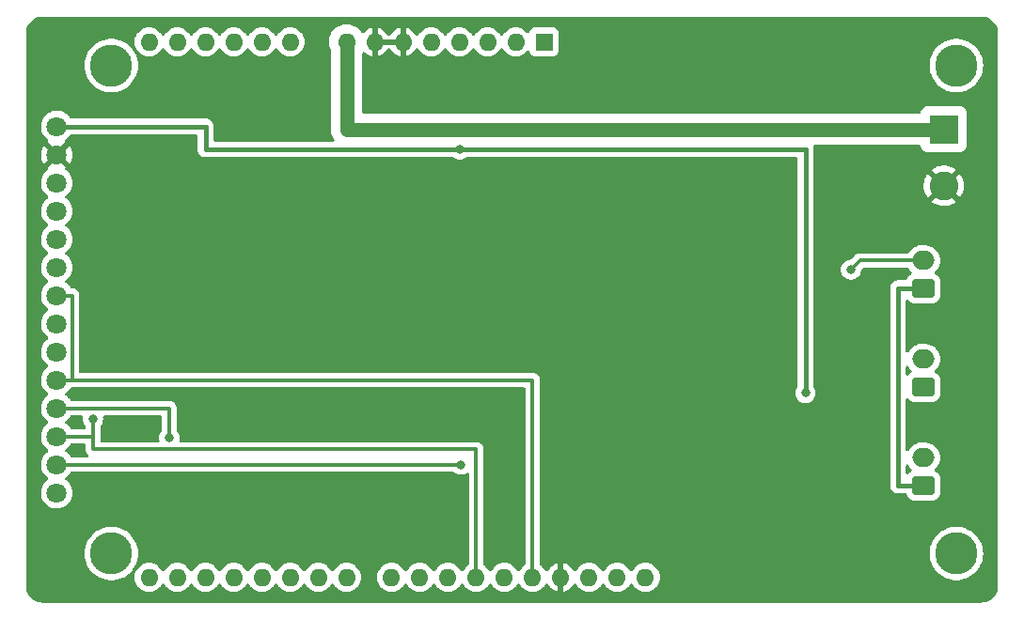
<source format=gbr>
G04 #@! TF.GenerationSoftware,KiCad,Pcbnew,(6.0.7)*
G04 #@! TF.CreationDate,2022-09-24T00:10:23+07:00*
G04 #@! TF.ProjectId,Reflow_Touch_shield_ESP32,5265666c-6f77-45f5-946f-7563685f7368,rev?*
G04 #@! TF.SameCoordinates,Original*
G04 #@! TF.FileFunction,Copper,L1,Top*
G04 #@! TF.FilePolarity,Positive*
%FSLAX46Y46*%
G04 Gerber Fmt 4.6, Leading zero omitted, Abs format (unit mm)*
G04 Created by KiCad (PCBNEW (6.0.7)) date 2022-09-24 00:10:23*
%MOMM*%
%LPD*%
G01*
G04 APERTURE LIST*
G04 Aperture macros list*
%AMRoundRect*
0 Rectangle with rounded corners*
0 $1 Rounding radius*
0 $2 $3 $4 $5 $6 $7 $8 $9 X,Y pos of 4 corners*
0 Add a 4 corners polygon primitive as box body*
4,1,4,$2,$3,$4,$5,$6,$7,$8,$9,$2,$3,0*
0 Add four circle primitives for the rounded corners*
1,1,$1+$1,$2,$3*
1,1,$1+$1,$4,$5*
1,1,$1+$1,$6,$7*
1,1,$1+$1,$8,$9*
0 Add four rect primitives between the rounded corners*
20,1,$1+$1,$2,$3,$4,$5,0*
20,1,$1+$1,$4,$5,$6,$7,0*
20,1,$1+$1,$6,$7,$8,$9,0*
20,1,$1+$1,$8,$9,$2,$3,0*%
G04 Aperture macros list end*
G04 #@! TA.AperFunction,ComponentPad*
%ADD10RoundRect,0.250000X0.750000X-0.600000X0.750000X0.600000X-0.750000X0.600000X-0.750000X-0.600000X0*%
G04 #@! TD*
G04 #@! TA.AperFunction,ComponentPad*
%ADD11O,2.000000X1.700000*%
G04 #@! TD*
G04 #@! TA.AperFunction,ComponentPad*
%ADD12R,1.600000X1.600000*%
G04 #@! TD*
G04 #@! TA.AperFunction,ComponentPad*
%ADD13O,1.600000X1.600000*%
G04 #@! TD*
G04 #@! TA.AperFunction,ComponentPad*
%ADD14R,2.600000X2.600000*%
G04 #@! TD*
G04 #@! TA.AperFunction,ComponentPad*
%ADD15C,2.600000*%
G04 #@! TD*
G04 #@! TA.AperFunction,WasherPad*
%ADD16C,3.800000*%
G04 #@! TD*
G04 #@! TA.AperFunction,ComponentPad*
%ADD17C,1.800000*%
G04 #@! TD*
G04 #@! TA.AperFunction,ViaPad*
%ADD18C,0.800000*%
G04 #@! TD*
G04 #@! TA.AperFunction,Conductor*
%ADD19C,0.400000*%
G04 #@! TD*
G04 #@! TA.AperFunction,Conductor*
%ADD20C,0.300000*%
G04 #@! TD*
G04 #@! TA.AperFunction,Conductor*
%ADD21C,1.250000*%
G04 #@! TD*
G04 APERTURE END LIST*
D10*
X161036000Y-88860000D03*
D11*
X161036000Y-86360000D03*
X161036000Y-77470000D03*
D10*
X161036000Y-79970000D03*
D11*
X161036000Y-68580000D03*
D10*
X161036000Y-71080000D03*
D12*
X126873000Y-48870000D03*
D13*
X124333000Y-48870000D03*
X121793000Y-48870000D03*
X119253000Y-48870000D03*
X116713000Y-48870000D03*
X114173000Y-48870000D03*
X111633000Y-48870000D03*
X109093000Y-48870000D03*
X104013000Y-48870000D03*
X101473000Y-48870000D03*
X98933000Y-48870000D03*
X96393000Y-48870000D03*
X93853000Y-48870000D03*
X91313000Y-48870000D03*
X91313000Y-97130000D03*
X93853000Y-97130000D03*
X96393000Y-97130000D03*
X98933000Y-97130000D03*
X101473000Y-97130000D03*
X104013000Y-97130000D03*
X106553000Y-97130000D03*
X109093000Y-97130000D03*
X113153000Y-97130000D03*
X115693000Y-97130000D03*
X118233000Y-97130000D03*
X120773000Y-97130000D03*
X123313000Y-97130000D03*
X125853000Y-97130000D03*
X128393000Y-97130000D03*
X130933000Y-97130000D03*
X133473000Y-97130000D03*
X136013000Y-97130000D03*
D14*
X162865000Y-56743600D03*
D15*
X162865000Y-61823600D03*
D16*
X87920000Y-95000000D03*
X164000000Y-51000000D03*
X87920000Y-51000000D03*
X164000000Y-95000000D03*
D17*
X83000000Y-56490000D03*
X83000000Y-59030000D03*
X83000000Y-61570000D03*
X83000000Y-64110000D03*
X83000000Y-66650000D03*
X83000000Y-69190000D03*
X83000000Y-71730000D03*
X83000000Y-74270000D03*
X83000000Y-76810000D03*
X83000000Y-79350000D03*
X83000000Y-81890000D03*
X83000000Y-84430000D03*
X83000000Y-86970000D03*
X83000000Y-89510000D03*
D18*
X119274100Y-58568100D03*
X154508700Y-69401900D03*
X93134100Y-84590100D03*
X119418000Y-86970000D03*
X86265900Y-82860800D03*
X150418200Y-80517700D03*
X152425400Y-75728500D03*
X153872100Y-83432500D03*
X147826600Y-85405200D03*
X147750400Y-67706000D03*
X133096000Y-62230000D03*
D19*
X119274100Y-58568100D02*
X119485900Y-58568100D01*
X96393900Y-58568100D02*
X119274100Y-58568100D01*
X120696400Y-58568100D02*
X120142000Y-58568100D01*
X121052100Y-58568100D02*
X150418200Y-58568100D01*
X120696400Y-58568100D02*
X121052100Y-58568100D01*
X119485900Y-58568100D02*
X119588000Y-58568100D01*
X119485900Y-58568100D02*
X121052100Y-58568100D01*
X96393900Y-56490000D02*
X96393900Y-58568100D01*
X83000000Y-56490000D02*
X96393900Y-56490000D01*
X150418200Y-58568100D02*
X150418200Y-80517700D01*
X120142200Y-58568300D02*
X120142000Y-58568100D01*
D20*
X155330600Y-68580000D02*
X161036000Y-68580000D01*
X154508700Y-69401900D02*
X155330600Y-68580000D01*
D19*
X158750000Y-71080000D02*
X161036000Y-71080000D01*
X158750000Y-88860000D02*
X158750000Y-71080000D01*
X161036000Y-88860000D02*
X158750000Y-88860000D01*
D21*
X109093000Y-56743600D02*
X109093000Y-48870000D01*
X162865000Y-56743600D02*
X109093000Y-56743600D01*
D20*
X93134100Y-81890000D02*
X93134100Y-84590100D01*
X83000000Y-81890000D02*
X93134100Y-81890000D01*
X83000000Y-86970000D02*
X119418000Y-86970000D01*
X125853000Y-79350000D02*
X84372200Y-79350000D01*
X125853000Y-97130000D02*
X125853000Y-79350000D01*
X84372200Y-71730000D02*
X84372200Y-79350000D01*
X83000000Y-71730000D02*
X84372200Y-71730000D01*
X84372200Y-79350000D02*
X83000000Y-79350000D01*
X86265900Y-84430000D02*
X83000000Y-84430000D01*
X86265900Y-84430000D02*
X86265900Y-82860800D01*
X120773000Y-85603400D02*
X120773000Y-97130000D01*
X86265900Y-85603400D02*
X120773000Y-85603400D01*
X86265900Y-84430000D02*
X86265900Y-85603400D01*
G04 #@! TA.AperFunction,Conductor*
G36*
X166240018Y-46585600D02*
G01*
X166254851Y-46587910D01*
X166254855Y-46587910D01*
X166263724Y-46589291D01*
X166278981Y-46587296D01*
X166304302Y-46586553D01*
X166473285Y-46598639D01*
X166491064Y-46601196D01*
X166681392Y-46642599D01*
X166698641Y-46647663D01*
X166881150Y-46715736D01*
X166897502Y-46723204D01*
X167068458Y-46816552D01*
X167083582Y-46826272D01*
X167239514Y-46943002D01*
X167253100Y-46954775D01*
X167390825Y-47092500D01*
X167402598Y-47106086D01*
X167519328Y-47262018D01*
X167529048Y-47277142D01*
X167622396Y-47448098D01*
X167629864Y-47464450D01*
X167697937Y-47646959D01*
X167703001Y-47664207D01*
X167744404Y-47854536D01*
X167746961Y-47872315D01*
X167758523Y-48033969D01*
X167758540Y-48034201D01*
X167757793Y-48052165D01*
X167757692Y-48060445D01*
X167756309Y-48069324D01*
X167757474Y-48078230D01*
X167760436Y-48100883D01*
X167761500Y-48117221D01*
X167761500Y-97874233D01*
X167760000Y-97893618D01*
X167757690Y-97908451D01*
X167757690Y-97908455D01*
X167756309Y-97917324D01*
X167758136Y-97931293D01*
X167758304Y-97932576D01*
X167759047Y-97957902D01*
X167757596Y-97978197D01*
X167746962Y-98126879D01*
X167744404Y-98144664D01*
X167718365Y-98264366D01*
X167703001Y-98334992D01*
X167697937Y-98352241D01*
X167629864Y-98534750D01*
X167622396Y-98551102D01*
X167529048Y-98722058D01*
X167519328Y-98737182D01*
X167402598Y-98893114D01*
X167390825Y-98906700D01*
X167253100Y-99044425D01*
X167239514Y-99056198D01*
X167083582Y-99172928D01*
X167068458Y-99182648D01*
X166897502Y-99275996D01*
X166881150Y-99283464D01*
X166698641Y-99351537D01*
X166681393Y-99356601D01*
X166491064Y-99398004D01*
X166473285Y-99400561D01*
X166311395Y-99412140D01*
X166293435Y-99411393D01*
X166285155Y-99411292D01*
X166276276Y-99409909D01*
X166244714Y-99414036D01*
X166228379Y-99415100D01*
X81779367Y-99415100D01*
X81759982Y-99413600D01*
X81745149Y-99411290D01*
X81745145Y-99411290D01*
X81736276Y-99409909D01*
X81721019Y-99411904D01*
X81695698Y-99412647D01*
X81526715Y-99400561D01*
X81508936Y-99398004D01*
X81318607Y-99356601D01*
X81301359Y-99351537D01*
X81118850Y-99283464D01*
X81102498Y-99275996D01*
X80931542Y-99182648D01*
X80916418Y-99172928D01*
X80760486Y-99056198D01*
X80746900Y-99044425D01*
X80609175Y-98906700D01*
X80597402Y-98893114D01*
X80480672Y-98737182D01*
X80470952Y-98722058D01*
X80377604Y-98551102D01*
X80370136Y-98534750D01*
X80302063Y-98352241D01*
X80296999Y-98334992D01*
X80281635Y-98264366D01*
X80255596Y-98144664D01*
X80253038Y-98126878D01*
X80242382Y-97977875D01*
X80241719Y-97968611D01*
X80242805Y-97945845D01*
X80242334Y-97945803D01*
X80242770Y-97940945D01*
X80243576Y-97936152D01*
X80243729Y-97923600D01*
X80239773Y-97895976D01*
X80238500Y-97878114D01*
X80238500Y-95000000D01*
X85506738Y-95000000D01*
X85525767Y-95302462D01*
X85582555Y-95600154D01*
X85676206Y-95888381D01*
X85677893Y-95891967D01*
X85677895Y-95891971D01*
X85680972Y-95898510D01*
X85805242Y-96162598D01*
X85967630Y-96418480D01*
X85970149Y-96421525D01*
X85970152Y-96421529D01*
X86017066Y-96478238D01*
X86160808Y-96651992D01*
X86381729Y-96859450D01*
X86626910Y-97037584D01*
X86892483Y-97183585D01*
X86896152Y-97185038D01*
X86896157Y-97185040D01*
X87170591Y-97293696D01*
X87174261Y-97295149D01*
X87467800Y-97370516D01*
X87768470Y-97408500D01*
X88071530Y-97408500D01*
X88372200Y-97370516D01*
X88665739Y-97295149D01*
X88669409Y-97293696D01*
X88943843Y-97185040D01*
X88943848Y-97185038D01*
X88947517Y-97183585D01*
X89044987Y-97130000D01*
X89999502Y-97130000D01*
X90019457Y-97358087D01*
X90020881Y-97363400D01*
X90020881Y-97363402D01*
X90022921Y-97371013D01*
X90078716Y-97579243D01*
X90081039Y-97584224D01*
X90081039Y-97584225D01*
X90173151Y-97781762D01*
X90173154Y-97781767D01*
X90175477Y-97786749D01*
X90178634Y-97791257D01*
X90286878Y-97945845D01*
X90306802Y-97974300D01*
X90468700Y-98136198D01*
X90473208Y-98139355D01*
X90473211Y-98139357D01*
X90551389Y-98194098D01*
X90656251Y-98267523D01*
X90661233Y-98269846D01*
X90661238Y-98269849D01*
X90857765Y-98361490D01*
X90863757Y-98364284D01*
X90869065Y-98365706D01*
X90869067Y-98365707D01*
X91079598Y-98422119D01*
X91079600Y-98422119D01*
X91084913Y-98423543D01*
X91313000Y-98443498D01*
X91541087Y-98423543D01*
X91546400Y-98422119D01*
X91546402Y-98422119D01*
X91756933Y-98365707D01*
X91756935Y-98365706D01*
X91762243Y-98364284D01*
X91768235Y-98361490D01*
X91964762Y-98269849D01*
X91964767Y-98269846D01*
X91969749Y-98267523D01*
X92074611Y-98194098D01*
X92152789Y-98139357D01*
X92152792Y-98139355D01*
X92157300Y-98136198D01*
X92319198Y-97974300D01*
X92339123Y-97945845D01*
X92447366Y-97791257D01*
X92450523Y-97786749D01*
X92452846Y-97781767D01*
X92452849Y-97781762D01*
X92468805Y-97747543D01*
X92515722Y-97694258D01*
X92583999Y-97674797D01*
X92651959Y-97695339D01*
X92697195Y-97747543D01*
X92713151Y-97781762D01*
X92713154Y-97781767D01*
X92715477Y-97786749D01*
X92718634Y-97791257D01*
X92826878Y-97945845D01*
X92846802Y-97974300D01*
X93008700Y-98136198D01*
X93013208Y-98139355D01*
X93013211Y-98139357D01*
X93091389Y-98194098D01*
X93196251Y-98267523D01*
X93201233Y-98269846D01*
X93201238Y-98269849D01*
X93397765Y-98361490D01*
X93403757Y-98364284D01*
X93409065Y-98365706D01*
X93409067Y-98365707D01*
X93619598Y-98422119D01*
X93619600Y-98422119D01*
X93624913Y-98423543D01*
X93853000Y-98443498D01*
X94081087Y-98423543D01*
X94086400Y-98422119D01*
X94086402Y-98422119D01*
X94296933Y-98365707D01*
X94296935Y-98365706D01*
X94302243Y-98364284D01*
X94308235Y-98361490D01*
X94504762Y-98269849D01*
X94504767Y-98269846D01*
X94509749Y-98267523D01*
X94614611Y-98194098D01*
X94692789Y-98139357D01*
X94692792Y-98139355D01*
X94697300Y-98136198D01*
X94859198Y-97974300D01*
X94879123Y-97945845D01*
X94987366Y-97791257D01*
X94990523Y-97786749D01*
X94992846Y-97781767D01*
X94992849Y-97781762D01*
X95008805Y-97747543D01*
X95055722Y-97694258D01*
X95123999Y-97674797D01*
X95191959Y-97695339D01*
X95237195Y-97747543D01*
X95253151Y-97781762D01*
X95253154Y-97781767D01*
X95255477Y-97786749D01*
X95258634Y-97791257D01*
X95366878Y-97945845D01*
X95386802Y-97974300D01*
X95548700Y-98136198D01*
X95553208Y-98139355D01*
X95553211Y-98139357D01*
X95631389Y-98194098D01*
X95736251Y-98267523D01*
X95741233Y-98269846D01*
X95741238Y-98269849D01*
X95937765Y-98361490D01*
X95943757Y-98364284D01*
X95949065Y-98365706D01*
X95949067Y-98365707D01*
X96159598Y-98422119D01*
X96159600Y-98422119D01*
X96164913Y-98423543D01*
X96393000Y-98443498D01*
X96621087Y-98423543D01*
X96626400Y-98422119D01*
X96626402Y-98422119D01*
X96836933Y-98365707D01*
X96836935Y-98365706D01*
X96842243Y-98364284D01*
X96848235Y-98361490D01*
X97044762Y-98269849D01*
X97044767Y-98269846D01*
X97049749Y-98267523D01*
X97154611Y-98194098D01*
X97232789Y-98139357D01*
X97232792Y-98139355D01*
X97237300Y-98136198D01*
X97399198Y-97974300D01*
X97419123Y-97945845D01*
X97527366Y-97791257D01*
X97530523Y-97786749D01*
X97532846Y-97781767D01*
X97532849Y-97781762D01*
X97548805Y-97747543D01*
X97595722Y-97694258D01*
X97663999Y-97674797D01*
X97731959Y-97695339D01*
X97777195Y-97747543D01*
X97793151Y-97781762D01*
X97793154Y-97781767D01*
X97795477Y-97786749D01*
X97798634Y-97791257D01*
X97906878Y-97945845D01*
X97926802Y-97974300D01*
X98088700Y-98136198D01*
X98093208Y-98139355D01*
X98093211Y-98139357D01*
X98171389Y-98194098D01*
X98276251Y-98267523D01*
X98281233Y-98269846D01*
X98281238Y-98269849D01*
X98477765Y-98361490D01*
X98483757Y-98364284D01*
X98489065Y-98365706D01*
X98489067Y-98365707D01*
X98699598Y-98422119D01*
X98699600Y-98422119D01*
X98704913Y-98423543D01*
X98933000Y-98443498D01*
X99161087Y-98423543D01*
X99166400Y-98422119D01*
X99166402Y-98422119D01*
X99376933Y-98365707D01*
X99376935Y-98365706D01*
X99382243Y-98364284D01*
X99388235Y-98361490D01*
X99584762Y-98269849D01*
X99584767Y-98269846D01*
X99589749Y-98267523D01*
X99694611Y-98194098D01*
X99772789Y-98139357D01*
X99772792Y-98139355D01*
X99777300Y-98136198D01*
X99939198Y-97974300D01*
X99959123Y-97945845D01*
X100067366Y-97791257D01*
X100070523Y-97786749D01*
X100072846Y-97781767D01*
X100072849Y-97781762D01*
X100088805Y-97747543D01*
X100135722Y-97694258D01*
X100203999Y-97674797D01*
X100271959Y-97695339D01*
X100317195Y-97747543D01*
X100333151Y-97781762D01*
X100333154Y-97781767D01*
X100335477Y-97786749D01*
X100338634Y-97791257D01*
X100446878Y-97945845D01*
X100466802Y-97974300D01*
X100628700Y-98136198D01*
X100633208Y-98139355D01*
X100633211Y-98139357D01*
X100711389Y-98194098D01*
X100816251Y-98267523D01*
X100821233Y-98269846D01*
X100821238Y-98269849D01*
X101017765Y-98361490D01*
X101023757Y-98364284D01*
X101029065Y-98365706D01*
X101029067Y-98365707D01*
X101239598Y-98422119D01*
X101239600Y-98422119D01*
X101244913Y-98423543D01*
X101473000Y-98443498D01*
X101701087Y-98423543D01*
X101706400Y-98422119D01*
X101706402Y-98422119D01*
X101916933Y-98365707D01*
X101916935Y-98365706D01*
X101922243Y-98364284D01*
X101928235Y-98361490D01*
X102124762Y-98269849D01*
X102124767Y-98269846D01*
X102129749Y-98267523D01*
X102234611Y-98194098D01*
X102312789Y-98139357D01*
X102312792Y-98139355D01*
X102317300Y-98136198D01*
X102479198Y-97974300D01*
X102499123Y-97945845D01*
X102607366Y-97791257D01*
X102610523Y-97786749D01*
X102612846Y-97781767D01*
X102612849Y-97781762D01*
X102628805Y-97747543D01*
X102675722Y-97694258D01*
X102743999Y-97674797D01*
X102811959Y-97695339D01*
X102857195Y-97747543D01*
X102873151Y-97781762D01*
X102873154Y-97781767D01*
X102875477Y-97786749D01*
X102878634Y-97791257D01*
X102986878Y-97945845D01*
X103006802Y-97974300D01*
X103168700Y-98136198D01*
X103173208Y-98139355D01*
X103173211Y-98139357D01*
X103251389Y-98194098D01*
X103356251Y-98267523D01*
X103361233Y-98269846D01*
X103361238Y-98269849D01*
X103557765Y-98361490D01*
X103563757Y-98364284D01*
X103569065Y-98365706D01*
X103569067Y-98365707D01*
X103779598Y-98422119D01*
X103779600Y-98422119D01*
X103784913Y-98423543D01*
X104013000Y-98443498D01*
X104241087Y-98423543D01*
X104246400Y-98422119D01*
X104246402Y-98422119D01*
X104456933Y-98365707D01*
X104456935Y-98365706D01*
X104462243Y-98364284D01*
X104468235Y-98361490D01*
X104664762Y-98269849D01*
X104664767Y-98269846D01*
X104669749Y-98267523D01*
X104774611Y-98194098D01*
X104852789Y-98139357D01*
X104852792Y-98139355D01*
X104857300Y-98136198D01*
X105019198Y-97974300D01*
X105039123Y-97945845D01*
X105147366Y-97791257D01*
X105150523Y-97786749D01*
X105152846Y-97781767D01*
X105152849Y-97781762D01*
X105168805Y-97747543D01*
X105215722Y-97694258D01*
X105283999Y-97674797D01*
X105351959Y-97695339D01*
X105397195Y-97747543D01*
X105413151Y-97781762D01*
X105413154Y-97781767D01*
X105415477Y-97786749D01*
X105418634Y-97791257D01*
X105526878Y-97945845D01*
X105546802Y-97974300D01*
X105708700Y-98136198D01*
X105713208Y-98139355D01*
X105713211Y-98139357D01*
X105791389Y-98194098D01*
X105896251Y-98267523D01*
X105901233Y-98269846D01*
X105901238Y-98269849D01*
X106097765Y-98361490D01*
X106103757Y-98364284D01*
X106109065Y-98365706D01*
X106109067Y-98365707D01*
X106319598Y-98422119D01*
X106319600Y-98422119D01*
X106324913Y-98423543D01*
X106553000Y-98443498D01*
X106781087Y-98423543D01*
X106786400Y-98422119D01*
X106786402Y-98422119D01*
X106996933Y-98365707D01*
X106996935Y-98365706D01*
X107002243Y-98364284D01*
X107008235Y-98361490D01*
X107204762Y-98269849D01*
X107204767Y-98269846D01*
X107209749Y-98267523D01*
X107314611Y-98194098D01*
X107392789Y-98139357D01*
X107392792Y-98139355D01*
X107397300Y-98136198D01*
X107559198Y-97974300D01*
X107579123Y-97945845D01*
X107687366Y-97791257D01*
X107690523Y-97786749D01*
X107692846Y-97781767D01*
X107692849Y-97781762D01*
X107708805Y-97747543D01*
X107755722Y-97694258D01*
X107823999Y-97674797D01*
X107891959Y-97695339D01*
X107937195Y-97747543D01*
X107953151Y-97781762D01*
X107953154Y-97781767D01*
X107955477Y-97786749D01*
X107958634Y-97791257D01*
X108066878Y-97945845D01*
X108086802Y-97974300D01*
X108248700Y-98136198D01*
X108253208Y-98139355D01*
X108253211Y-98139357D01*
X108331389Y-98194098D01*
X108436251Y-98267523D01*
X108441233Y-98269846D01*
X108441238Y-98269849D01*
X108637765Y-98361490D01*
X108643757Y-98364284D01*
X108649065Y-98365706D01*
X108649067Y-98365707D01*
X108859598Y-98422119D01*
X108859600Y-98422119D01*
X108864913Y-98423543D01*
X109093000Y-98443498D01*
X109321087Y-98423543D01*
X109326400Y-98422119D01*
X109326402Y-98422119D01*
X109536933Y-98365707D01*
X109536935Y-98365706D01*
X109542243Y-98364284D01*
X109548235Y-98361490D01*
X109744762Y-98269849D01*
X109744767Y-98269846D01*
X109749749Y-98267523D01*
X109854611Y-98194098D01*
X109932789Y-98139357D01*
X109932792Y-98139355D01*
X109937300Y-98136198D01*
X110099198Y-97974300D01*
X110119123Y-97945845D01*
X110227366Y-97791257D01*
X110230523Y-97786749D01*
X110232846Y-97781767D01*
X110232849Y-97781762D01*
X110324961Y-97584225D01*
X110324961Y-97584224D01*
X110327284Y-97579243D01*
X110383080Y-97371013D01*
X110385119Y-97363402D01*
X110385119Y-97363400D01*
X110386543Y-97358087D01*
X110406498Y-97130000D01*
X110386543Y-96901913D01*
X110327284Y-96680757D01*
X110232966Y-96478489D01*
X110232849Y-96478238D01*
X110232846Y-96478233D01*
X110230523Y-96473251D01*
X110099198Y-96285700D01*
X109937300Y-96123802D01*
X109932792Y-96120645D01*
X109932789Y-96120643D01*
X109854611Y-96065902D01*
X109749749Y-95992477D01*
X109744767Y-95990154D01*
X109744762Y-95990151D01*
X109547225Y-95898039D01*
X109547224Y-95898039D01*
X109542243Y-95895716D01*
X109536935Y-95894294D01*
X109536933Y-95894293D01*
X109326402Y-95837881D01*
X109326400Y-95837881D01*
X109321087Y-95836457D01*
X109093000Y-95816502D01*
X108864913Y-95836457D01*
X108859600Y-95837881D01*
X108859598Y-95837881D01*
X108649067Y-95894293D01*
X108649065Y-95894294D01*
X108643757Y-95895716D01*
X108638776Y-95898039D01*
X108638775Y-95898039D01*
X108441238Y-95990151D01*
X108441233Y-95990154D01*
X108436251Y-95992477D01*
X108331389Y-96065902D01*
X108253211Y-96120643D01*
X108253208Y-96120645D01*
X108248700Y-96123802D01*
X108086802Y-96285700D01*
X107955477Y-96473251D01*
X107953154Y-96478233D01*
X107953151Y-96478238D01*
X107937195Y-96512457D01*
X107890278Y-96565742D01*
X107822001Y-96585203D01*
X107754041Y-96564661D01*
X107708805Y-96512457D01*
X107692849Y-96478238D01*
X107692846Y-96478233D01*
X107690523Y-96473251D01*
X107559198Y-96285700D01*
X107397300Y-96123802D01*
X107392792Y-96120645D01*
X107392789Y-96120643D01*
X107314611Y-96065902D01*
X107209749Y-95992477D01*
X107204767Y-95990154D01*
X107204762Y-95990151D01*
X107007225Y-95898039D01*
X107007224Y-95898039D01*
X107002243Y-95895716D01*
X106996935Y-95894294D01*
X106996933Y-95894293D01*
X106786402Y-95837881D01*
X106786400Y-95837881D01*
X106781087Y-95836457D01*
X106553000Y-95816502D01*
X106324913Y-95836457D01*
X106319600Y-95837881D01*
X106319598Y-95837881D01*
X106109067Y-95894293D01*
X106109065Y-95894294D01*
X106103757Y-95895716D01*
X106098776Y-95898039D01*
X106098775Y-95898039D01*
X105901238Y-95990151D01*
X105901233Y-95990154D01*
X105896251Y-95992477D01*
X105791389Y-96065902D01*
X105713211Y-96120643D01*
X105713208Y-96120645D01*
X105708700Y-96123802D01*
X105546802Y-96285700D01*
X105415477Y-96473251D01*
X105413154Y-96478233D01*
X105413151Y-96478238D01*
X105397195Y-96512457D01*
X105350278Y-96565742D01*
X105282001Y-96585203D01*
X105214041Y-96564661D01*
X105168805Y-96512457D01*
X105152849Y-96478238D01*
X105152846Y-96478233D01*
X105150523Y-96473251D01*
X105019198Y-96285700D01*
X104857300Y-96123802D01*
X104852792Y-96120645D01*
X104852789Y-96120643D01*
X104774611Y-96065902D01*
X104669749Y-95992477D01*
X104664767Y-95990154D01*
X104664762Y-95990151D01*
X104467225Y-95898039D01*
X104467224Y-95898039D01*
X104462243Y-95895716D01*
X104456935Y-95894294D01*
X104456933Y-95894293D01*
X104246402Y-95837881D01*
X104246400Y-95837881D01*
X104241087Y-95836457D01*
X104013000Y-95816502D01*
X103784913Y-95836457D01*
X103779600Y-95837881D01*
X103779598Y-95837881D01*
X103569067Y-95894293D01*
X103569065Y-95894294D01*
X103563757Y-95895716D01*
X103558776Y-95898039D01*
X103558775Y-95898039D01*
X103361238Y-95990151D01*
X103361233Y-95990154D01*
X103356251Y-95992477D01*
X103251389Y-96065902D01*
X103173211Y-96120643D01*
X103173208Y-96120645D01*
X103168700Y-96123802D01*
X103006802Y-96285700D01*
X102875477Y-96473251D01*
X102873154Y-96478233D01*
X102873151Y-96478238D01*
X102857195Y-96512457D01*
X102810278Y-96565742D01*
X102742001Y-96585203D01*
X102674041Y-96564661D01*
X102628805Y-96512457D01*
X102612849Y-96478238D01*
X102612846Y-96478233D01*
X102610523Y-96473251D01*
X102479198Y-96285700D01*
X102317300Y-96123802D01*
X102312792Y-96120645D01*
X102312789Y-96120643D01*
X102234611Y-96065902D01*
X102129749Y-95992477D01*
X102124767Y-95990154D01*
X102124762Y-95990151D01*
X101927225Y-95898039D01*
X101927224Y-95898039D01*
X101922243Y-95895716D01*
X101916935Y-95894294D01*
X101916933Y-95894293D01*
X101706402Y-95837881D01*
X101706400Y-95837881D01*
X101701087Y-95836457D01*
X101473000Y-95816502D01*
X101244913Y-95836457D01*
X101239600Y-95837881D01*
X101239598Y-95837881D01*
X101029067Y-95894293D01*
X101029065Y-95894294D01*
X101023757Y-95895716D01*
X101018776Y-95898039D01*
X101018775Y-95898039D01*
X100821238Y-95990151D01*
X100821233Y-95990154D01*
X100816251Y-95992477D01*
X100711389Y-96065902D01*
X100633211Y-96120643D01*
X100633208Y-96120645D01*
X100628700Y-96123802D01*
X100466802Y-96285700D01*
X100335477Y-96473251D01*
X100333154Y-96478233D01*
X100333151Y-96478238D01*
X100317195Y-96512457D01*
X100270278Y-96565742D01*
X100202001Y-96585203D01*
X100134041Y-96564661D01*
X100088805Y-96512457D01*
X100072849Y-96478238D01*
X100072846Y-96478233D01*
X100070523Y-96473251D01*
X99939198Y-96285700D01*
X99777300Y-96123802D01*
X99772792Y-96120645D01*
X99772789Y-96120643D01*
X99694611Y-96065902D01*
X99589749Y-95992477D01*
X99584767Y-95990154D01*
X99584762Y-95990151D01*
X99387225Y-95898039D01*
X99387224Y-95898039D01*
X99382243Y-95895716D01*
X99376935Y-95894294D01*
X99376933Y-95894293D01*
X99166402Y-95837881D01*
X99166400Y-95837881D01*
X99161087Y-95836457D01*
X98933000Y-95816502D01*
X98704913Y-95836457D01*
X98699600Y-95837881D01*
X98699598Y-95837881D01*
X98489067Y-95894293D01*
X98489065Y-95894294D01*
X98483757Y-95895716D01*
X98478776Y-95898039D01*
X98478775Y-95898039D01*
X98281238Y-95990151D01*
X98281233Y-95990154D01*
X98276251Y-95992477D01*
X98171389Y-96065902D01*
X98093211Y-96120643D01*
X98093208Y-96120645D01*
X98088700Y-96123802D01*
X97926802Y-96285700D01*
X97795477Y-96473251D01*
X97793154Y-96478233D01*
X97793151Y-96478238D01*
X97777195Y-96512457D01*
X97730278Y-96565742D01*
X97662001Y-96585203D01*
X97594041Y-96564661D01*
X97548805Y-96512457D01*
X97532849Y-96478238D01*
X97532846Y-96478233D01*
X97530523Y-96473251D01*
X97399198Y-96285700D01*
X97237300Y-96123802D01*
X97232792Y-96120645D01*
X97232789Y-96120643D01*
X97154611Y-96065902D01*
X97049749Y-95992477D01*
X97044767Y-95990154D01*
X97044762Y-95990151D01*
X96847225Y-95898039D01*
X96847224Y-95898039D01*
X96842243Y-95895716D01*
X96836935Y-95894294D01*
X96836933Y-95894293D01*
X96626402Y-95837881D01*
X96626400Y-95837881D01*
X96621087Y-95836457D01*
X96393000Y-95816502D01*
X96164913Y-95836457D01*
X96159600Y-95837881D01*
X96159598Y-95837881D01*
X95949067Y-95894293D01*
X95949065Y-95894294D01*
X95943757Y-95895716D01*
X95938776Y-95898039D01*
X95938775Y-95898039D01*
X95741238Y-95990151D01*
X95741233Y-95990154D01*
X95736251Y-95992477D01*
X95631389Y-96065902D01*
X95553211Y-96120643D01*
X95553208Y-96120645D01*
X95548700Y-96123802D01*
X95386802Y-96285700D01*
X95255477Y-96473251D01*
X95253154Y-96478233D01*
X95253151Y-96478238D01*
X95237195Y-96512457D01*
X95190278Y-96565742D01*
X95122001Y-96585203D01*
X95054041Y-96564661D01*
X95008805Y-96512457D01*
X94992849Y-96478238D01*
X94992846Y-96478233D01*
X94990523Y-96473251D01*
X94859198Y-96285700D01*
X94697300Y-96123802D01*
X94692792Y-96120645D01*
X94692789Y-96120643D01*
X94614611Y-96065902D01*
X94509749Y-95992477D01*
X94504767Y-95990154D01*
X94504762Y-95990151D01*
X94307225Y-95898039D01*
X94307224Y-95898039D01*
X94302243Y-95895716D01*
X94296935Y-95894294D01*
X94296933Y-95894293D01*
X94086402Y-95837881D01*
X94086400Y-95837881D01*
X94081087Y-95836457D01*
X93853000Y-95816502D01*
X93624913Y-95836457D01*
X93619600Y-95837881D01*
X93619598Y-95837881D01*
X93409067Y-95894293D01*
X93409065Y-95894294D01*
X93403757Y-95895716D01*
X93398776Y-95898039D01*
X93398775Y-95898039D01*
X93201238Y-95990151D01*
X93201233Y-95990154D01*
X93196251Y-95992477D01*
X93091389Y-96065902D01*
X93013211Y-96120643D01*
X93013208Y-96120645D01*
X93008700Y-96123802D01*
X92846802Y-96285700D01*
X92715477Y-96473251D01*
X92713154Y-96478233D01*
X92713151Y-96478238D01*
X92697195Y-96512457D01*
X92650278Y-96565742D01*
X92582001Y-96585203D01*
X92514041Y-96564661D01*
X92468805Y-96512457D01*
X92452849Y-96478238D01*
X92452846Y-96478233D01*
X92450523Y-96473251D01*
X92319198Y-96285700D01*
X92157300Y-96123802D01*
X92152792Y-96120645D01*
X92152789Y-96120643D01*
X92074611Y-96065902D01*
X91969749Y-95992477D01*
X91964767Y-95990154D01*
X91964762Y-95990151D01*
X91767225Y-95898039D01*
X91767224Y-95898039D01*
X91762243Y-95895716D01*
X91756935Y-95894294D01*
X91756933Y-95894293D01*
X91546402Y-95837881D01*
X91546400Y-95837881D01*
X91541087Y-95836457D01*
X91313000Y-95816502D01*
X91084913Y-95836457D01*
X91079600Y-95837881D01*
X91079598Y-95837881D01*
X90869067Y-95894293D01*
X90869065Y-95894294D01*
X90863757Y-95895716D01*
X90858776Y-95898039D01*
X90858775Y-95898039D01*
X90661238Y-95990151D01*
X90661233Y-95990154D01*
X90656251Y-95992477D01*
X90551389Y-96065902D01*
X90473211Y-96120643D01*
X90473208Y-96120645D01*
X90468700Y-96123802D01*
X90306802Y-96285700D01*
X90175477Y-96473251D01*
X90173154Y-96478233D01*
X90173151Y-96478238D01*
X90173034Y-96478489D01*
X90078716Y-96680757D01*
X90019457Y-96901913D01*
X89999502Y-97130000D01*
X89044987Y-97130000D01*
X89213090Y-97037584D01*
X89458271Y-96859450D01*
X89679192Y-96651992D01*
X89822934Y-96478238D01*
X89869848Y-96421529D01*
X89869851Y-96421525D01*
X89872370Y-96418480D01*
X90034758Y-96162598D01*
X90159028Y-95898510D01*
X90162105Y-95891971D01*
X90162107Y-95891967D01*
X90163794Y-95888381D01*
X90257445Y-95600154D01*
X90314233Y-95302462D01*
X90333262Y-95000000D01*
X90314233Y-94697538D01*
X90257445Y-94399846D01*
X90163794Y-94111619D01*
X90034758Y-93837402D01*
X89872370Y-93581520D01*
X89679192Y-93348008D01*
X89458271Y-93140550D01*
X89213090Y-92962416D01*
X88947517Y-92816415D01*
X88943848Y-92814962D01*
X88943843Y-92814960D01*
X88669409Y-92706304D01*
X88669408Y-92706304D01*
X88665739Y-92704851D01*
X88372200Y-92629484D01*
X88071530Y-92591500D01*
X87768470Y-92591500D01*
X87467800Y-92629484D01*
X87174261Y-92704851D01*
X87170592Y-92706304D01*
X87170591Y-92706304D01*
X86896157Y-92814960D01*
X86896152Y-92814962D01*
X86892483Y-92816415D01*
X86626910Y-92962416D01*
X86381729Y-93140550D01*
X86160808Y-93348008D01*
X85967630Y-93581520D01*
X85805242Y-93837402D01*
X85676206Y-94111619D01*
X85582555Y-94399846D01*
X85525767Y-94697538D01*
X85506738Y-95000000D01*
X80238500Y-95000000D01*
X80238500Y-89475469D01*
X81587095Y-89475469D01*
X81587392Y-89480622D01*
X81587392Y-89480625D01*
X81593067Y-89579041D01*
X81600427Y-89706697D01*
X81601564Y-89711743D01*
X81601565Y-89711749D01*
X81633741Y-89854523D01*
X81651346Y-89932642D01*
X81653288Y-89937424D01*
X81653289Y-89937428D01*
X81704338Y-90063146D01*
X81738484Y-90147237D01*
X81859501Y-90344719D01*
X82011147Y-90519784D01*
X82189349Y-90667730D01*
X82389322Y-90784584D01*
X82605694Y-90867209D01*
X82610760Y-90868240D01*
X82610761Y-90868240D01*
X82663846Y-90879040D01*
X82832656Y-90913385D01*
X82963324Y-90918176D01*
X83058949Y-90921683D01*
X83058953Y-90921683D01*
X83064113Y-90921872D01*
X83069233Y-90921216D01*
X83069235Y-90921216D01*
X83142270Y-90911860D01*
X83293847Y-90892442D01*
X83298795Y-90890957D01*
X83298802Y-90890956D01*
X83510747Y-90827369D01*
X83515690Y-90825886D01*
X83596236Y-90786427D01*
X83719049Y-90726262D01*
X83719052Y-90726260D01*
X83723684Y-90723991D01*
X83912243Y-90589494D01*
X84076303Y-90426005D01*
X84211458Y-90237917D01*
X84221055Y-90218500D01*
X84311784Y-90034922D01*
X84311785Y-90034920D01*
X84314078Y-90030280D01*
X84381408Y-89808671D01*
X84411640Y-89579041D01*
X84412731Y-89534397D01*
X84413245Y-89513365D01*
X84413245Y-89513361D01*
X84413327Y-89510000D01*
X84400509Y-89354094D01*
X84394773Y-89284318D01*
X84394772Y-89284312D01*
X84394349Y-89279167D01*
X84343432Y-89076457D01*
X84339184Y-89059544D01*
X84339183Y-89059540D01*
X84337925Y-89054533D01*
X84327363Y-89030242D01*
X84247630Y-88846868D01*
X84247628Y-88846865D01*
X84245570Y-88842131D01*
X84119764Y-88647665D01*
X83963887Y-88476358D01*
X83959836Y-88473159D01*
X83959832Y-88473155D01*
X83787077Y-88336722D01*
X83746014Y-88278805D01*
X83742782Y-88207882D01*
X83778407Y-88146470D01*
X83792001Y-88135261D01*
X83795872Y-88132500D01*
X83912243Y-88049494D01*
X84076303Y-87886005D01*
X84111837Y-87836555D01*
X84208443Y-87702113D01*
X84208444Y-87702112D01*
X84211458Y-87697917D01*
X84213748Y-87693284D01*
X84215957Y-87689607D01*
X84268186Y-87641517D01*
X84323961Y-87628500D01*
X118737776Y-87628500D01*
X118805897Y-87648502D01*
X118811834Y-87652562D01*
X118831299Y-87666704D01*
X118921562Y-87732284D01*
X118961248Y-87761118D01*
X118967276Y-87763802D01*
X118967278Y-87763803D01*
X119129681Y-87836109D01*
X119135712Y-87838794D01*
X119229113Y-87858647D01*
X119316056Y-87877128D01*
X119316061Y-87877128D01*
X119322513Y-87878500D01*
X119513487Y-87878500D01*
X119519939Y-87877128D01*
X119519944Y-87877128D01*
X119606887Y-87858647D01*
X119700288Y-87838794D01*
X119706319Y-87836109D01*
X119868722Y-87763803D01*
X119868724Y-87763802D01*
X119874752Y-87761118D01*
X119880093Y-87757237D01*
X119880099Y-87757234D01*
X119914440Y-87732284D01*
X119981307Y-87708425D01*
X120050459Y-87724506D01*
X120099939Y-87775420D01*
X120114500Y-87834220D01*
X120114500Y-95928112D01*
X120094498Y-95996233D01*
X120060772Y-96031324D01*
X119991315Y-96079958D01*
X119933211Y-96120643D01*
X119933208Y-96120645D01*
X119928700Y-96123802D01*
X119766802Y-96285700D01*
X119635477Y-96473251D01*
X119633154Y-96478233D01*
X119633151Y-96478238D01*
X119617195Y-96512457D01*
X119570278Y-96565742D01*
X119502001Y-96585203D01*
X119434041Y-96564661D01*
X119388805Y-96512457D01*
X119372849Y-96478238D01*
X119372846Y-96478233D01*
X119370523Y-96473251D01*
X119239198Y-96285700D01*
X119077300Y-96123802D01*
X119072792Y-96120645D01*
X119072789Y-96120643D01*
X118994611Y-96065902D01*
X118889749Y-95992477D01*
X118884767Y-95990154D01*
X118884762Y-95990151D01*
X118687225Y-95898039D01*
X118687224Y-95898039D01*
X118682243Y-95895716D01*
X118676935Y-95894294D01*
X118676933Y-95894293D01*
X118466402Y-95837881D01*
X118466400Y-95837881D01*
X118461087Y-95836457D01*
X118233000Y-95816502D01*
X118004913Y-95836457D01*
X117999600Y-95837881D01*
X117999598Y-95837881D01*
X117789067Y-95894293D01*
X117789065Y-95894294D01*
X117783757Y-95895716D01*
X117778776Y-95898039D01*
X117778775Y-95898039D01*
X117581238Y-95990151D01*
X117581233Y-95990154D01*
X117576251Y-95992477D01*
X117471389Y-96065902D01*
X117393211Y-96120643D01*
X117393208Y-96120645D01*
X117388700Y-96123802D01*
X117226802Y-96285700D01*
X117095477Y-96473251D01*
X117093154Y-96478233D01*
X117093151Y-96478238D01*
X117077195Y-96512457D01*
X117030278Y-96565742D01*
X116962001Y-96585203D01*
X116894041Y-96564661D01*
X116848805Y-96512457D01*
X116832849Y-96478238D01*
X116832846Y-96478233D01*
X116830523Y-96473251D01*
X116699198Y-96285700D01*
X116537300Y-96123802D01*
X116532792Y-96120645D01*
X116532789Y-96120643D01*
X116454611Y-96065902D01*
X116349749Y-95992477D01*
X116344767Y-95990154D01*
X116344762Y-95990151D01*
X116147225Y-95898039D01*
X116147224Y-95898039D01*
X116142243Y-95895716D01*
X116136935Y-95894294D01*
X116136933Y-95894293D01*
X115926402Y-95837881D01*
X115926400Y-95837881D01*
X115921087Y-95836457D01*
X115693000Y-95816502D01*
X115464913Y-95836457D01*
X115459600Y-95837881D01*
X115459598Y-95837881D01*
X115249067Y-95894293D01*
X115249065Y-95894294D01*
X115243757Y-95895716D01*
X115238776Y-95898039D01*
X115238775Y-95898039D01*
X115041238Y-95990151D01*
X115041233Y-95990154D01*
X115036251Y-95992477D01*
X114931389Y-96065902D01*
X114853211Y-96120643D01*
X114853208Y-96120645D01*
X114848700Y-96123802D01*
X114686802Y-96285700D01*
X114555477Y-96473251D01*
X114553154Y-96478233D01*
X114553151Y-96478238D01*
X114537195Y-96512457D01*
X114490278Y-96565742D01*
X114422001Y-96585203D01*
X114354041Y-96564661D01*
X114308805Y-96512457D01*
X114292849Y-96478238D01*
X114292846Y-96478233D01*
X114290523Y-96473251D01*
X114159198Y-96285700D01*
X113997300Y-96123802D01*
X113992792Y-96120645D01*
X113992789Y-96120643D01*
X113914611Y-96065902D01*
X113809749Y-95992477D01*
X113804767Y-95990154D01*
X113804762Y-95990151D01*
X113607225Y-95898039D01*
X113607224Y-95898039D01*
X113602243Y-95895716D01*
X113596935Y-95894294D01*
X113596933Y-95894293D01*
X113386402Y-95837881D01*
X113386400Y-95837881D01*
X113381087Y-95836457D01*
X113153000Y-95816502D01*
X112924913Y-95836457D01*
X112919600Y-95837881D01*
X112919598Y-95837881D01*
X112709067Y-95894293D01*
X112709065Y-95894294D01*
X112703757Y-95895716D01*
X112698776Y-95898039D01*
X112698775Y-95898039D01*
X112501238Y-95990151D01*
X112501233Y-95990154D01*
X112496251Y-95992477D01*
X112391389Y-96065902D01*
X112313211Y-96120643D01*
X112313208Y-96120645D01*
X112308700Y-96123802D01*
X112146802Y-96285700D01*
X112015477Y-96473251D01*
X112013154Y-96478233D01*
X112013151Y-96478238D01*
X112013034Y-96478489D01*
X111918716Y-96680757D01*
X111859457Y-96901913D01*
X111839502Y-97130000D01*
X111859457Y-97358087D01*
X111860881Y-97363400D01*
X111860881Y-97363402D01*
X111862921Y-97371013D01*
X111918716Y-97579243D01*
X111921039Y-97584224D01*
X111921039Y-97584225D01*
X112013151Y-97781762D01*
X112013154Y-97781767D01*
X112015477Y-97786749D01*
X112018634Y-97791257D01*
X112126878Y-97945845D01*
X112146802Y-97974300D01*
X112308700Y-98136198D01*
X112313208Y-98139355D01*
X112313211Y-98139357D01*
X112391389Y-98194098D01*
X112496251Y-98267523D01*
X112501233Y-98269846D01*
X112501238Y-98269849D01*
X112697765Y-98361490D01*
X112703757Y-98364284D01*
X112709065Y-98365706D01*
X112709067Y-98365707D01*
X112919598Y-98422119D01*
X112919600Y-98422119D01*
X112924913Y-98423543D01*
X113153000Y-98443498D01*
X113381087Y-98423543D01*
X113386400Y-98422119D01*
X113386402Y-98422119D01*
X113596933Y-98365707D01*
X113596935Y-98365706D01*
X113602243Y-98364284D01*
X113608235Y-98361490D01*
X113804762Y-98269849D01*
X113804767Y-98269846D01*
X113809749Y-98267523D01*
X113914611Y-98194098D01*
X113992789Y-98139357D01*
X113992792Y-98139355D01*
X113997300Y-98136198D01*
X114159198Y-97974300D01*
X114179123Y-97945845D01*
X114287366Y-97791257D01*
X114290523Y-97786749D01*
X114292846Y-97781767D01*
X114292849Y-97781762D01*
X114308805Y-97747543D01*
X114355722Y-97694258D01*
X114423999Y-97674797D01*
X114491959Y-97695339D01*
X114537195Y-97747543D01*
X114553151Y-97781762D01*
X114553154Y-97781767D01*
X114555477Y-97786749D01*
X114558634Y-97791257D01*
X114666878Y-97945845D01*
X114686802Y-97974300D01*
X114848700Y-98136198D01*
X114853208Y-98139355D01*
X114853211Y-98139357D01*
X114931389Y-98194098D01*
X115036251Y-98267523D01*
X115041233Y-98269846D01*
X115041238Y-98269849D01*
X115237765Y-98361490D01*
X115243757Y-98364284D01*
X115249065Y-98365706D01*
X115249067Y-98365707D01*
X115459598Y-98422119D01*
X115459600Y-98422119D01*
X115464913Y-98423543D01*
X115693000Y-98443498D01*
X115921087Y-98423543D01*
X115926400Y-98422119D01*
X115926402Y-98422119D01*
X116136933Y-98365707D01*
X116136935Y-98365706D01*
X116142243Y-98364284D01*
X116148235Y-98361490D01*
X116344762Y-98269849D01*
X116344767Y-98269846D01*
X116349749Y-98267523D01*
X116454611Y-98194098D01*
X116532789Y-98139357D01*
X116532792Y-98139355D01*
X116537300Y-98136198D01*
X116699198Y-97974300D01*
X116719123Y-97945845D01*
X116827366Y-97791257D01*
X116830523Y-97786749D01*
X116832846Y-97781767D01*
X116832849Y-97781762D01*
X116848805Y-97747543D01*
X116895722Y-97694258D01*
X116963999Y-97674797D01*
X117031959Y-97695339D01*
X117077195Y-97747543D01*
X117093151Y-97781762D01*
X117093154Y-97781767D01*
X117095477Y-97786749D01*
X117098634Y-97791257D01*
X117206878Y-97945845D01*
X117226802Y-97974300D01*
X117388700Y-98136198D01*
X117393208Y-98139355D01*
X117393211Y-98139357D01*
X117471389Y-98194098D01*
X117576251Y-98267523D01*
X117581233Y-98269846D01*
X117581238Y-98269849D01*
X117777765Y-98361490D01*
X117783757Y-98364284D01*
X117789065Y-98365706D01*
X117789067Y-98365707D01*
X117999598Y-98422119D01*
X117999600Y-98422119D01*
X118004913Y-98423543D01*
X118233000Y-98443498D01*
X118461087Y-98423543D01*
X118466400Y-98422119D01*
X118466402Y-98422119D01*
X118676933Y-98365707D01*
X118676935Y-98365706D01*
X118682243Y-98364284D01*
X118688235Y-98361490D01*
X118884762Y-98269849D01*
X118884767Y-98269846D01*
X118889749Y-98267523D01*
X118994611Y-98194098D01*
X119072789Y-98139357D01*
X119072792Y-98139355D01*
X119077300Y-98136198D01*
X119239198Y-97974300D01*
X119259123Y-97945845D01*
X119367366Y-97791257D01*
X119370523Y-97786749D01*
X119372846Y-97781767D01*
X119372849Y-97781762D01*
X119388805Y-97747543D01*
X119435722Y-97694258D01*
X119503999Y-97674797D01*
X119571959Y-97695339D01*
X119617195Y-97747543D01*
X119633151Y-97781762D01*
X119633154Y-97781767D01*
X119635477Y-97786749D01*
X119638634Y-97791257D01*
X119746878Y-97945845D01*
X119766802Y-97974300D01*
X119928700Y-98136198D01*
X119933208Y-98139355D01*
X119933211Y-98139357D01*
X120011389Y-98194098D01*
X120116251Y-98267523D01*
X120121233Y-98269846D01*
X120121238Y-98269849D01*
X120317765Y-98361490D01*
X120323757Y-98364284D01*
X120329065Y-98365706D01*
X120329067Y-98365707D01*
X120539598Y-98422119D01*
X120539600Y-98422119D01*
X120544913Y-98423543D01*
X120773000Y-98443498D01*
X121001087Y-98423543D01*
X121006400Y-98422119D01*
X121006402Y-98422119D01*
X121216933Y-98365707D01*
X121216935Y-98365706D01*
X121222243Y-98364284D01*
X121228235Y-98361490D01*
X121424762Y-98269849D01*
X121424767Y-98269846D01*
X121429749Y-98267523D01*
X121534611Y-98194098D01*
X121612789Y-98139357D01*
X121612792Y-98139355D01*
X121617300Y-98136198D01*
X121779198Y-97974300D01*
X121799123Y-97945845D01*
X121907366Y-97791257D01*
X121910523Y-97786749D01*
X121912846Y-97781767D01*
X121912849Y-97781762D01*
X121928805Y-97747543D01*
X121975722Y-97694258D01*
X122043999Y-97674797D01*
X122111959Y-97695339D01*
X122157195Y-97747543D01*
X122173151Y-97781762D01*
X122173154Y-97781767D01*
X122175477Y-97786749D01*
X122178634Y-97791257D01*
X122286878Y-97945845D01*
X122306802Y-97974300D01*
X122468700Y-98136198D01*
X122473208Y-98139355D01*
X122473211Y-98139357D01*
X122551389Y-98194098D01*
X122656251Y-98267523D01*
X122661233Y-98269846D01*
X122661238Y-98269849D01*
X122857765Y-98361490D01*
X122863757Y-98364284D01*
X122869065Y-98365706D01*
X122869067Y-98365707D01*
X123079598Y-98422119D01*
X123079600Y-98422119D01*
X123084913Y-98423543D01*
X123313000Y-98443498D01*
X123541087Y-98423543D01*
X123546400Y-98422119D01*
X123546402Y-98422119D01*
X123756933Y-98365707D01*
X123756935Y-98365706D01*
X123762243Y-98364284D01*
X123768235Y-98361490D01*
X123964762Y-98269849D01*
X123964767Y-98269846D01*
X123969749Y-98267523D01*
X124074611Y-98194098D01*
X124152789Y-98139357D01*
X124152792Y-98139355D01*
X124157300Y-98136198D01*
X124319198Y-97974300D01*
X124339123Y-97945845D01*
X124447366Y-97791257D01*
X124450523Y-97786749D01*
X124452846Y-97781767D01*
X124452849Y-97781762D01*
X124468805Y-97747543D01*
X124515722Y-97694258D01*
X124583999Y-97674797D01*
X124651959Y-97695339D01*
X124697195Y-97747543D01*
X124713151Y-97781762D01*
X124713154Y-97781767D01*
X124715477Y-97786749D01*
X124718634Y-97791257D01*
X124826878Y-97945845D01*
X124846802Y-97974300D01*
X125008700Y-98136198D01*
X125013208Y-98139355D01*
X125013211Y-98139357D01*
X125091389Y-98194098D01*
X125196251Y-98267523D01*
X125201233Y-98269846D01*
X125201238Y-98269849D01*
X125397765Y-98361490D01*
X125403757Y-98364284D01*
X125409065Y-98365706D01*
X125409067Y-98365707D01*
X125619598Y-98422119D01*
X125619600Y-98422119D01*
X125624913Y-98423543D01*
X125853000Y-98443498D01*
X126081087Y-98423543D01*
X126086400Y-98422119D01*
X126086402Y-98422119D01*
X126296933Y-98365707D01*
X126296935Y-98365706D01*
X126302243Y-98364284D01*
X126308235Y-98361490D01*
X126504762Y-98269849D01*
X126504767Y-98269846D01*
X126509749Y-98267523D01*
X126614611Y-98194098D01*
X126692789Y-98139357D01*
X126692792Y-98139355D01*
X126697300Y-98136198D01*
X126859198Y-97974300D01*
X126879123Y-97945845D01*
X126987366Y-97791257D01*
X126990523Y-97786749D01*
X126992846Y-97781767D01*
X126992849Y-97781762D01*
X127009081Y-97746951D01*
X127055998Y-97693666D01*
X127124275Y-97674205D01*
X127192235Y-97694747D01*
X127237471Y-97746951D01*
X127253586Y-97781511D01*
X127259069Y-97791007D01*
X127384028Y-97969467D01*
X127391084Y-97977875D01*
X127545125Y-98131916D01*
X127553533Y-98138972D01*
X127731993Y-98263931D01*
X127741489Y-98269414D01*
X127938947Y-98361490D01*
X127949239Y-98365236D01*
X128121503Y-98411394D01*
X128135599Y-98411058D01*
X128139000Y-98403116D01*
X128139000Y-98397967D01*
X128647000Y-98397967D01*
X128650973Y-98411498D01*
X128659522Y-98412727D01*
X128836761Y-98365236D01*
X128847053Y-98361490D01*
X129044511Y-98269414D01*
X129054007Y-98263931D01*
X129232467Y-98138972D01*
X129240875Y-98131916D01*
X129394916Y-97977875D01*
X129401972Y-97969467D01*
X129526931Y-97791007D01*
X129532414Y-97781511D01*
X129548529Y-97746951D01*
X129595446Y-97693666D01*
X129663723Y-97674205D01*
X129731683Y-97694747D01*
X129776919Y-97746951D01*
X129793151Y-97781762D01*
X129793154Y-97781767D01*
X129795477Y-97786749D01*
X129798634Y-97791257D01*
X129906878Y-97945845D01*
X129926802Y-97974300D01*
X130088700Y-98136198D01*
X130093208Y-98139355D01*
X130093211Y-98139357D01*
X130171389Y-98194098D01*
X130276251Y-98267523D01*
X130281233Y-98269846D01*
X130281238Y-98269849D01*
X130477765Y-98361490D01*
X130483757Y-98364284D01*
X130489065Y-98365706D01*
X130489067Y-98365707D01*
X130699598Y-98422119D01*
X130699600Y-98422119D01*
X130704913Y-98423543D01*
X130933000Y-98443498D01*
X131161087Y-98423543D01*
X131166400Y-98422119D01*
X131166402Y-98422119D01*
X131376933Y-98365707D01*
X131376935Y-98365706D01*
X131382243Y-98364284D01*
X131388235Y-98361490D01*
X131584762Y-98269849D01*
X131584767Y-98269846D01*
X131589749Y-98267523D01*
X131694611Y-98194098D01*
X131772789Y-98139357D01*
X131772792Y-98139355D01*
X131777300Y-98136198D01*
X131939198Y-97974300D01*
X131959123Y-97945845D01*
X132067366Y-97791257D01*
X132070523Y-97786749D01*
X132072846Y-97781767D01*
X132072849Y-97781762D01*
X132088805Y-97747543D01*
X132135722Y-97694258D01*
X132203999Y-97674797D01*
X132271959Y-97695339D01*
X132317195Y-97747543D01*
X132333151Y-97781762D01*
X132333154Y-97781767D01*
X132335477Y-97786749D01*
X132338634Y-97791257D01*
X132446878Y-97945845D01*
X132466802Y-97974300D01*
X132628700Y-98136198D01*
X132633208Y-98139355D01*
X132633211Y-98139357D01*
X132711389Y-98194098D01*
X132816251Y-98267523D01*
X132821233Y-98269846D01*
X132821238Y-98269849D01*
X133017765Y-98361490D01*
X133023757Y-98364284D01*
X133029065Y-98365706D01*
X133029067Y-98365707D01*
X133239598Y-98422119D01*
X133239600Y-98422119D01*
X133244913Y-98423543D01*
X133473000Y-98443498D01*
X133701087Y-98423543D01*
X133706400Y-98422119D01*
X133706402Y-98422119D01*
X133916933Y-98365707D01*
X133916935Y-98365706D01*
X133922243Y-98364284D01*
X133928235Y-98361490D01*
X134124762Y-98269849D01*
X134124767Y-98269846D01*
X134129749Y-98267523D01*
X134234611Y-98194098D01*
X134312789Y-98139357D01*
X134312792Y-98139355D01*
X134317300Y-98136198D01*
X134479198Y-97974300D01*
X134499123Y-97945845D01*
X134607366Y-97791257D01*
X134610523Y-97786749D01*
X134612846Y-97781767D01*
X134612849Y-97781762D01*
X134628805Y-97747543D01*
X134675722Y-97694258D01*
X134743999Y-97674797D01*
X134811959Y-97695339D01*
X134857195Y-97747543D01*
X134873151Y-97781762D01*
X134873154Y-97781767D01*
X134875477Y-97786749D01*
X134878634Y-97791257D01*
X134986878Y-97945845D01*
X135006802Y-97974300D01*
X135168700Y-98136198D01*
X135173208Y-98139355D01*
X135173211Y-98139357D01*
X135251389Y-98194098D01*
X135356251Y-98267523D01*
X135361233Y-98269846D01*
X135361238Y-98269849D01*
X135557765Y-98361490D01*
X135563757Y-98364284D01*
X135569065Y-98365706D01*
X135569067Y-98365707D01*
X135779598Y-98422119D01*
X135779600Y-98422119D01*
X135784913Y-98423543D01*
X136013000Y-98443498D01*
X136241087Y-98423543D01*
X136246400Y-98422119D01*
X136246402Y-98422119D01*
X136456933Y-98365707D01*
X136456935Y-98365706D01*
X136462243Y-98364284D01*
X136468235Y-98361490D01*
X136664762Y-98269849D01*
X136664767Y-98269846D01*
X136669749Y-98267523D01*
X136774611Y-98194098D01*
X136852789Y-98139357D01*
X136852792Y-98139355D01*
X136857300Y-98136198D01*
X137019198Y-97974300D01*
X137039123Y-97945845D01*
X137147366Y-97791257D01*
X137150523Y-97786749D01*
X137152846Y-97781767D01*
X137152849Y-97781762D01*
X137244961Y-97584225D01*
X137244961Y-97584224D01*
X137247284Y-97579243D01*
X137303080Y-97371013D01*
X137305119Y-97363402D01*
X137305119Y-97363400D01*
X137306543Y-97358087D01*
X137326498Y-97130000D01*
X137306543Y-96901913D01*
X137247284Y-96680757D01*
X137152966Y-96478489D01*
X137152849Y-96478238D01*
X137152846Y-96478233D01*
X137150523Y-96473251D01*
X137019198Y-96285700D01*
X136857300Y-96123802D01*
X136852792Y-96120645D01*
X136852789Y-96120643D01*
X136774611Y-96065902D01*
X136669749Y-95992477D01*
X136664767Y-95990154D01*
X136664762Y-95990151D01*
X136467225Y-95898039D01*
X136467224Y-95898039D01*
X136462243Y-95895716D01*
X136456935Y-95894294D01*
X136456933Y-95894293D01*
X136246402Y-95837881D01*
X136246400Y-95837881D01*
X136241087Y-95836457D01*
X136013000Y-95816502D01*
X135784913Y-95836457D01*
X135779600Y-95837881D01*
X135779598Y-95837881D01*
X135569067Y-95894293D01*
X135569065Y-95894294D01*
X135563757Y-95895716D01*
X135558776Y-95898039D01*
X135558775Y-95898039D01*
X135361238Y-95990151D01*
X135361233Y-95990154D01*
X135356251Y-95992477D01*
X135251389Y-96065902D01*
X135173211Y-96120643D01*
X135173208Y-96120645D01*
X135168700Y-96123802D01*
X135006802Y-96285700D01*
X134875477Y-96473251D01*
X134873154Y-96478233D01*
X134873151Y-96478238D01*
X134857195Y-96512457D01*
X134810278Y-96565742D01*
X134742001Y-96585203D01*
X134674041Y-96564661D01*
X134628805Y-96512457D01*
X134612849Y-96478238D01*
X134612846Y-96478233D01*
X134610523Y-96473251D01*
X134479198Y-96285700D01*
X134317300Y-96123802D01*
X134312792Y-96120645D01*
X134312789Y-96120643D01*
X134234611Y-96065902D01*
X134129749Y-95992477D01*
X134124767Y-95990154D01*
X134124762Y-95990151D01*
X133927225Y-95898039D01*
X133927224Y-95898039D01*
X133922243Y-95895716D01*
X133916935Y-95894294D01*
X133916933Y-95894293D01*
X133706402Y-95837881D01*
X133706400Y-95837881D01*
X133701087Y-95836457D01*
X133473000Y-95816502D01*
X133244913Y-95836457D01*
X133239600Y-95837881D01*
X133239598Y-95837881D01*
X133029067Y-95894293D01*
X133029065Y-95894294D01*
X133023757Y-95895716D01*
X133018776Y-95898039D01*
X133018775Y-95898039D01*
X132821238Y-95990151D01*
X132821233Y-95990154D01*
X132816251Y-95992477D01*
X132711389Y-96065902D01*
X132633211Y-96120643D01*
X132633208Y-96120645D01*
X132628700Y-96123802D01*
X132466802Y-96285700D01*
X132335477Y-96473251D01*
X132333154Y-96478233D01*
X132333151Y-96478238D01*
X132317195Y-96512457D01*
X132270278Y-96565742D01*
X132202001Y-96585203D01*
X132134041Y-96564661D01*
X132088805Y-96512457D01*
X132072849Y-96478238D01*
X132072846Y-96478233D01*
X132070523Y-96473251D01*
X131939198Y-96285700D01*
X131777300Y-96123802D01*
X131772792Y-96120645D01*
X131772789Y-96120643D01*
X131694611Y-96065902D01*
X131589749Y-95992477D01*
X131584767Y-95990154D01*
X131584762Y-95990151D01*
X131387225Y-95898039D01*
X131387224Y-95898039D01*
X131382243Y-95895716D01*
X131376935Y-95894294D01*
X131376933Y-95894293D01*
X131166402Y-95837881D01*
X131166400Y-95837881D01*
X131161087Y-95836457D01*
X130933000Y-95816502D01*
X130704913Y-95836457D01*
X130699600Y-95837881D01*
X130699598Y-95837881D01*
X130489067Y-95894293D01*
X130489065Y-95894294D01*
X130483757Y-95895716D01*
X130478776Y-95898039D01*
X130478775Y-95898039D01*
X130281238Y-95990151D01*
X130281233Y-95990154D01*
X130276251Y-95992477D01*
X130171389Y-96065902D01*
X130093211Y-96120643D01*
X130093208Y-96120645D01*
X130088700Y-96123802D01*
X129926802Y-96285700D01*
X129795477Y-96473251D01*
X129793154Y-96478233D01*
X129793151Y-96478238D01*
X129776919Y-96513049D01*
X129730002Y-96566334D01*
X129661725Y-96585795D01*
X129593765Y-96565253D01*
X129548529Y-96513049D01*
X129532414Y-96478489D01*
X129526931Y-96468993D01*
X129401972Y-96290533D01*
X129394916Y-96282125D01*
X129240875Y-96128084D01*
X129232467Y-96121028D01*
X129054007Y-95996069D01*
X129044511Y-95990586D01*
X128847053Y-95898510D01*
X128836761Y-95894764D01*
X128664497Y-95848606D01*
X128650401Y-95848942D01*
X128647000Y-95856884D01*
X128647000Y-98397967D01*
X128139000Y-98397967D01*
X128139000Y-95862033D01*
X128135027Y-95848502D01*
X128126478Y-95847273D01*
X127949239Y-95894764D01*
X127938947Y-95898510D01*
X127741489Y-95990586D01*
X127731993Y-95996069D01*
X127553533Y-96121028D01*
X127545125Y-96128084D01*
X127391084Y-96282125D01*
X127384028Y-96290533D01*
X127259069Y-96468993D01*
X127253586Y-96478489D01*
X127237471Y-96513049D01*
X127190554Y-96566334D01*
X127122277Y-96585795D01*
X127054317Y-96565253D01*
X127009081Y-96513049D01*
X126992849Y-96478238D01*
X126992846Y-96478233D01*
X126990523Y-96473251D01*
X126859198Y-96285700D01*
X126697300Y-96123802D01*
X126692792Y-96120645D01*
X126692789Y-96120643D01*
X126634685Y-96079958D01*
X126565228Y-96031324D01*
X126520901Y-95975868D01*
X126511500Y-95928112D01*
X126511500Y-95000000D01*
X161586738Y-95000000D01*
X161605767Y-95302462D01*
X161662555Y-95600154D01*
X161756206Y-95888381D01*
X161757893Y-95891967D01*
X161757895Y-95891971D01*
X161760972Y-95898510D01*
X161885242Y-96162598D01*
X162047630Y-96418480D01*
X162050149Y-96421525D01*
X162050152Y-96421529D01*
X162097066Y-96478238D01*
X162240808Y-96651992D01*
X162461729Y-96859450D01*
X162706910Y-97037584D01*
X162972483Y-97183585D01*
X162976152Y-97185038D01*
X162976157Y-97185040D01*
X163250591Y-97293696D01*
X163254261Y-97295149D01*
X163547800Y-97370516D01*
X163848470Y-97408500D01*
X164151530Y-97408500D01*
X164452200Y-97370516D01*
X164745739Y-97295149D01*
X164749409Y-97293696D01*
X165023843Y-97185040D01*
X165023848Y-97185038D01*
X165027517Y-97183585D01*
X165293090Y-97037584D01*
X165538271Y-96859450D01*
X165759192Y-96651992D01*
X165902934Y-96478238D01*
X165949848Y-96421529D01*
X165949851Y-96421525D01*
X165952370Y-96418480D01*
X166114758Y-96162598D01*
X166239028Y-95898510D01*
X166242105Y-95891971D01*
X166242107Y-95891967D01*
X166243794Y-95888381D01*
X166337445Y-95600154D01*
X166394233Y-95302462D01*
X166413262Y-95000000D01*
X166394233Y-94697538D01*
X166337445Y-94399846D01*
X166243794Y-94111619D01*
X166114758Y-93837402D01*
X165952370Y-93581520D01*
X165759192Y-93348008D01*
X165538271Y-93140550D01*
X165293090Y-92962416D01*
X165027517Y-92816415D01*
X165023848Y-92814962D01*
X165023843Y-92814960D01*
X164749409Y-92706304D01*
X164749408Y-92706304D01*
X164745739Y-92704851D01*
X164452200Y-92629484D01*
X164151530Y-92591500D01*
X163848470Y-92591500D01*
X163547800Y-92629484D01*
X163254261Y-92704851D01*
X163250592Y-92706304D01*
X163250591Y-92706304D01*
X162976157Y-92814960D01*
X162976152Y-92814962D01*
X162972483Y-92816415D01*
X162706910Y-92962416D01*
X162461729Y-93140550D01*
X162240808Y-93348008D01*
X162047630Y-93581520D01*
X161885242Y-93837402D01*
X161756206Y-94111619D01*
X161662555Y-94399846D01*
X161605767Y-94697538D01*
X161586738Y-95000000D01*
X126511500Y-95000000D01*
X126511500Y-79424155D01*
X126513732Y-79400546D01*
X126513939Y-79399462D01*
X126513939Y-79399460D01*
X126515424Y-79391676D01*
X126511749Y-79333264D01*
X126511500Y-79325353D01*
X126511500Y-79308568D01*
X126509396Y-79291910D01*
X126508652Y-79284034D01*
X126505475Y-79233539D01*
X126505475Y-79233537D01*
X126504977Y-79225629D01*
X126502189Y-79217049D01*
X126497014Y-79193895D01*
X126496875Y-79192797D01*
X126495882Y-79184936D01*
X126492966Y-79177571D01*
X126492965Y-79177567D01*
X126474327Y-79130494D01*
X126471645Y-79123044D01*
X126456015Y-79074939D01*
X126456015Y-79074938D01*
X126453564Y-79067396D01*
X126449316Y-79060702D01*
X126449313Y-79060696D01*
X126448724Y-79059768D01*
X126437960Y-79038643D01*
X126437554Y-79037618D01*
X126434635Y-79030244D01*
X126400226Y-78982884D01*
X126395777Y-78976337D01*
X126391899Y-78970227D01*
X126364416Y-78926920D01*
X126357827Y-78920732D01*
X126342149Y-78902949D01*
X126341500Y-78902056D01*
X126336841Y-78895643D01*
X126330599Y-78890479D01*
X126291745Y-78858335D01*
X126285811Y-78853104D01*
X126248910Y-78818453D01*
X126248911Y-78818453D01*
X126243133Y-78813028D01*
X126236191Y-78809212D01*
X126236186Y-78809208D01*
X126235216Y-78808675D01*
X126215605Y-78795348D01*
X126214754Y-78794644D01*
X126208646Y-78789591D01*
X126155685Y-78764669D01*
X126148633Y-78761076D01*
X126104286Y-78736696D01*
X126104285Y-78736695D01*
X126097337Y-78732876D01*
X126089659Y-78730905D01*
X126089657Y-78730904D01*
X126089124Y-78730767D01*
X126088590Y-78730630D01*
X126066278Y-78722597D01*
X126065280Y-78722127D01*
X126065277Y-78722126D01*
X126058105Y-78718751D01*
X126050318Y-78717266D01*
X126050316Y-78717265D01*
X126021608Y-78711789D01*
X126000596Y-78707781D01*
X125992880Y-78706056D01*
X125936188Y-78691500D01*
X125927155Y-78691500D01*
X125903546Y-78689268D01*
X125902462Y-78689061D01*
X125902460Y-78689061D01*
X125894676Y-78687576D01*
X125836265Y-78691251D01*
X125828353Y-78691500D01*
X85156700Y-78691500D01*
X85088579Y-78671498D01*
X85042086Y-78617842D01*
X85030700Y-78565500D01*
X85030700Y-71804155D01*
X85032932Y-71780546D01*
X85033139Y-71779462D01*
X85033139Y-71779460D01*
X85034624Y-71771676D01*
X85030949Y-71713264D01*
X85030700Y-71705353D01*
X85030700Y-71688568D01*
X85028596Y-71671910D01*
X85027852Y-71664034D01*
X85024675Y-71613539D01*
X85024675Y-71613537D01*
X85024177Y-71605629D01*
X85021389Y-71597049D01*
X85016214Y-71573895D01*
X85016075Y-71572797D01*
X85015082Y-71564936D01*
X85012166Y-71557571D01*
X85012165Y-71557567D01*
X84993527Y-71510494D01*
X84990845Y-71503044D01*
X84975215Y-71454939D01*
X84975215Y-71454938D01*
X84972764Y-71447396D01*
X84968516Y-71440702D01*
X84968513Y-71440696D01*
X84967924Y-71439768D01*
X84957160Y-71418643D01*
X84956754Y-71417618D01*
X84953835Y-71410244D01*
X84919426Y-71362884D01*
X84914977Y-71356337D01*
X84887865Y-71313616D01*
X84883616Y-71306920D01*
X84877027Y-71300732D01*
X84861349Y-71282949D01*
X84860700Y-71282056D01*
X84856041Y-71275643D01*
X84849931Y-71270588D01*
X84810945Y-71238335D01*
X84805011Y-71233104D01*
X84768110Y-71198453D01*
X84768111Y-71198453D01*
X84762333Y-71193028D01*
X84755391Y-71189212D01*
X84755386Y-71189208D01*
X84754416Y-71188675D01*
X84734805Y-71175348D01*
X84733954Y-71174644D01*
X84727846Y-71169591D01*
X84674885Y-71144669D01*
X84667833Y-71141076D01*
X84623486Y-71116696D01*
X84623485Y-71116695D01*
X84616537Y-71112876D01*
X84608859Y-71110905D01*
X84608857Y-71110904D01*
X84608324Y-71110767D01*
X84607790Y-71110630D01*
X84585478Y-71102597D01*
X84584480Y-71102127D01*
X84584477Y-71102126D01*
X84577305Y-71098751D01*
X84569518Y-71097266D01*
X84569516Y-71097265D01*
X84540808Y-71091789D01*
X84519796Y-71087781D01*
X84512080Y-71086056D01*
X84455388Y-71071500D01*
X84446355Y-71071500D01*
X84422746Y-71069268D01*
X84421662Y-71069061D01*
X84421660Y-71069061D01*
X84413876Y-71067576D01*
X84355926Y-71071222D01*
X84355465Y-71071251D01*
X84347553Y-71071500D01*
X84320186Y-71071500D01*
X84252065Y-71051498D01*
X84214394Y-71013940D01*
X84122575Y-70872009D01*
X84122570Y-70872003D01*
X84119764Y-70867665D01*
X83963887Y-70696358D01*
X83959836Y-70693159D01*
X83959832Y-70693155D01*
X83787077Y-70556722D01*
X83746014Y-70498805D01*
X83742782Y-70427882D01*
X83778407Y-70366470D01*
X83792001Y-70355261D01*
X83795872Y-70352500D01*
X83912243Y-70269494D01*
X84076303Y-70106005D01*
X84211458Y-69917917D01*
X84226885Y-69886704D01*
X84311784Y-69714922D01*
X84311785Y-69714920D01*
X84314078Y-69710280D01*
X84381408Y-69488671D01*
X84411640Y-69259041D01*
X84413327Y-69190000D01*
X84400201Y-69030344D01*
X84394773Y-68964318D01*
X84394772Y-68964312D01*
X84394349Y-68959167D01*
X84337925Y-68734533D01*
X84335866Y-68729797D01*
X84247630Y-68526868D01*
X84247628Y-68526865D01*
X84245570Y-68522131D01*
X84119764Y-68327665D01*
X83963887Y-68156358D01*
X83959836Y-68153159D01*
X83959832Y-68153155D01*
X83787077Y-68016722D01*
X83746014Y-67958805D01*
X83742782Y-67887882D01*
X83778407Y-67826470D01*
X83792001Y-67815261D01*
X83795872Y-67812500D01*
X83912243Y-67729494D01*
X84076303Y-67566005D01*
X84211458Y-67377917D01*
X84227743Y-67344968D01*
X84311784Y-67174922D01*
X84311785Y-67174920D01*
X84314078Y-67170280D01*
X84381408Y-66948671D01*
X84411640Y-66719041D01*
X84413327Y-66650000D01*
X84407032Y-66573434D01*
X84394773Y-66424318D01*
X84394772Y-66424312D01*
X84394349Y-66419167D01*
X84337925Y-66194533D01*
X84335866Y-66189797D01*
X84247630Y-65986868D01*
X84247628Y-65986865D01*
X84245570Y-65982131D01*
X84119764Y-65787665D01*
X83963887Y-65616358D01*
X83959836Y-65613159D01*
X83959832Y-65613155D01*
X83787077Y-65476722D01*
X83746014Y-65418805D01*
X83742782Y-65347882D01*
X83778407Y-65286470D01*
X83792001Y-65275261D01*
X83795872Y-65272500D01*
X83912243Y-65189494D01*
X84076303Y-65026005D01*
X84211458Y-64837917D01*
X84258641Y-64742450D01*
X84311784Y-64634922D01*
X84311785Y-64634920D01*
X84314078Y-64630280D01*
X84381408Y-64408671D01*
X84411640Y-64179041D01*
X84413327Y-64110000D01*
X84407032Y-64033434D01*
X84394773Y-63884318D01*
X84394772Y-63884312D01*
X84394349Y-63879167D01*
X84337925Y-63654533D01*
X84335866Y-63649797D01*
X84247630Y-63446868D01*
X84247628Y-63446865D01*
X84245570Y-63442131D01*
X84119764Y-63247665D01*
X83963887Y-63076358D01*
X83959836Y-63073159D01*
X83959832Y-63073155D01*
X83787077Y-62936722D01*
X83746014Y-62878805D01*
X83742782Y-62807882D01*
X83778407Y-62746470D01*
X83792001Y-62735261D01*
X83795872Y-62732500D01*
X83912243Y-62649494D01*
X84076303Y-62486005D01*
X84211458Y-62297917D01*
X84258641Y-62202450D01*
X84311784Y-62094922D01*
X84311785Y-62094920D01*
X84314078Y-62090280D01*
X84381408Y-61868671D01*
X84411640Y-61639041D01*
X84413327Y-61570000D01*
X84403591Y-61451578D01*
X84394773Y-61344318D01*
X84394772Y-61344312D01*
X84394349Y-61339167D01*
X84337925Y-61114533D01*
X84335866Y-61109797D01*
X84247630Y-60906868D01*
X84247628Y-60906865D01*
X84245570Y-60902131D01*
X84119764Y-60707665D01*
X83963887Y-60536358D01*
X83959836Y-60533159D01*
X83959832Y-60533155D01*
X83786669Y-60396400D01*
X83745606Y-60338483D01*
X83742374Y-60267560D01*
X83777999Y-60206148D01*
X83783487Y-60201623D01*
X83793497Y-60188874D01*
X83786510Y-60175721D01*
X83012811Y-59402021D01*
X82998868Y-59394408D01*
X82997034Y-59394539D01*
X82990420Y-59398790D01*
X82210180Y-60179031D01*
X82203423Y-60191406D01*
X82222730Y-60217197D01*
X82222040Y-60217713D01*
X82246627Y-60243737D01*
X82259743Y-60313511D01*
X82233055Y-60379300D01*
X82210023Y-60401719D01*
X82061655Y-60513117D01*
X81901639Y-60680564D01*
X81898725Y-60684836D01*
X81898724Y-60684837D01*
X81883152Y-60707665D01*
X81771119Y-60871899D01*
X81673602Y-61081981D01*
X81611707Y-61305169D01*
X81587095Y-61535469D01*
X81587392Y-61540622D01*
X81587392Y-61540625D01*
X81593067Y-61639041D01*
X81600427Y-61766697D01*
X81601564Y-61771743D01*
X81601565Y-61771749D01*
X81633741Y-61914523D01*
X81651346Y-61992642D01*
X81653288Y-61997424D01*
X81653289Y-61997428D01*
X81736540Y-62202450D01*
X81738484Y-62207237D01*
X81859501Y-62404719D01*
X82011147Y-62579784D01*
X82189349Y-62727730D01*
X82193819Y-62730342D01*
X82197511Y-62732500D01*
X82246232Y-62784140D01*
X82259301Y-62853924D01*
X82232566Y-62919694D01*
X82209589Y-62942045D01*
X82061655Y-63053117D01*
X81901639Y-63220564D01*
X81898725Y-63224836D01*
X81898724Y-63224837D01*
X81856060Y-63287380D01*
X81771119Y-63411899D01*
X81673602Y-63621981D01*
X81611707Y-63845169D01*
X81587095Y-64075469D01*
X81587392Y-64080622D01*
X81587392Y-64080625D01*
X81593067Y-64179041D01*
X81600427Y-64306697D01*
X81601564Y-64311743D01*
X81601565Y-64311749D01*
X81633741Y-64454523D01*
X81651346Y-64532642D01*
X81653288Y-64537424D01*
X81653289Y-64537428D01*
X81736540Y-64742450D01*
X81738484Y-64747237D01*
X81859501Y-64944719D01*
X82011147Y-65119784D01*
X82189349Y-65267730D01*
X82193819Y-65270342D01*
X82197511Y-65272500D01*
X82246232Y-65324140D01*
X82259301Y-65393924D01*
X82232566Y-65459694D01*
X82209589Y-65482045D01*
X82061655Y-65593117D01*
X81901639Y-65760564D01*
X81898725Y-65764836D01*
X81898724Y-65764837D01*
X81883152Y-65787665D01*
X81771119Y-65951899D01*
X81673602Y-66161981D01*
X81611707Y-66385169D01*
X81587095Y-66615469D01*
X81587392Y-66620622D01*
X81587392Y-66620625D01*
X81593067Y-66719041D01*
X81600427Y-66846697D01*
X81601564Y-66851743D01*
X81601565Y-66851749D01*
X81633741Y-66994523D01*
X81651346Y-67072642D01*
X81653288Y-67077424D01*
X81653289Y-67077428D01*
X81729651Y-67265484D01*
X81738484Y-67287237D01*
X81859501Y-67484719D01*
X82011147Y-67659784D01*
X82189349Y-67807730D01*
X82193819Y-67810342D01*
X82197511Y-67812500D01*
X82246232Y-67864140D01*
X82259301Y-67933924D01*
X82232566Y-67999694D01*
X82209589Y-68022045D01*
X82061655Y-68133117D01*
X81901639Y-68300564D01*
X81898725Y-68304836D01*
X81898724Y-68304837D01*
X81883152Y-68327665D01*
X81771119Y-68491899D01*
X81673602Y-68701981D01*
X81611707Y-68925169D01*
X81587095Y-69155469D01*
X81587392Y-69160622D01*
X81587392Y-69160625D01*
X81593067Y-69259041D01*
X81600427Y-69386697D01*
X81601564Y-69391743D01*
X81601565Y-69391749D01*
X81633741Y-69534523D01*
X81651346Y-69612642D01*
X81653288Y-69617424D01*
X81653289Y-69617428D01*
X81722505Y-69787885D01*
X81738484Y-69827237D01*
X81859501Y-70024719D01*
X82011147Y-70199784D01*
X82189349Y-70347730D01*
X82193819Y-70350342D01*
X82197511Y-70352500D01*
X82246232Y-70404140D01*
X82259301Y-70473924D01*
X82232566Y-70539694D01*
X82209589Y-70562045D01*
X82069793Y-70667007D01*
X82061655Y-70673117D01*
X81901639Y-70840564D01*
X81898725Y-70844836D01*
X81898724Y-70844837D01*
X81880189Y-70872009D01*
X81771119Y-71031899D01*
X81673602Y-71241981D01*
X81611707Y-71465169D01*
X81587095Y-71695469D01*
X81587392Y-71700622D01*
X81587392Y-71700625D01*
X81594738Y-71828022D01*
X81600427Y-71926697D01*
X81601564Y-71931743D01*
X81601565Y-71931749D01*
X81633741Y-72074523D01*
X81651346Y-72152642D01*
X81653288Y-72157424D01*
X81653289Y-72157428D01*
X81704338Y-72283146D01*
X81738484Y-72367237D01*
X81859501Y-72564719D01*
X82011147Y-72739784D01*
X82189349Y-72887730D01*
X82193819Y-72890342D01*
X82197511Y-72892500D01*
X82246232Y-72944140D01*
X82259301Y-73013924D01*
X82232566Y-73079694D01*
X82209589Y-73102045D01*
X82061655Y-73213117D01*
X81901639Y-73380564D01*
X81771119Y-73571899D01*
X81673602Y-73781981D01*
X81611707Y-74005169D01*
X81587095Y-74235469D01*
X81600427Y-74466697D01*
X81601564Y-74471743D01*
X81601565Y-74471749D01*
X81633741Y-74614523D01*
X81651346Y-74692642D01*
X81738484Y-74907237D01*
X81859501Y-75104719D01*
X82011147Y-75279784D01*
X82189349Y-75427730D01*
X82193819Y-75430342D01*
X82197511Y-75432500D01*
X82246232Y-75484140D01*
X82259301Y-75553924D01*
X82232566Y-75619694D01*
X82209589Y-75642045D01*
X82061655Y-75753117D01*
X81901639Y-75920564D01*
X81771119Y-76111899D01*
X81673602Y-76321981D01*
X81611707Y-76545169D01*
X81587095Y-76775469D01*
X81587392Y-76780622D01*
X81587392Y-76780625D01*
X81600129Y-77001529D01*
X81600427Y-77006697D01*
X81601564Y-77011743D01*
X81601565Y-77011749D01*
X81615425Y-77073248D01*
X81651346Y-77232642D01*
X81653288Y-77237424D01*
X81653289Y-77237428D01*
X81736540Y-77442450D01*
X81738484Y-77447237D01*
X81859501Y-77644719D01*
X82011147Y-77819784D01*
X82189349Y-77967730D01*
X82193819Y-77970342D01*
X82197511Y-77972500D01*
X82246232Y-78024140D01*
X82259301Y-78093924D01*
X82232566Y-78159694D01*
X82209589Y-78182045D01*
X82176953Y-78206549D01*
X82082659Y-78277347D01*
X82061655Y-78293117D01*
X81901639Y-78460564D01*
X81771119Y-78651899D01*
X81673602Y-78861981D01*
X81611707Y-79085169D01*
X81587095Y-79315469D01*
X81587392Y-79320622D01*
X81587392Y-79320625D01*
X81600129Y-79541529D01*
X81600427Y-79546697D01*
X81601564Y-79551743D01*
X81601565Y-79551749D01*
X81633741Y-79694523D01*
X81651346Y-79772642D01*
X81653288Y-79777424D01*
X81653289Y-79777428D01*
X81730298Y-79967077D01*
X81738484Y-79987237D01*
X81859501Y-80184719D01*
X82011147Y-80359784D01*
X82189349Y-80507730D01*
X82193819Y-80510342D01*
X82197511Y-80512500D01*
X82246232Y-80564140D01*
X82259301Y-80633924D01*
X82232566Y-80699694D01*
X82209589Y-80722045D01*
X82061655Y-80833117D01*
X82058083Y-80836855D01*
X81910651Y-80991134D01*
X81901639Y-81000564D01*
X81898725Y-81004836D01*
X81898724Y-81004837D01*
X81869464Y-81047731D01*
X81771119Y-81191899D01*
X81673602Y-81401981D01*
X81611707Y-81625169D01*
X81587095Y-81855469D01*
X81587392Y-81860622D01*
X81587392Y-81860625D01*
X81600129Y-82081529D01*
X81600427Y-82086697D01*
X81601564Y-82091743D01*
X81601565Y-82091749D01*
X81633741Y-82234523D01*
X81651346Y-82312642D01*
X81738484Y-82527237D01*
X81859501Y-82724719D01*
X82011147Y-82899784D01*
X82189349Y-83047730D01*
X82193819Y-83050342D01*
X82197511Y-83052500D01*
X82246232Y-83104140D01*
X82259301Y-83173924D01*
X82232566Y-83239694D01*
X82209589Y-83262045D01*
X82061655Y-83373117D01*
X81901639Y-83540564D01*
X81898725Y-83544836D01*
X81898724Y-83544837D01*
X81883152Y-83567665D01*
X81771119Y-83731899D01*
X81673602Y-83941981D01*
X81611707Y-84165169D01*
X81587095Y-84395469D01*
X81587392Y-84400622D01*
X81587392Y-84400625D01*
X81597938Y-84583535D01*
X81600427Y-84626697D01*
X81601564Y-84631743D01*
X81601565Y-84631749D01*
X81633502Y-84773460D01*
X81651346Y-84852642D01*
X81653288Y-84857424D01*
X81653289Y-84857428D01*
X81730976Y-85048748D01*
X81738484Y-85067237D01*
X81859501Y-85264719D01*
X82011147Y-85439784D01*
X82189349Y-85587730D01*
X82193819Y-85590342D01*
X82197511Y-85592500D01*
X82246232Y-85644140D01*
X82259301Y-85713924D01*
X82232566Y-85779694D01*
X82209589Y-85802045D01*
X82087607Y-85893632D01*
X82061655Y-85913117D01*
X81901639Y-86080564D01*
X81898725Y-86084836D01*
X81898724Y-86084837D01*
X81883152Y-86107665D01*
X81771119Y-86271899D01*
X81673602Y-86481981D01*
X81611707Y-86705169D01*
X81587095Y-86935469D01*
X81587392Y-86940622D01*
X81587392Y-86940625D01*
X81595065Y-87073703D01*
X81600427Y-87166697D01*
X81601564Y-87171743D01*
X81601565Y-87171749D01*
X81633741Y-87314523D01*
X81651346Y-87392642D01*
X81653288Y-87397424D01*
X81653289Y-87397428D01*
X81716944Y-87554190D01*
X81738484Y-87607237D01*
X81815113Y-87732284D01*
X81851866Y-87792259D01*
X81859501Y-87804719D01*
X82011147Y-87979784D01*
X82189349Y-88127730D01*
X82193819Y-88130342D01*
X82197511Y-88132500D01*
X82246232Y-88184140D01*
X82259301Y-88253924D01*
X82232566Y-88319694D01*
X82209589Y-88342045D01*
X82061655Y-88453117D01*
X81901639Y-88620564D01*
X81898725Y-88624836D01*
X81898724Y-88624837D01*
X81883152Y-88647665D01*
X81771119Y-88811899D01*
X81673602Y-89021981D01*
X81611707Y-89245169D01*
X81587095Y-89475469D01*
X80238500Y-89475469D01*
X80238500Y-59000638D01*
X81587893Y-59000638D01*
X81600627Y-59221468D01*
X81602061Y-59231670D01*
X81650685Y-59447439D01*
X81653773Y-59457292D01*
X81736986Y-59662220D01*
X81741634Y-59671421D01*
X81830097Y-59815781D01*
X81840553Y-59825242D01*
X81849331Y-59821458D01*
X82627979Y-59042811D01*
X82634356Y-59031132D01*
X83364408Y-59031132D01*
X83364539Y-59032966D01*
X83368790Y-59039580D01*
X84146307Y-59817096D01*
X84158313Y-59823652D01*
X84170052Y-59814684D01*
X84208010Y-59761859D01*
X84213321Y-59753020D01*
X84311318Y-59554737D01*
X84315117Y-59545142D01*
X84379415Y-59333517D01*
X84381594Y-59323436D01*
X84410702Y-59102338D01*
X84411221Y-59095663D01*
X84412744Y-59033364D01*
X84412550Y-59026646D01*
X84394279Y-58804400D01*
X84392596Y-58794238D01*
X84338710Y-58579708D01*
X84335389Y-58569953D01*
X84247193Y-58367118D01*
X84242315Y-58358020D01*
X84169224Y-58245038D01*
X84158538Y-58235835D01*
X84148973Y-58240238D01*
X83372021Y-59017189D01*
X83364408Y-59031132D01*
X82634356Y-59031132D01*
X82635592Y-59028868D01*
X82635461Y-59027034D01*
X82631210Y-59020420D01*
X81853862Y-58243073D01*
X81842330Y-58236776D01*
X81830048Y-58246399D01*
X81774467Y-58327877D01*
X81769379Y-58336833D01*
X81676252Y-58537459D01*
X81672689Y-58547146D01*
X81613581Y-58760280D01*
X81611650Y-58770400D01*
X81588145Y-58990349D01*
X81587893Y-59000638D01*
X80238500Y-59000638D01*
X80238500Y-56455469D01*
X81587095Y-56455469D01*
X81587392Y-56460622D01*
X81587392Y-56460625D01*
X81599822Y-56676207D01*
X81600427Y-56686697D01*
X81601564Y-56691743D01*
X81601565Y-56691749D01*
X81618934Y-56768819D01*
X81651346Y-56912642D01*
X81653288Y-56917424D01*
X81653289Y-56917428D01*
X81736540Y-57122450D01*
X81738484Y-57127237D01*
X81814310Y-57250974D01*
X81845097Y-57301213D01*
X81859501Y-57324719D01*
X82011147Y-57499784D01*
X82139352Y-57606222D01*
X82184753Y-57643914D01*
X82189349Y-57647730D01*
X82193814Y-57650339D01*
X82197979Y-57652773D01*
X82246700Y-57704414D01*
X82259767Y-57774198D01*
X82233033Y-57839968D01*
X82216323Y-57856221D01*
X82205508Y-57870711D01*
X82212251Y-57883040D01*
X82987189Y-58657979D01*
X83001132Y-58665592D01*
X83002966Y-58665461D01*
X83009580Y-58661210D01*
X83788994Y-57881795D01*
X83796011Y-57868944D01*
X83788237Y-57858275D01*
X83786655Y-57857025D01*
X83745592Y-57799109D01*
X83742359Y-57728186D01*
X83777983Y-57666774D01*
X83791578Y-57655563D01*
X83813322Y-57640053D01*
X83912243Y-57569494D01*
X84076303Y-57406005D01*
X84095192Y-57379719D01*
X84187704Y-57250974D01*
X84243699Y-57207326D01*
X84290027Y-57198500D01*
X95559400Y-57198500D01*
X95627521Y-57218502D01*
X95674014Y-57272158D01*
X95685400Y-57324500D01*
X95685400Y-58559338D01*
X95685398Y-58559998D01*
X95684926Y-58650131D01*
X95686699Y-58657515D01*
X95693710Y-58686721D01*
X95696278Y-58700995D01*
X95700798Y-58738342D01*
X95703483Y-58745449D01*
X95703484Y-58745451D01*
X95712545Y-58769430D01*
X95717199Y-58784557D01*
X95723185Y-58809494D01*
X95723187Y-58809498D01*
X95724958Y-58816877D01*
X95742218Y-58850319D01*
X95748113Y-58863559D01*
X95761413Y-58898756D01*
X95780245Y-58926156D01*
X95788359Y-58939713D01*
X95803609Y-58969261D01*
X95808600Y-58974982D01*
X95808604Y-58974988D01*
X95828342Y-58997613D01*
X95837236Y-59009079D01*
X95854239Y-59033820D01*
X95854244Y-59033825D01*
X95858543Y-59040081D01*
X95883362Y-59062194D01*
X95894488Y-59073438D01*
X95911343Y-59092759D01*
X95911347Y-59092762D01*
X95916339Y-59098485D01*
X95922553Y-59102853D01*
X95922556Y-59102855D01*
X95947122Y-59120121D01*
X95958486Y-59129128D01*
X95969206Y-59138678D01*
X95986579Y-59154157D01*
X95993288Y-59157709D01*
X95993292Y-59157712D01*
X96015954Y-59169711D01*
X96029441Y-59177976D01*
X96050419Y-59192719D01*
X96050422Y-59192721D01*
X96056639Y-59197090D01*
X96063720Y-59199851D01*
X96063724Y-59199853D01*
X96091690Y-59210757D01*
X96104877Y-59216794D01*
X96131418Y-59230846D01*
X96131420Y-59230847D01*
X96138131Y-59234400D01*
X96145491Y-59236249D01*
X96145497Y-59236251D01*
X96170366Y-59242497D01*
X96185443Y-59247309D01*
X96216409Y-59259382D01*
X96223939Y-59260373D01*
X96223942Y-59260374D01*
X96253707Y-59264292D01*
X96267960Y-59267010D01*
X96304449Y-59276176D01*
X96312047Y-59276216D01*
X96312048Y-59276216D01*
X96318661Y-59276251D01*
X96344576Y-59276387D01*
X96345935Y-59276435D01*
X96347194Y-59276600D01*
X96385138Y-59276600D01*
X96385798Y-59276602D01*
X96471528Y-59277051D01*
X96471529Y-59277051D01*
X96475931Y-59277074D01*
X96477448Y-59276710D01*
X96479350Y-59276600D01*
X118662695Y-59276600D01*
X118730816Y-59296602D01*
X118736756Y-59300664D01*
X118805016Y-59350258D01*
X118817348Y-59359218D01*
X118823376Y-59361902D01*
X118823378Y-59361903D01*
X118914786Y-59402600D01*
X118991812Y-59436894D01*
X119085212Y-59456747D01*
X119172156Y-59475228D01*
X119172161Y-59475228D01*
X119178613Y-59476600D01*
X119369587Y-59476600D01*
X119376039Y-59475228D01*
X119376044Y-59475228D01*
X119462988Y-59456747D01*
X119556388Y-59436894D01*
X119633414Y-59402600D01*
X119724822Y-59361903D01*
X119724824Y-59361902D01*
X119730852Y-59359218D01*
X119743185Y-59350258D01*
X119811444Y-59300664D01*
X119878311Y-59276806D01*
X119885505Y-59276600D01*
X120064249Y-59276600D01*
X120087212Y-59278710D01*
X120097387Y-59280596D01*
X120104967Y-59280159D01*
X120104968Y-59280159D01*
X120163061Y-59276809D01*
X120170315Y-59276600D01*
X149583700Y-59276600D01*
X149651821Y-59296602D01*
X149698314Y-59350258D01*
X149709700Y-59402600D01*
X149709700Y-79898956D01*
X149689698Y-79967077D01*
X149685636Y-79973017D01*
X149683579Y-79975848D01*
X149679160Y-79980756D01*
X149675859Y-79986474D01*
X149675858Y-79986475D01*
X149626323Y-80072273D01*
X149583673Y-80146144D01*
X149524658Y-80327772D01*
X149504696Y-80517700D01*
X149505386Y-80524265D01*
X149519527Y-80658805D01*
X149524658Y-80707628D01*
X149583673Y-80889256D01*
X149679160Y-81054644D01*
X149683578Y-81059551D01*
X149683579Y-81059552D01*
X149786574Y-81173940D01*
X149806947Y-81196566D01*
X149961448Y-81308818D01*
X149967476Y-81311502D01*
X149967478Y-81311503D01*
X150129881Y-81383809D01*
X150135912Y-81386494D01*
X150229313Y-81406347D01*
X150316256Y-81424828D01*
X150316261Y-81424828D01*
X150322713Y-81426200D01*
X150513687Y-81426200D01*
X150520139Y-81424828D01*
X150520144Y-81424828D01*
X150607087Y-81406347D01*
X150700488Y-81386494D01*
X150706519Y-81383809D01*
X150868922Y-81311503D01*
X150868924Y-81311502D01*
X150874952Y-81308818D01*
X151029453Y-81196566D01*
X151049826Y-81173940D01*
X151152821Y-81059552D01*
X151152822Y-81059551D01*
X151157240Y-81054644D01*
X151252727Y-80889256D01*
X151311742Y-80707628D01*
X151316874Y-80658805D01*
X151331014Y-80524265D01*
X151331704Y-80517700D01*
X151311742Y-80327772D01*
X151252727Y-80146144D01*
X151210078Y-80072273D01*
X151160542Y-79986475D01*
X151160541Y-79986474D01*
X151157240Y-79980756D01*
X151152821Y-79975848D01*
X151150764Y-79973017D01*
X151126905Y-79906149D01*
X151126700Y-79898956D01*
X151126700Y-69401900D01*
X153595196Y-69401900D01*
X153615158Y-69591828D01*
X153674173Y-69773456D01*
X153677476Y-69779178D01*
X153677477Y-69779179D01*
X153682830Y-69788450D01*
X153769660Y-69938844D01*
X153897447Y-70080766D01*
X154051948Y-70193018D01*
X154057976Y-70195702D01*
X154057978Y-70195703D01*
X154074561Y-70203086D01*
X154226412Y-70270694D01*
X154294502Y-70285167D01*
X154406756Y-70309028D01*
X154406761Y-70309028D01*
X154413213Y-70310400D01*
X154604187Y-70310400D01*
X154610639Y-70309028D01*
X154610644Y-70309028D01*
X154722898Y-70285167D01*
X154790988Y-70270694D01*
X154942839Y-70203086D01*
X154959422Y-70195703D01*
X154959424Y-70195702D01*
X154965452Y-70193018D01*
X155119953Y-70080766D01*
X155247740Y-69938844D01*
X155334570Y-69788450D01*
X155339923Y-69779179D01*
X155339924Y-69779178D01*
X155343227Y-69773456D01*
X155402242Y-69591828D01*
X155415455Y-69466113D01*
X155442468Y-69400458D01*
X155451670Y-69390190D01*
X155566455Y-69275405D01*
X155628767Y-69241379D01*
X155655550Y-69238500D01*
X159625575Y-69238500D01*
X159693696Y-69258502D01*
X159733293Y-69299133D01*
X159784377Y-69383317D01*
X159787874Y-69387347D01*
X159874438Y-69487103D01*
X159935477Y-69557445D01*
X159971120Y-69586670D01*
X160011114Y-69645329D01*
X160013046Y-69716299D01*
X159976302Y-69777048D01*
X159957532Y-69791248D01*
X159907111Y-69822450D01*
X159811652Y-69881522D01*
X159686695Y-70006697D01*
X159593885Y-70157262D01*
X159591581Y-70164209D01*
X159551461Y-70285167D01*
X159511031Y-70343527D01*
X159445466Y-70370764D01*
X159431868Y-70371500D01*
X158758762Y-70371500D01*
X158758102Y-70371498D01*
X158667969Y-70371026D01*
X158638873Y-70378011D01*
X158631379Y-70379810D01*
X158617105Y-70382378D01*
X158587300Y-70385985D01*
X158587298Y-70385985D01*
X158579758Y-70386898D01*
X158572651Y-70389583D01*
X158572649Y-70389584D01*
X158548670Y-70398645D01*
X158533543Y-70403299D01*
X158508606Y-70409285D01*
X158508602Y-70409287D01*
X158501223Y-70411058D01*
X158467781Y-70428318D01*
X158454539Y-70434214D01*
X158426451Y-70444827D01*
X158426448Y-70444829D01*
X158419344Y-70447513D01*
X158391944Y-70466345D01*
X158378387Y-70474459D01*
X158348839Y-70489709D01*
X158343118Y-70494700D01*
X158343112Y-70494704D01*
X158320487Y-70514442D01*
X158309021Y-70523336D01*
X158284280Y-70540339D01*
X158284275Y-70540344D01*
X158278019Y-70544643D01*
X158255906Y-70569462D01*
X158244662Y-70580588D01*
X158225341Y-70597443D01*
X158225338Y-70597447D01*
X158219615Y-70602439D01*
X158215247Y-70608653D01*
X158215245Y-70608656D01*
X158197979Y-70633222D01*
X158188972Y-70644586D01*
X158163943Y-70672679D01*
X158160391Y-70679388D01*
X158160388Y-70679392D01*
X158148389Y-70702054D01*
X158140124Y-70715541D01*
X158125381Y-70736519D01*
X158121010Y-70742739D01*
X158118249Y-70749820D01*
X158118247Y-70749824D01*
X158107343Y-70777790D01*
X158101306Y-70790977D01*
X158087254Y-70817518D01*
X158083700Y-70824231D01*
X158081851Y-70831591D01*
X158081849Y-70831597D01*
X158075603Y-70856466D01*
X158070791Y-70871543D01*
X158058718Y-70902509D01*
X158057727Y-70910039D01*
X158057726Y-70910042D01*
X158053808Y-70939807D01*
X158051090Y-70954059D01*
X158041924Y-70990549D01*
X158041730Y-71027623D01*
X158041714Y-71030660D01*
X158041665Y-71032035D01*
X158041500Y-71033294D01*
X158041500Y-71071222D01*
X158041498Y-71071882D01*
X158041026Y-71162031D01*
X158041390Y-71163548D01*
X158041500Y-71165450D01*
X158041500Y-88851238D01*
X158041498Y-88851898D01*
X158041026Y-88942031D01*
X158042799Y-88949415D01*
X158049810Y-88978621D01*
X158052378Y-88992895D01*
X158056898Y-89030242D01*
X158059583Y-89037349D01*
X158059584Y-89037351D01*
X158068645Y-89061330D01*
X158073299Y-89076457D01*
X158079285Y-89101394D01*
X158079287Y-89101398D01*
X158081058Y-89108777D01*
X158098318Y-89142219D01*
X158104213Y-89155459D01*
X158117513Y-89190656D01*
X158136345Y-89218056D01*
X158144459Y-89231613D01*
X158159709Y-89261161D01*
X158164700Y-89266882D01*
X158164704Y-89266888D01*
X158184442Y-89289513D01*
X158193336Y-89300979D01*
X158210339Y-89325720D01*
X158210344Y-89325725D01*
X158214643Y-89331981D01*
X158239462Y-89354094D01*
X158250588Y-89365338D01*
X158267443Y-89384659D01*
X158267447Y-89384662D01*
X158272439Y-89390385D01*
X158278653Y-89394753D01*
X158278656Y-89394755D01*
X158303222Y-89412021D01*
X158314586Y-89421028D01*
X158325306Y-89430578D01*
X158342679Y-89446057D01*
X158349388Y-89449609D01*
X158349392Y-89449612D01*
X158372054Y-89461611D01*
X158385541Y-89469876D01*
X158406519Y-89484619D01*
X158406522Y-89484621D01*
X158412739Y-89488990D01*
X158419820Y-89491751D01*
X158419824Y-89491753D01*
X158447790Y-89502657D01*
X158460977Y-89508694D01*
X158487518Y-89522746D01*
X158487520Y-89522747D01*
X158494231Y-89526300D01*
X158501591Y-89528149D01*
X158501597Y-89528151D01*
X158526466Y-89534397D01*
X158541543Y-89539209D01*
X158572509Y-89551282D01*
X158580039Y-89552273D01*
X158580042Y-89552274D01*
X158609807Y-89556192D01*
X158624060Y-89558910D01*
X158660549Y-89568076D01*
X158668147Y-89568116D01*
X158668148Y-89568116D01*
X158674761Y-89568151D01*
X158700676Y-89568287D01*
X158702035Y-89568335D01*
X158703294Y-89568500D01*
X158741238Y-89568500D01*
X158741898Y-89568502D01*
X158827628Y-89568951D01*
X158827629Y-89568951D01*
X158832031Y-89568974D01*
X158833548Y-89568610D01*
X158835450Y-89568500D01*
X159431781Y-89568500D01*
X159499902Y-89588502D01*
X159546395Y-89642158D01*
X159551303Y-89654618D01*
X159594450Y-89783946D01*
X159687522Y-89934348D01*
X159812697Y-90059305D01*
X159818927Y-90063145D01*
X159818928Y-90063146D01*
X159956090Y-90147694D01*
X159963262Y-90152115D01*
X160043005Y-90178564D01*
X160124611Y-90205632D01*
X160124613Y-90205632D01*
X160131139Y-90207797D01*
X160137975Y-90208497D01*
X160137978Y-90208498D01*
X160181031Y-90212909D01*
X160235600Y-90218500D01*
X161836400Y-90218500D01*
X161839646Y-90218163D01*
X161839650Y-90218163D01*
X161935308Y-90208238D01*
X161935312Y-90208237D01*
X161942166Y-90207526D01*
X161948702Y-90205345D01*
X161948704Y-90205345D01*
X162080806Y-90161272D01*
X162109946Y-90151550D01*
X162260348Y-90058478D01*
X162385305Y-89933303D01*
X162478115Y-89782738D01*
X162533797Y-89614861D01*
X162544500Y-89510400D01*
X162544500Y-88209600D01*
X162544163Y-88206350D01*
X162534238Y-88110692D01*
X162534237Y-88110688D01*
X162533526Y-88103834D01*
X162477550Y-87936054D01*
X162384478Y-87785652D01*
X162259303Y-87660695D01*
X162239523Y-87648502D01*
X162172578Y-87607237D01*
X162113660Y-87570919D01*
X162066168Y-87518148D01*
X162054744Y-87448076D01*
X162083018Y-87382952D01*
X162092805Y-87372490D01*
X162203278Y-87267103D01*
X162207135Y-87263424D01*
X162344754Y-87078458D01*
X162449240Y-86872949D01*
X162501338Y-86705169D01*
X162516024Y-86657871D01*
X162517607Y-86652773D01*
X162534388Y-86526158D01*
X162547198Y-86429511D01*
X162547198Y-86429506D01*
X162547898Y-86424226D01*
X162539249Y-86193842D01*
X162491907Y-85968209D01*
X162480838Y-85940181D01*
X162409185Y-85758744D01*
X162409184Y-85758742D01*
X162407224Y-85753779D01*
X162383040Y-85713924D01*
X162290390Y-85561243D01*
X162287623Y-85556683D01*
X162243513Y-85505850D01*
X162140023Y-85386588D01*
X162140021Y-85386586D01*
X162136523Y-85382555D01*
X162091947Y-85346005D01*
X161962373Y-85239760D01*
X161962367Y-85239756D01*
X161958245Y-85236376D01*
X161953609Y-85233737D01*
X161953606Y-85233735D01*
X161762529Y-85124968D01*
X161757886Y-85122325D01*
X161541175Y-85043663D01*
X161535926Y-85042714D01*
X161535923Y-85042713D01*
X161318392Y-85003377D01*
X161318385Y-85003376D01*
X161314308Y-85002639D01*
X161296586Y-85001803D01*
X161291644Y-85001570D01*
X161291637Y-85001570D01*
X161290156Y-85001500D01*
X160828110Y-85001500D01*
X160761191Y-85007178D01*
X160661591Y-85015629D01*
X160661587Y-85015630D01*
X160656280Y-85016080D01*
X160651125Y-85017418D01*
X160651119Y-85017419D01*
X160438297Y-85072657D01*
X160438293Y-85072658D01*
X160433128Y-85073999D01*
X160428262Y-85076191D01*
X160428259Y-85076192D01*
X160319980Y-85124968D01*
X160222925Y-85168688D01*
X160031681Y-85297441D01*
X160027824Y-85301120D01*
X160027822Y-85301122D01*
X159980773Y-85346005D01*
X159864865Y-85456576D01*
X159727246Y-85641542D01*
X159724830Y-85646293D01*
X159724828Y-85646297D01*
X159696817Y-85701391D01*
X159648113Y-85753049D01*
X159579213Y-85770175D01*
X159511992Y-85747332D01*
X159467791Y-85691773D01*
X159458500Y-85644286D01*
X159458500Y-81115852D01*
X159478502Y-81047731D01*
X159532158Y-81001238D01*
X159602432Y-80991134D01*
X159667012Y-81020628D01*
X159683246Y-81037588D01*
X159683669Y-81038122D01*
X159687522Y-81044348D01*
X159812697Y-81169305D01*
X159818927Y-81173145D01*
X159818928Y-81173146D01*
X159956090Y-81257694D01*
X159963262Y-81262115D01*
X159995706Y-81272876D01*
X160124611Y-81315632D01*
X160124613Y-81315632D01*
X160131139Y-81317797D01*
X160137975Y-81318497D01*
X160137978Y-81318498D01*
X160181031Y-81322909D01*
X160235600Y-81328500D01*
X161836400Y-81328500D01*
X161839646Y-81328163D01*
X161839650Y-81328163D01*
X161935308Y-81318238D01*
X161935312Y-81318237D01*
X161942166Y-81317526D01*
X161948702Y-81315345D01*
X161948704Y-81315345D01*
X162091605Y-81267669D01*
X162109946Y-81261550D01*
X162260348Y-81168478D01*
X162385305Y-81043303D01*
X162392267Y-81032009D01*
X162474275Y-80898968D01*
X162474276Y-80898966D01*
X162478115Y-80892738D01*
X162533797Y-80724861D01*
X162534920Y-80713906D01*
X162544172Y-80623598D01*
X162544500Y-80620400D01*
X162544500Y-79319600D01*
X162544163Y-79316350D01*
X162534238Y-79220692D01*
X162534237Y-79220688D01*
X162533526Y-79213834D01*
X162526508Y-79192797D01*
X162479868Y-79053002D01*
X162477550Y-79046054D01*
X162384478Y-78895652D01*
X162344568Y-78855811D01*
X162264483Y-78775866D01*
X162259303Y-78770695D01*
X162113660Y-78680919D01*
X162066168Y-78628148D01*
X162054744Y-78558076D01*
X162083018Y-78492952D01*
X162092805Y-78482490D01*
X162203278Y-78377103D01*
X162207135Y-78373424D01*
X162344754Y-78188458D01*
X162359379Y-78159694D01*
X162401818Y-78076221D01*
X162449240Y-77982949D01*
X162499905Y-77819784D01*
X162516024Y-77767871D01*
X162517607Y-77762773D01*
X162547898Y-77534226D01*
X162539249Y-77303842D01*
X162491907Y-77078209D01*
X162465661Y-77011749D01*
X162409185Y-76868744D01*
X162409184Y-76868742D01*
X162407224Y-76863779D01*
X162287623Y-76666683D01*
X162200755Y-76566576D01*
X162140023Y-76496588D01*
X162140021Y-76496586D01*
X162136523Y-76492555D01*
X162094970Y-76458484D01*
X161962373Y-76349760D01*
X161962367Y-76349756D01*
X161958245Y-76346376D01*
X161953609Y-76343737D01*
X161953606Y-76343735D01*
X161762529Y-76234968D01*
X161757886Y-76232325D01*
X161541175Y-76153663D01*
X161535926Y-76152714D01*
X161535923Y-76152713D01*
X161318392Y-76113377D01*
X161318385Y-76113376D01*
X161314308Y-76112639D01*
X161296586Y-76111803D01*
X161291644Y-76111570D01*
X161291637Y-76111570D01*
X161290156Y-76111500D01*
X160828110Y-76111500D01*
X160768158Y-76116587D01*
X160661591Y-76125629D01*
X160661587Y-76125630D01*
X160656280Y-76126080D01*
X160651125Y-76127418D01*
X160651119Y-76127419D01*
X160438297Y-76182657D01*
X160438293Y-76182658D01*
X160433128Y-76183999D01*
X160428262Y-76186191D01*
X160428259Y-76186192D01*
X160319980Y-76234968D01*
X160222925Y-76278688D01*
X160031681Y-76407441D01*
X159864865Y-76566576D01*
X159727246Y-76751542D01*
X159724830Y-76756293D01*
X159724828Y-76756297D01*
X159696817Y-76811391D01*
X159648113Y-76863049D01*
X159579213Y-76880175D01*
X159511992Y-76857332D01*
X159467791Y-76801773D01*
X159458500Y-76754286D01*
X159458500Y-72225852D01*
X159478502Y-72157731D01*
X159532158Y-72111238D01*
X159602432Y-72101134D01*
X159667012Y-72130628D01*
X159683246Y-72147588D01*
X159683669Y-72148122D01*
X159687522Y-72154348D01*
X159812697Y-72279305D01*
X159818927Y-72283145D01*
X159818928Y-72283146D01*
X159956090Y-72367694D01*
X159963262Y-72372115D01*
X160043005Y-72398564D01*
X160124611Y-72425632D01*
X160124613Y-72425632D01*
X160131139Y-72427797D01*
X160137975Y-72428497D01*
X160137978Y-72428498D01*
X160181031Y-72432909D01*
X160235600Y-72438500D01*
X161836400Y-72438500D01*
X161839646Y-72438163D01*
X161839650Y-72438163D01*
X161935308Y-72428238D01*
X161935312Y-72428237D01*
X161942166Y-72427526D01*
X161948702Y-72425345D01*
X161948704Y-72425345D01*
X162080806Y-72381272D01*
X162109946Y-72371550D01*
X162260348Y-72278478D01*
X162385305Y-72153303D01*
X162399282Y-72130628D01*
X162474275Y-72008968D01*
X162474276Y-72008966D01*
X162478115Y-72002738D01*
X162533797Y-71834861D01*
X162544500Y-71730400D01*
X162544500Y-70429600D01*
X162544163Y-70426350D01*
X162534238Y-70330692D01*
X162534237Y-70330688D01*
X162533526Y-70323834D01*
X162528587Y-70309028D01*
X162479868Y-70163002D01*
X162477550Y-70156054D01*
X162384478Y-70005652D01*
X162259303Y-69880695D01*
X162113660Y-69790919D01*
X162066168Y-69738148D01*
X162054744Y-69668076D01*
X162083018Y-69602952D01*
X162092805Y-69592490D01*
X162196450Y-69493617D01*
X162207135Y-69483424D01*
X162344754Y-69298458D01*
X162373775Y-69241379D01*
X162446822Y-69097704D01*
X162449240Y-69092949D01*
X162501338Y-68925169D01*
X162516024Y-68877871D01*
X162517607Y-68872773D01*
X162537968Y-68719151D01*
X162547198Y-68649511D01*
X162547198Y-68649506D01*
X162547898Y-68644226D01*
X162546643Y-68610782D01*
X162539449Y-68419173D01*
X162539249Y-68413842D01*
X162491907Y-68188209D01*
X162480838Y-68160181D01*
X162409185Y-67978744D01*
X162409184Y-67978742D01*
X162407224Y-67973779D01*
X162404110Y-67968646D01*
X162290390Y-67781243D01*
X162287623Y-67776683D01*
X162200755Y-67676576D01*
X162140023Y-67606588D01*
X162140021Y-67606586D01*
X162136523Y-67602555D01*
X162091947Y-67566005D01*
X161962373Y-67459760D01*
X161962367Y-67459756D01*
X161958245Y-67456376D01*
X161953609Y-67453737D01*
X161953606Y-67453735D01*
X161762529Y-67344968D01*
X161757886Y-67342325D01*
X161541175Y-67263663D01*
X161535926Y-67262714D01*
X161535923Y-67262713D01*
X161318392Y-67223377D01*
X161318385Y-67223376D01*
X161314308Y-67222639D01*
X161296586Y-67221803D01*
X161291644Y-67221570D01*
X161291637Y-67221570D01*
X161290156Y-67221500D01*
X160828110Y-67221500D01*
X160761191Y-67227178D01*
X160661591Y-67235629D01*
X160661587Y-67235630D01*
X160656280Y-67236080D01*
X160651125Y-67237418D01*
X160651119Y-67237419D01*
X160438297Y-67292657D01*
X160438293Y-67292658D01*
X160433128Y-67293999D01*
X160428262Y-67296191D01*
X160428259Y-67296192D01*
X160319980Y-67344968D01*
X160222925Y-67388688D01*
X160031681Y-67517441D01*
X160027824Y-67521120D01*
X160027822Y-67521122D01*
X159980773Y-67566005D01*
X159864865Y-67676576D01*
X159727246Y-67861542D01*
X159726656Y-67862702D01*
X159674664Y-67909250D01*
X159620471Y-67921500D01*
X155412656Y-67921500D01*
X155400800Y-67920941D01*
X155400797Y-67920941D01*
X155393063Y-67919212D01*
X155338046Y-67920941D01*
X155322231Y-67921438D01*
X155318273Y-67921500D01*
X155289168Y-67921500D01*
X155284768Y-67922056D01*
X155272936Y-67922988D01*
X155226769Y-67924438D01*
X155206179Y-67930420D01*
X155186818Y-67934430D01*
X155179830Y-67935312D01*
X155173396Y-67936125D01*
X155173395Y-67936125D01*
X155165536Y-67937118D01*
X155158171Y-67940034D01*
X155158167Y-67940035D01*
X155122579Y-67954126D01*
X155111369Y-67957965D01*
X155067000Y-67970855D01*
X155048535Y-67981775D01*
X155030795Y-67990466D01*
X155010844Y-67998365D01*
X154973474Y-68025516D01*
X154963552Y-68032033D01*
X154930623Y-68051507D01*
X154930619Y-68051510D01*
X154923793Y-68055547D01*
X154908629Y-68070711D01*
X154893596Y-68083551D01*
X154876243Y-68096159D01*
X154848237Y-68130012D01*
X154846798Y-68131752D01*
X154838808Y-68140532D01*
X154522845Y-68456495D01*
X154460533Y-68490521D01*
X154433750Y-68493400D01*
X154413213Y-68493400D01*
X154406761Y-68494772D01*
X154406756Y-68494772D01*
X154319812Y-68513253D01*
X154226412Y-68533106D01*
X154220382Y-68535791D01*
X154220381Y-68535791D01*
X154057978Y-68608097D01*
X154057976Y-68608098D01*
X154051948Y-68610782D01*
X153897447Y-68723034D01*
X153893026Y-68727944D01*
X153893025Y-68727945D01*
X153891358Y-68729797D01*
X153769660Y-68864956D01*
X153674173Y-69030344D01*
X153615158Y-69211972D01*
X153614468Y-69218533D01*
X153614468Y-69218535D01*
X153610211Y-69259041D01*
X153595196Y-69401900D01*
X151126700Y-69401900D01*
X151126700Y-63268506D01*
X161784839Y-63268506D01*
X161793553Y-63280027D01*
X161900452Y-63358409D01*
X161908351Y-63363345D01*
X162137905Y-63484119D01*
X162146454Y-63487836D01*
X162391327Y-63573349D01*
X162400336Y-63575763D01*
X162655166Y-63624144D01*
X162664423Y-63625198D01*
X162923607Y-63635383D01*
X162932921Y-63635057D01*
X163190753Y-63606820D01*
X163199930Y-63605119D01*
X163450758Y-63539081D01*
X163459574Y-63536045D01*
X163697880Y-63433662D01*
X163706167Y-63429348D01*
X163926718Y-63292866D01*
X163934268Y-63287380D01*
X163939559Y-63282901D01*
X163947997Y-63270097D01*
X163941935Y-63259745D01*
X162877812Y-62195622D01*
X162863868Y-62188008D01*
X162862035Y-62188139D01*
X162855420Y-62192390D01*
X161791497Y-63256313D01*
X161784839Y-63268506D01*
X151126700Y-63268506D01*
X151126700Y-61780811D01*
X161052775Y-61780811D01*
X161065220Y-62039888D01*
X161066356Y-62049143D01*
X161116961Y-62303545D01*
X161119449Y-62312517D01*
X161207095Y-62556633D01*
X161210895Y-62565168D01*
X161333658Y-62793642D01*
X161338666Y-62801504D01*
X161408720Y-62895316D01*
X161419979Y-62903765D01*
X161432397Y-62896993D01*
X162492978Y-61836412D01*
X162499356Y-61824732D01*
X163229408Y-61824732D01*
X163229539Y-61826565D01*
X163233790Y-61833180D01*
X164301094Y-62900484D01*
X164313474Y-62907244D01*
X164321815Y-62901000D01*
X164455832Y-62692648D01*
X164460275Y-62684464D01*
X164566807Y-62447970D01*
X164569997Y-62439205D01*
X164640402Y-62189572D01*
X164642262Y-62180430D01*
X164675187Y-61921619D01*
X164675668Y-61915333D01*
X164677987Y-61826760D01*
X164677836Y-61820451D01*
X164658501Y-61560263D01*
X164657125Y-61551057D01*
X164599878Y-61298067D01*
X164597154Y-61289156D01*
X164503143Y-61047406D01*
X164499132Y-61038997D01*
X164370422Y-60813802D01*
X164365211Y-60806076D01*
X164321996Y-60751258D01*
X164310071Y-60742787D01*
X164298537Y-60749273D01*
X163237022Y-61810788D01*
X163229408Y-61824732D01*
X162499356Y-61824732D01*
X162500592Y-61822468D01*
X162500461Y-61820635D01*
X162496210Y-61814020D01*
X161430816Y-60748626D01*
X161417507Y-60741358D01*
X161407472Y-60748478D01*
X161391937Y-60767156D01*
X161386531Y-60774735D01*
X161251965Y-60996491D01*
X161247736Y-61004792D01*
X161147432Y-61243989D01*
X161144471Y-61252839D01*
X161080628Y-61504225D01*
X161079006Y-61513422D01*
X161053020Y-61771485D01*
X161052775Y-61780811D01*
X151126700Y-61780811D01*
X151126700Y-60376289D01*
X161782102Y-60376289D01*
X161786675Y-60386065D01*
X162852188Y-61451578D01*
X162866132Y-61459192D01*
X162867965Y-61459061D01*
X162874580Y-61454810D01*
X163939349Y-60390041D01*
X163945733Y-60378351D01*
X163936321Y-60366241D01*
X163789045Y-60264071D01*
X163781010Y-60259338D01*
X163548376Y-60144616D01*
X163539743Y-60141128D01*
X163292703Y-60062050D01*
X163283643Y-60059874D01*
X163027630Y-60018180D01*
X163018343Y-60017368D01*
X162758992Y-60013973D01*
X162749681Y-60014543D01*
X162492682Y-60049519D01*
X162483546Y-60051460D01*
X162234543Y-60124039D01*
X162225800Y-60127307D01*
X161990252Y-60235896D01*
X161982097Y-60240416D01*
X161791240Y-60365547D01*
X161782102Y-60376289D01*
X151126700Y-60376289D01*
X151126700Y-58576862D01*
X151126702Y-58576202D01*
X151127134Y-58493665D01*
X151127174Y-58486069D01*
X151118390Y-58449479D01*
X151115822Y-58435205D01*
X151112215Y-58405400D01*
X151112215Y-58405398D01*
X151111302Y-58397858D01*
X151099555Y-58366770D01*
X151094901Y-58351643D01*
X151088388Y-58324512D01*
X151091936Y-58253604D01*
X151133257Y-58195871D01*
X151199231Y-58169642D01*
X151210907Y-58169100D01*
X160672147Y-58169100D01*
X160740268Y-58189102D01*
X160786761Y-58242758D01*
X160794918Y-58266756D01*
X160805173Y-58311177D01*
X160883336Y-58472866D01*
X160995380Y-58613220D01*
X161135734Y-58725264D01*
X161142077Y-58728330D01*
X161142078Y-58728331D01*
X161222940Y-58767421D01*
X161297423Y-58803427D01*
X161304284Y-58805011D01*
X161467212Y-58842626D01*
X161467215Y-58842626D01*
X161472411Y-58843826D01*
X161477163Y-58844100D01*
X161478987Y-58844100D01*
X162876894Y-58844099D01*
X164252836Y-58844099D01*
X164257589Y-58843826D01*
X164432577Y-58803427D01*
X164507060Y-58767421D01*
X164587922Y-58728331D01*
X164587923Y-58728330D01*
X164594266Y-58725264D01*
X164734620Y-58613220D01*
X164846664Y-58472866D01*
X164924827Y-58311177D01*
X164940623Y-58242758D01*
X164964026Y-58141388D01*
X164964026Y-58141385D01*
X164965226Y-58136189D01*
X164965500Y-58131437D01*
X164965499Y-55355764D01*
X164965226Y-55351011D01*
X164924827Y-55176023D01*
X164846664Y-55014334D01*
X164734620Y-54873980D01*
X164594266Y-54761936D01*
X164432577Y-54683773D01*
X164425716Y-54682189D01*
X164262788Y-54644574D01*
X164262785Y-54644574D01*
X164257589Y-54643374D01*
X164252837Y-54643100D01*
X164251013Y-54643100D01*
X162853106Y-54643101D01*
X161477164Y-54643101D01*
X161472411Y-54643374D01*
X161297423Y-54683773D01*
X161135734Y-54761936D01*
X160995380Y-54873980D01*
X160883336Y-55014334D01*
X160805173Y-55176023D01*
X160799834Y-55199150D01*
X160794918Y-55220443D01*
X160760105Y-55282318D01*
X160697366Y-55315550D01*
X160672147Y-55318100D01*
X110644500Y-55318100D01*
X110576379Y-55298098D01*
X110529886Y-55244442D01*
X110518500Y-55192100D01*
X110518500Y-51000000D01*
X161586738Y-51000000D01*
X161605767Y-51302462D01*
X161662555Y-51600154D01*
X161756206Y-51888381D01*
X161885242Y-52162598D01*
X162047630Y-52418480D01*
X162240808Y-52651992D01*
X162461729Y-52859450D01*
X162706910Y-53037584D01*
X162972483Y-53183585D01*
X162976152Y-53185038D01*
X162976157Y-53185040D01*
X163250591Y-53293696D01*
X163254261Y-53295149D01*
X163547800Y-53370516D01*
X163848470Y-53408500D01*
X164151530Y-53408500D01*
X164452200Y-53370516D01*
X164745739Y-53295149D01*
X164749409Y-53293696D01*
X165023843Y-53185040D01*
X165023848Y-53185038D01*
X165027517Y-53183585D01*
X165293090Y-53037584D01*
X165538271Y-52859450D01*
X165759192Y-52651992D01*
X165952370Y-52418480D01*
X166114758Y-52162598D01*
X166243794Y-51888381D01*
X166337445Y-51600154D01*
X166394233Y-51302462D01*
X166413262Y-51000000D01*
X166394233Y-50697538D01*
X166337445Y-50399846D01*
X166243794Y-50111619D01*
X166240791Y-50105236D01*
X166152075Y-49916705D01*
X166114758Y-49837402D01*
X165952370Y-49581520D01*
X165907060Y-49526749D01*
X165873646Y-49486359D01*
X165759192Y-49348008D01*
X165538271Y-49140550D01*
X165293090Y-48962416D01*
X165027517Y-48816415D01*
X165023848Y-48814962D01*
X165023843Y-48814960D01*
X164749409Y-48706304D01*
X164749408Y-48706304D01*
X164745739Y-48704851D01*
X164452200Y-48629484D01*
X164151530Y-48591500D01*
X163848470Y-48591500D01*
X163547800Y-48629484D01*
X163254261Y-48704851D01*
X163250592Y-48706304D01*
X163250591Y-48706304D01*
X162976157Y-48814960D01*
X162976152Y-48814962D01*
X162972483Y-48816415D01*
X162706910Y-48962416D01*
X162461729Y-49140550D01*
X162240808Y-49348008D01*
X162126354Y-49486359D01*
X162092941Y-49526749D01*
X162047630Y-49581520D01*
X161885242Y-49837402D01*
X161847925Y-49916705D01*
X161759210Y-50105236D01*
X161756206Y-50111619D01*
X161662555Y-50399846D01*
X161605767Y-50697538D01*
X161586738Y-51000000D01*
X110518500Y-51000000D01*
X110518500Y-49909481D01*
X110538502Y-49841360D01*
X110592158Y-49794867D01*
X110662432Y-49784763D01*
X110727012Y-49814257D01*
X110733595Y-49820386D01*
X110785125Y-49871916D01*
X110793533Y-49878972D01*
X110971993Y-50003931D01*
X110981489Y-50009414D01*
X111178947Y-50101490D01*
X111189239Y-50105236D01*
X111361503Y-50151394D01*
X111375599Y-50151058D01*
X111379000Y-50143116D01*
X111379000Y-50137967D01*
X111887000Y-50137967D01*
X111890973Y-50151498D01*
X111899522Y-50152727D01*
X112076761Y-50105236D01*
X112087053Y-50101490D01*
X112284511Y-50009414D01*
X112294007Y-50003931D01*
X112472467Y-49878972D01*
X112480875Y-49871916D01*
X112634916Y-49717875D01*
X112641972Y-49709467D01*
X112766931Y-49531007D01*
X112772414Y-49521511D01*
X112788805Y-49486359D01*
X112835722Y-49433074D01*
X112903999Y-49413613D01*
X112971959Y-49434155D01*
X113017195Y-49486359D01*
X113033586Y-49521511D01*
X113039069Y-49531007D01*
X113164028Y-49709467D01*
X113171084Y-49717875D01*
X113325125Y-49871916D01*
X113333533Y-49878972D01*
X113511993Y-50003931D01*
X113521489Y-50009414D01*
X113718947Y-50101490D01*
X113729239Y-50105236D01*
X113901503Y-50151394D01*
X113915599Y-50151058D01*
X113919000Y-50143116D01*
X113919000Y-50137967D01*
X114427000Y-50137967D01*
X114430973Y-50151498D01*
X114439522Y-50152727D01*
X114616761Y-50105236D01*
X114627053Y-50101490D01*
X114824511Y-50009414D01*
X114834007Y-50003931D01*
X115012467Y-49878972D01*
X115020875Y-49871916D01*
X115174916Y-49717875D01*
X115181972Y-49709467D01*
X115306931Y-49531007D01*
X115312414Y-49521511D01*
X115328529Y-49486951D01*
X115375446Y-49433666D01*
X115443723Y-49414205D01*
X115511683Y-49434747D01*
X115556919Y-49486951D01*
X115573151Y-49521762D01*
X115573154Y-49521767D01*
X115575477Y-49526749D01*
X115706802Y-49714300D01*
X115868700Y-49876198D01*
X115873208Y-49879355D01*
X115873211Y-49879357D01*
X115914542Y-49908297D01*
X116056251Y-50007523D01*
X116061233Y-50009846D01*
X116061238Y-50009849D01*
X116257765Y-50101490D01*
X116263757Y-50104284D01*
X116269065Y-50105706D01*
X116269067Y-50105707D01*
X116479598Y-50162119D01*
X116479600Y-50162119D01*
X116484913Y-50163543D01*
X116713000Y-50183498D01*
X116941087Y-50163543D01*
X116946400Y-50162119D01*
X116946402Y-50162119D01*
X117156933Y-50105707D01*
X117156935Y-50105706D01*
X117162243Y-50104284D01*
X117168235Y-50101490D01*
X117364762Y-50009849D01*
X117364767Y-50009846D01*
X117369749Y-50007523D01*
X117511458Y-49908297D01*
X117552789Y-49879357D01*
X117552792Y-49879355D01*
X117557300Y-49876198D01*
X117719198Y-49714300D01*
X117850523Y-49526749D01*
X117852846Y-49521767D01*
X117852849Y-49521762D01*
X117868805Y-49487543D01*
X117915722Y-49434258D01*
X117983999Y-49414797D01*
X118051959Y-49435339D01*
X118097195Y-49487543D01*
X118113151Y-49521762D01*
X118113154Y-49521767D01*
X118115477Y-49526749D01*
X118246802Y-49714300D01*
X118408700Y-49876198D01*
X118413208Y-49879355D01*
X118413211Y-49879357D01*
X118454542Y-49908297D01*
X118596251Y-50007523D01*
X118601233Y-50009846D01*
X118601238Y-50009849D01*
X118797765Y-50101490D01*
X118803757Y-50104284D01*
X118809065Y-50105706D01*
X118809067Y-50105707D01*
X119019598Y-50162119D01*
X119019600Y-50162119D01*
X119024913Y-50163543D01*
X119253000Y-50183498D01*
X119481087Y-50163543D01*
X119486400Y-50162119D01*
X119486402Y-50162119D01*
X119696933Y-50105707D01*
X119696935Y-50105706D01*
X119702243Y-50104284D01*
X119708235Y-50101490D01*
X119904762Y-50009849D01*
X119904767Y-50009846D01*
X119909749Y-50007523D01*
X120051458Y-49908297D01*
X120092789Y-49879357D01*
X120092792Y-49879355D01*
X120097300Y-49876198D01*
X120259198Y-49714300D01*
X120390523Y-49526749D01*
X120392846Y-49521767D01*
X120392849Y-49521762D01*
X120408805Y-49487543D01*
X120455722Y-49434258D01*
X120523999Y-49414797D01*
X120591959Y-49435339D01*
X120637195Y-49487543D01*
X120653151Y-49521762D01*
X120653154Y-49521767D01*
X120655477Y-49526749D01*
X120786802Y-49714300D01*
X120948700Y-49876198D01*
X120953208Y-49879355D01*
X120953211Y-49879357D01*
X120994542Y-49908297D01*
X121136251Y-50007523D01*
X121141233Y-50009846D01*
X121141238Y-50009849D01*
X121337765Y-50101490D01*
X121343757Y-50104284D01*
X121349065Y-50105706D01*
X121349067Y-50105707D01*
X121559598Y-50162119D01*
X121559600Y-50162119D01*
X121564913Y-50163543D01*
X121793000Y-50183498D01*
X122021087Y-50163543D01*
X122026400Y-50162119D01*
X122026402Y-50162119D01*
X122236933Y-50105707D01*
X122236935Y-50105706D01*
X122242243Y-50104284D01*
X122248235Y-50101490D01*
X122444762Y-50009849D01*
X122444767Y-50009846D01*
X122449749Y-50007523D01*
X122591458Y-49908297D01*
X122632789Y-49879357D01*
X122632792Y-49879355D01*
X122637300Y-49876198D01*
X122799198Y-49714300D01*
X122930523Y-49526749D01*
X122932846Y-49521767D01*
X122932849Y-49521762D01*
X122948805Y-49487543D01*
X122995722Y-49434258D01*
X123063999Y-49414797D01*
X123131959Y-49435339D01*
X123177195Y-49487543D01*
X123193151Y-49521762D01*
X123193154Y-49521767D01*
X123195477Y-49526749D01*
X123326802Y-49714300D01*
X123488700Y-49876198D01*
X123493208Y-49879355D01*
X123493211Y-49879357D01*
X123534542Y-49908297D01*
X123676251Y-50007523D01*
X123681233Y-50009846D01*
X123681238Y-50009849D01*
X123877765Y-50101490D01*
X123883757Y-50104284D01*
X123889065Y-50105706D01*
X123889067Y-50105707D01*
X124099598Y-50162119D01*
X124099600Y-50162119D01*
X124104913Y-50163543D01*
X124333000Y-50183498D01*
X124561087Y-50163543D01*
X124566400Y-50162119D01*
X124566402Y-50162119D01*
X124776933Y-50105707D01*
X124776935Y-50105706D01*
X124782243Y-50104284D01*
X124788235Y-50101490D01*
X124984762Y-50009849D01*
X124984767Y-50009846D01*
X124989749Y-50007523D01*
X125131458Y-49908297D01*
X125172789Y-49879357D01*
X125172792Y-49879355D01*
X125177300Y-49876198D01*
X125339198Y-49714300D01*
X125342357Y-49709789D01*
X125345892Y-49705576D01*
X125347026Y-49706527D01*
X125397071Y-49666529D01*
X125467690Y-49659224D01*
X125531049Y-49691258D01*
X125567030Y-49752462D01*
X125570082Y-49769517D01*
X125571255Y-49780316D01*
X125622385Y-49916705D01*
X125709739Y-50033261D01*
X125826295Y-50120615D01*
X125962684Y-50171745D01*
X126024866Y-50178500D01*
X127721134Y-50178500D01*
X127783316Y-50171745D01*
X127919705Y-50120615D01*
X128036261Y-50033261D01*
X128123615Y-49916705D01*
X128174745Y-49780316D01*
X128181500Y-49718134D01*
X128181500Y-48021866D01*
X128174745Y-47959684D01*
X128123615Y-47823295D01*
X128036261Y-47706739D01*
X127919705Y-47619385D01*
X127783316Y-47568255D01*
X127721134Y-47561500D01*
X126024866Y-47561500D01*
X125962684Y-47568255D01*
X125826295Y-47619385D01*
X125709739Y-47706739D01*
X125622385Y-47823295D01*
X125571255Y-47959684D01*
X125570083Y-47970474D01*
X125569197Y-47972606D01*
X125568575Y-47975222D01*
X125568152Y-47975121D01*
X125542845Y-48036035D01*
X125484483Y-48076463D01*
X125413529Y-48078922D01*
X125352510Y-48042629D01*
X125345511Y-48033969D01*
X125342354Y-48030207D01*
X125339198Y-48025700D01*
X125177300Y-47863802D01*
X125172792Y-47860645D01*
X125172789Y-47860643D01*
X125047166Y-47772681D01*
X124989749Y-47732477D01*
X124984767Y-47730154D01*
X124984762Y-47730151D01*
X124787225Y-47638039D01*
X124787224Y-47638039D01*
X124782243Y-47635716D01*
X124776935Y-47634294D01*
X124776933Y-47634293D01*
X124566402Y-47577881D01*
X124566400Y-47577881D01*
X124561087Y-47576457D01*
X124333000Y-47556502D01*
X124104913Y-47576457D01*
X124099600Y-47577881D01*
X124099598Y-47577881D01*
X123889067Y-47634293D01*
X123889065Y-47634294D01*
X123883757Y-47635716D01*
X123878776Y-47638039D01*
X123878775Y-47638039D01*
X123681238Y-47730151D01*
X123681233Y-47730154D01*
X123676251Y-47732477D01*
X123618834Y-47772681D01*
X123493211Y-47860643D01*
X123493208Y-47860645D01*
X123488700Y-47863802D01*
X123326802Y-48025700D01*
X123323645Y-48030208D01*
X123323643Y-48030211D01*
X123279717Y-48092944D01*
X123195477Y-48213251D01*
X123193154Y-48218233D01*
X123193151Y-48218238D01*
X123177195Y-48252457D01*
X123130278Y-48305742D01*
X123062001Y-48325203D01*
X122994041Y-48304661D01*
X122948805Y-48252457D01*
X122932849Y-48218238D01*
X122932846Y-48218233D01*
X122930523Y-48213251D01*
X122846283Y-48092944D01*
X122802357Y-48030211D01*
X122802355Y-48030208D01*
X122799198Y-48025700D01*
X122637300Y-47863802D01*
X122632792Y-47860645D01*
X122632789Y-47860643D01*
X122507166Y-47772681D01*
X122449749Y-47732477D01*
X122444767Y-47730154D01*
X122444762Y-47730151D01*
X122247225Y-47638039D01*
X122247224Y-47638039D01*
X122242243Y-47635716D01*
X122236935Y-47634294D01*
X122236933Y-47634293D01*
X122026402Y-47577881D01*
X122026400Y-47577881D01*
X122021087Y-47576457D01*
X121793000Y-47556502D01*
X121564913Y-47576457D01*
X121559600Y-47577881D01*
X121559598Y-47577881D01*
X121349067Y-47634293D01*
X121349065Y-47634294D01*
X121343757Y-47635716D01*
X121338776Y-47638039D01*
X121338775Y-47638039D01*
X121141238Y-47730151D01*
X121141233Y-47730154D01*
X121136251Y-47732477D01*
X121078834Y-47772681D01*
X120953211Y-47860643D01*
X120953208Y-47860645D01*
X120948700Y-47863802D01*
X120786802Y-48025700D01*
X120783645Y-48030208D01*
X120783643Y-48030211D01*
X120739717Y-48092944D01*
X120655477Y-48213251D01*
X120653154Y-48218233D01*
X120653151Y-48218238D01*
X120637195Y-48252457D01*
X120590278Y-48305742D01*
X120522001Y-48325203D01*
X120454041Y-48304661D01*
X120408805Y-48252457D01*
X120392849Y-48218238D01*
X120392846Y-48218233D01*
X120390523Y-48213251D01*
X120306283Y-48092944D01*
X120262357Y-48030211D01*
X120262355Y-48030208D01*
X120259198Y-48025700D01*
X120097300Y-47863802D01*
X120092792Y-47860645D01*
X120092789Y-47860643D01*
X119967166Y-47772681D01*
X119909749Y-47732477D01*
X119904767Y-47730154D01*
X119904762Y-47730151D01*
X119707225Y-47638039D01*
X119707224Y-47638039D01*
X119702243Y-47635716D01*
X119696935Y-47634294D01*
X119696933Y-47634293D01*
X119486402Y-47577881D01*
X119486400Y-47577881D01*
X119481087Y-47576457D01*
X119253000Y-47556502D01*
X119024913Y-47576457D01*
X119019600Y-47577881D01*
X119019598Y-47577881D01*
X118809067Y-47634293D01*
X118809065Y-47634294D01*
X118803757Y-47635716D01*
X118798776Y-47638039D01*
X118798775Y-47638039D01*
X118601238Y-47730151D01*
X118601233Y-47730154D01*
X118596251Y-47732477D01*
X118538834Y-47772681D01*
X118413211Y-47860643D01*
X118413208Y-47860645D01*
X118408700Y-47863802D01*
X118246802Y-48025700D01*
X118243645Y-48030208D01*
X118243643Y-48030211D01*
X118199717Y-48092944D01*
X118115477Y-48213251D01*
X118113154Y-48218233D01*
X118113151Y-48218238D01*
X118097195Y-48252457D01*
X118050278Y-48305742D01*
X117982001Y-48325203D01*
X117914041Y-48304661D01*
X117868805Y-48252457D01*
X117852849Y-48218238D01*
X117852846Y-48218233D01*
X117850523Y-48213251D01*
X117766283Y-48092944D01*
X117722357Y-48030211D01*
X117722355Y-48030208D01*
X117719198Y-48025700D01*
X117557300Y-47863802D01*
X117552792Y-47860645D01*
X117552789Y-47860643D01*
X117427166Y-47772681D01*
X117369749Y-47732477D01*
X117364767Y-47730154D01*
X117364762Y-47730151D01*
X117167225Y-47638039D01*
X117167224Y-47638039D01*
X117162243Y-47635716D01*
X117156935Y-47634294D01*
X117156933Y-47634293D01*
X116946402Y-47577881D01*
X116946400Y-47577881D01*
X116941087Y-47576457D01*
X116713000Y-47556502D01*
X116484913Y-47576457D01*
X116479600Y-47577881D01*
X116479598Y-47577881D01*
X116269067Y-47634293D01*
X116269065Y-47634294D01*
X116263757Y-47635716D01*
X116258776Y-47638039D01*
X116258775Y-47638039D01*
X116061238Y-47730151D01*
X116061233Y-47730154D01*
X116056251Y-47732477D01*
X115998834Y-47772681D01*
X115873211Y-47860643D01*
X115873208Y-47860645D01*
X115868700Y-47863802D01*
X115706802Y-48025700D01*
X115703645Y-48030208D01*
X115703643Y-48030211D01*
X115659717Y-48092944D01*
X115575477Y-48213251D01*
X115573154Y-48218233D01*
X115573151Y-48218238D01*
X115556919Y-48253049D01*
X115510002Y-48306334D01*
X115441725Y-48325795D01*
X115373765Y-48305253D01*
X115328529Y-48253049D01*
X115312414Y-48218489D01*
X115306931Y-48208993D01*
X115181972Y-48030533D01*
X115174916Y-48022125D01*
X115020875Y-47868084D01*
X115012467Y-47861028D01*
X114834007Y-47736069D01*
X114824511Y-47730586D01*
X114627053Y-47638510D01*
X114616761Y-47634764D01*
X114444497Y-47588606D01*
X114430401Y-47588942D01*
X114427000Y-47596884D01*
X114427000Y-50137967D01*
X113919000Y-50137967D01*
X113919000Y-49142115D01*
X113914525Y-49126876D01*
X113913135Y-49125671D01*
X113905452Y-49124000D01*
X111905115Y-49124000D01*
X111889876Y-49128475D01*
X111888671Y-49129865D01*
X111887000Y-49137548D01*
X111887000Y-50137967D01*
X111379000Y-50137967D01*
X111379000Y-48597885D01*
X111887000Y-48597885D01*
X111891475Y-48613124D01*
X111892865Y-48614329D01*
X111900548Y-48616000D01*
X113900885Y-48616000D01*
X113916124Y-48611525D01*
X113917329Y-48610135D01*
X113919000Y-48602452D01*
X113919000Y-47602033D01*
X113915027Y-47588502D01*
X113906478Y-47587273D01*
X113729239Y-47634764D01*
X113718947Y-47638510D01*
X113521489Y-47730586D01*
X113511993Y-47736069D01*
X113333533Y-47861028D01*
X113325125Y-47868084D01*
X113171084Y-48022125D01*
X113164028Y-48030533D01*
X113039069Y-48208993D01*
X113033586Y-48218489D01*
X113017195Y-48253641D01*
X112970278Y-48306926D01*
X112902001Y-48326387D01*
X112834041Y-48305845D01*
X112788805Y-48253641D01*
X112772414Y-48218489D01*
X112766931Y-48208993D01*
X112641972Y-48030533D01*
X112634916Y-48022125D01*
X112480875Y-47868084D01*
X112472467Y-47861028D01*
X112294007Y-47736069D01*
X112284511Y-47730586D01*
X112087053Y-47638510D01*
X112076761Y-47634764D01*
X111904497Y-47588606D01*
X111890401Y-47588942D01*
X111887000Y-47596884D01*
X111887000Y-48597885D01*
X111379000Y-48597885D01*
X111379000Y-47602033D01*
X111375027Y-47588502D01*
X111366478Y-47587273D01*
X111189239Y-47634764D01*
X111178947Y-47638510D01*
X110981489Y-47730586D01*
X110971993Y-47736069D01*
X110793533Y-47861028D01*
X110785125Y-47868084D01*
X110632152Y-48021057D01*
X110569840Y-48055083D01*
X110499025Y-48050018D01*
X110442189Y-48007471D01*
X110435624Y-47997796D01*
X110394424Y-47930564D01*
X110394420Y-47930558D01*
X110391836Y-47926341D01*
X110388624Y-47922581D01*
X110388621Y-47922576D01*
X110231437Y-47738538D01*
X110228224Y-47734776D01*
X110093119Y-47619385D01*
X110040424Y-47574379D01*
X110040419Y-47574376D01*
X110036659Y-47571164D01*
X109821859Y-47439534D01*
X109817289Y-47437641D01*
X109817285Y-47437639D01*
X109593684Y-47345021D01*
X109593682Y-47345020D01*
X109589111Y-47343127D01*
X109504711Y-47322865D01*
X109348961Y-47285472D01*
X109348955Y-47285471D01*
X109344148Y-47284317D01*
X109093000Y-47264551D01*
X108841852Y-47284317D01*
X108837045Y-47285471D01*
X108837039Y-47285472D01*
X108681289Y-47322865D01*
X108596889Y-47343127D01*
X108592318Y-47345020D01*
X108592316Y-47345021D01*
X108368715Y-47437639D01*
X108368711Y-47437641D01*
X108364141Y-47439534D01*
X108149341Y-47571164D01*
X108145581Y-47574376D01*
X108145576Y-47574379D01*
X108092881Y-47619385D01*
X107957776Y-47734776D01*
X107954563Y-47738538D01*
X107797379Y-47922576D01*
X107797376Y-47922581D01*
X107794164Y-47926341D01*
X107662534Y-48141141D01*
X107660641Y-48145711D01*
X107660639Y-48145715D01*
X107594109Y-48306334D01*
X107566127Y-48373889D01*
X107564972Y-48378701D01*
X107509410Y-48610135D01*
X107507317Y-48618852D01*
X107487551Y-48870000D01*
X107507317Y-49121148D01*
X107508471Y-49125955D01*
X107508472Y-49125961D01*
X107522874Y-49185950D01*
X107566127Y-49366111D01*
X107568020Y-49370682D01*
X107568021Y-49370684D01*
X107657909Y-49587693D01*
X107667500Y-49635911D01*
X107667500Y-56640986D01*
X107666408Y-56657541D01*
X107663934Y-56676207D01*
X107664134Y-56681529D01*
X107664134Y-56681538D01*
X107667411Y-56768819D01*
X107667500Y-56773546D01*
X107667500Y-56804343D01*
X107669484Y-56827725D01*
X107669843Y-56833609D01*
X107673010Y-56917953D01*
X107674105Y-56923170D01*
X107674106Y-56923181D01*
X107678361Y-56943459D01*
X107680596Y-56958682D01*
X107682799Y-56984650D01*
X107684141Y-56989820D01*
X107684141Y-56989821D01*
X107703999Y-57066332D01*
X107705355Y-57072111D01*
X107722687Y-57154713D01*
X107724647Y-57159677D01*
X107724648Y-57159679D01*
X107732261Y-57178957D01*
X107737028Y-57193582D01*
X107743575Y-57218808D01*
X107745767Y-57223674D01*
X107745768Y-57223677D01*
X107778232Y-57295743D01*
X107780543Y-57301212D01*
X107811546Y-57379719D01*
X107814313Y-57384279D01*
X107825065Y-57401998D01*
X107832228Y-57415612D01*
X107842934Y-57439378D01*
X107845913Y-57443802D01*
X107845913Y-57443803D01*
X107890067Y-57509387D01*
X107893256Y-57514372D01*
X107937046Y-57586536D01*
X107940541Y-57590564D01*
X107940542Y-57590565D01*
X107954128Y-57606222D01*
X107963478Y-57618430D01*
X107975055Y-57635624D01*
X107978037Y-57640053D01*
X107981719Y-57643913D01*
X107981720Y-57643914D01*
X107984311Y-57646630D01*
X107985039Y-57648042D01*
X107985061Y-57648069D01*
X107985056Y-57648073D01*
X108016858Y-57709727D01*
X108010125Y-57780403D01*
X107966250Y-57836220D01*
X107893140Y-57859600D01*
X97228400Y-57859600D01*
X97160279Y-57839598D01*
X97113786Y-57785942D01*
X97102400Y-57733600D01*
X97102400Y-56498762D01*
X97102402Y-56498102D01*
X97102834Y-56415565D01*
X97102874Y-56407969D01*
X97094090Y-56371379D01*
X97091522Y-56357105D01*
X97087915Y-56327300D01*
X97087915Y-56327298D01*
X97087002Y-56319758D01*
X97075255Y-56288670D01*
X97070601Y-56273543D01*
X97064615Y-56248606D01*
X97064613Y-56248602D01*
X97062842Y-56241223D01*
X97045582Y-56207781D01*
X97039686Y-56194539D01*
X97029073Y-56166451D01*
X97029071Y-56166448D01*
X97026387Y-56159344D01*
X97007555Y-56131944D01*
X96999441Y-56118387D01*
X96984191Y-56088839D01*
X96979200Y-56083118D01*
X96979196Y-56083112D01*
X96959458Y-56060487D01*
X96950564Y-56049021D01*
X96933561Y-56024280D01*
X96933556Y-56024275D01*
X96929257Y-56018019D01*
X96904437Y-55995905D01*
X96893312Y-55984662D01*
X96876457Y-55965341D01*
X96876453Y-55965338D01*
X96871461Y-55959615D01*
X96865247Y-55955247D01*
X96865244Y-55955245D01*
X96840678Y-55937979D01*
X96829314Y-55928972D01*
X96818594Y-55919422D01*
X96801221Y-55903943D01*
X96794512Y-55900391D01*
X96794508Y-55900388D01*
X96771846Y-55888389D01*
X96758359Y-55880124D01*
X96737381Y-55865381D01*
X96737378Y-55865379D01*
X96731161Y-55861010D01*
X96724080Y-55858249D01*
X96724076Y-55858247D01*
X96696110Y-55847343D01*
X96682923Y-55841306D01*
X96656382Y-55827254D01*
X96656380Y-55827253D01*
X96649669Y-55823700D01*
X96642309Y-55821851D01*
X96642303Y-55821849D01*
X96617434Y-55815603D01*
X96602357Y-55810791D01*
X96578473Y-55801479D01*
X96578472Y-55801479D01*
X96571391Y-55798718D01*
X96563861Y-55797727D01*
X96563858Y-55797726D01*
X96534093Y-55793808D01*
X96519841Y-55791090D01*
X96515069Y-55789891D01*
X96483351Y-55781924D01*
X96475753Y-55781884D01*
X96475752Y-55781884D01*
X96469139Y-55781849D01*
X96443224Y-55781713D01*
X96441865Y-55781665D01*
X96440606Y-55781500D01*
X96402662Y-55781500D01*
X96402002Y-55781498D01*
X96316272Y-55781049D01*
X96316271Y-55781049D01*
X96311869Y-55781026D01*
X96310352Y-55781390D01*
X96308450Y-55781500D01*
X84287840Y-55781500D01*
X84219719Y-55761498D01*
X84182048Y-55723941D01*
X84122571Y-55632004D01*
X84119764Y-55627665D01*
X83963887Y-55456358D01*
X83959836Y-55453159D01*
X83959832Y-55453155D01*
X83786177Y-55316011D01*
X83786172Y-55316008D01*
X83782123Y-55312810D01*
X83777607Y-55310317D01*
X83777604Y-55310315D01*
X83583879Y-55203373D01*
X83583875Y-55203371D01*
X83579355Y-55200876D01*
X83574486Y-55199152D01*
X83574482Y-55199150D01*
X83365903Y-55125288D01*
X83365899Y-55125287D01*
X83361028Y-55123562D01*
X83355935Y-55122655D01*
X83355932Y-55122654D01*
X83138095Y-55083851D01*
X83138089Y-55083850D01*
X83133006Y-55082945D01*
X83060096Y-55082054D01*
X82906581Y-55080179D01*
X82906579Y-55080179D01*
X82901411Y-55080116D01*
X82672464Y-55115150D01*
X82452314Y-55187106D01*
X82447726Y-55189494D01*
X82447722Y-55189496D01*
X82342172Y-55244442D01*
X82246872Y-55294052D01*
X82242739Y-55297155D01*
X82242736Y-55297157D01*
X82164707Y-55355743D01*
X82061655Y-55433117D01*
X81901639Y-55600564D01*
X81898725Y-55604836D01*
X81898724Y-55604837D01*
X81883152Y-55627665D01*
X81771119Y-55791899D01*
X81673602Y-56001981D01*
X81611707Y-56225169D01*
X81587095Y-56455469D01*
X80238500Y-56455469D01*
X80238500Y-51000000D01*
X85506738Y-51000000D01*
X85525767Y-51302462D01*
X85582555Y-51600154D01*
X85676206Y-51888381D01*
X85805242Y-52162598D01*
X85967630Y-52418480D01*
X86160808Y-52651992D01*
X86381729Y-52859450D01*
X86626910Y-53037584D01*
X86892483Y-53183585D01*
X86896152Y-53185038D01*
X86896157Y-53185040D01*
X87170591Y-53293696D01*
X87174261Y-53295149D01*
X87467800Y-53370516D01*
X87768470Y-53408500D01*
X88071530Y-53408500D01*
X88372200Y-53370516D01*
X88665739Y-53295149D01*
X88669409Y-53293696D01*
X88943843Y-53185040D01*
X88943848Y-53185038D01*
X88947517Y-53183585D01*
X89213090Y-53037584D01*
X89458271Y-52859450D01*
X89679192Y-52651992D01*
X89872370Y-52418480D01*
X90034758Y-52162598D01*
X90163794Y-51888381D01*
X90257445Y-51600154D01*
X90314233Y-51302462D01*
X90333262Y-51000000D01*
X90314233Y-50697538D01*
X90257445Y-50399846D01*
X90163794Y-50111619D01*
X90160791Y-50105236D01*
X90072075Y-49916705D01*
X90034758Y-49837402D01*
X89872370Y-49581520D01*
X89827060Y-49526749D01*
X89793646Y-49486359D01*
X89679192Y-49348008D01*
X89458271Y-49140550D01*
X89213090Y-48962416D01*
X89044987Y-48870000D01*
X89999502Y-48870000D01*
X90019457Y-49098087D01*
X90020881Y-49103400D01*
X90020881Y-49103402D01*
X90030031Y-49137548D01*
X90078716Y-49319243D01*
X90081039Y-49324224D01*
X90081039Y-49324225D01*
X90173151Y-49521762D01*
X90173154Y-49521767D01*
X90175477Y-49526749D01*
X90306802Y-49714300D01*
X90468700Y-49876198D01*
X90473208Y-49879355D01*
X90473211Y-49879357D01*
X90514542Y-49908297D01*
X90656251Y-50007523D01*
X90661233Y-50009846D01*
X90661238Y-50009849D01*
X90857765Y-50101490D01*
X90863757Y-50104284D01*
X90869065Y-50105706D01*
X90869067Y-50105707D01*
X91079598Y-50162119D01*
X91079600Y-50162119D01*
X91084913Y-50163543D01*
X91313000Y-50183498D01*
X91541087Y-50163543D01*
X91546400Y-50162119D01*
X91546402Y-50162119D01*
X91756933Y-50105707D01*
X91756935Y-50105706D01*
X91762243Y-50104284D01*
X91768235Y-50101490D01*
X91964762Y-50009849D01*
X91964767Y-50009846D01*
X91969749Y-50007523D01*
X92111458Y-49908297D01*
X92152789Y-49879357D01*
X92152792Y-49879355D01*
X92157300Y-49876198D01*
X92319198Y-49714300D01*
X92450523Y-49526749D01*
X92452846Y-49521767D01*
X92452849Y-49521762D01*
X92468805Y-49487543D01*
X92515722Y-49434258D01*
X92583999Y-49414797D01*
X92651959Y-49435339D01*
X92697195Y-49487543D01*
X92713151Y-49521762D01*
X92713154Y-49521767D01*
X92715477Y-49526749D01*
X92846802Y-49714300D01*
X93008700Y-49876198D01*
X93013208Y-49879355D01*
X93013211Y-49879357D01*
X93054542Y-49908297D01*
X93196251Y-50007523D01*
X93201233Y-50009846D01*
X93201238Y-50009849D01*
X93397765Y-50101490D01*
X93403757Y-50104284D01*
X93409065Y-50105706D01*
X93409067Y-50105707D01*
X93619598Y-50162119D01*
X93619600Y-50162119D01*
X93624913Y-50163543D01*
X93853000Y-50183498D01*
X94081087Y-50163543D01*
X94086400Y-50162119D01*
X94086402Y-50162119D01*
X94296933Y-50105707D01*
X94296935Y-50105706D01*
X94302243Y-50104284D01*
X94308235Y-50101490D01*
X94504762Y-50009849D01*
X94504767Y-50009846D01*
X94509749Y-50007523D01*
X94651458Y-49908297D01*
X94692789Y-49879357D01*
X94692792Y-49879355D01*
X94697300Y-49876198D01*
X94859198Y-49714300D01*
X94990523Y-49526749D01*
X94992846Y-49521767D01*
X94992849Y-49521762D01*
X95008805Y-49487543D01*
X95055722Y-49434258D01*
X95123999Y-49414797D01*
X95191959Y-49435339D01*
X95237195Y-49487543D01*
X95253151Y-49521762D01*
X95253154Y-49521767D01*
X95255477Y-49526749D01*
X95386802Y-49714300D01*
X95548700Y-49876198D01*
X95553208Y-49879355D01*
X95553211Y-49879357D01*
X95594542Y-49908297D01*
X95736251Y-50007523D01*
X95741233Y-50009846D01*
X95741238Y-50009849D01*
X95937765Y-50101490D01*
X95943757Y-50104284D01*
X95949065Y-50105706D01*
X95949067Y-50105707D01*
X96159598Y-50162119D01*
X96159600Y-50162119D01*
X96164913Y-50163543D01*
X96393000Y-50183498D01*
X96621087Y-50163543D01*
X96626400Y-50162119D01*
X96626402Y-50162119D01*
X96836933Y-50105707D01*
X96836935Y-50105706D01*
X96842243Y-50104284D01*
X96848235Y-50101490D01*
X97044762Y-50009849D01*
X97044767Y-50009846D01*
X97049749Y-50007523D01*
X97191458Y-49908297D01*
X97232789Y-49879357D01*
X97232792Y-49879355D01*
X97237300Y-49876198D01*
X97399198Y-49714300D01*
X97530523Y-49526749D01*
X97532846Y-49521767D01*
X97532849Y-49521762D01*
X97548805Y-49487543D01*
X97595722Y-49434258D01*
X97663999Y-49414797D01*
X97731959Y-49435339D01*
X97777195Y-49487543D01*
X97793151Y-49521762D01*
X97793154Y-49521767D01*
X97795477Y-49526749D01*
X97926802Y-49714300D01*
X98088700Y-49876198D01*
X98093208Y-49879355D01*
X98093211Y-49879357D01*
X98134542Y-49908297D01*
X98276251Y-50007523D01*
X98281233Y-50009846D01*
X98281238Y-50009849D01*
X98477765Y-50101490D01*
X98483757Y-50104284D01*
X98489065Y-50105706D01*
X98489067Y-50105707D01*
X98699598Y-50162119D01*
X98699600Y-50162119D01*
X98704913Y-50163543D01*
X98933000Y-50183498D01*
X99161087Y-50163543D01*
X99166400Y-50162119D01*
X99166402Y-50162119D01*
X99376933Y-50105707D01*
X99376935Y-50105706D01*
X99382243Y-50104284D01*
X99388235Y-50101490D01*
X99584762Y-50009849D01*
X99584767Y-50009846D01*
X99589749Y-50007523D01*
X99731458Y-49908297D01*
X99772789Y-49879357D01*
X99772792Y-49879355D01*
X99777300Y-49876198D01*
X99939198Y-49714300D01*
X100070523Y-49526749D01*
X100072846Y-49521767D01*
X100072849Y-49521762D01*
X100088805Y-49487543D01*
X100135722Y-49434258D01*
X100203999Y-49414797D01*
X100271959Y-49435339D01*
X100317195Y-49487543D01*
X100333151Y-49521762D01*
X100333154Y-49521767D01*
X100335477Y-49526749D01*
X100466802Y-49714300D01*
X100628700Y-49876198D01*
X100633208Y-49879355D01*
X100633211Y-49879357D01*
X100674542Y-49908297D01*
X100816251Y-50007523D01*
X100821233Y-50009846D01*
X100821238Y-50009849D01*
X101017765Y-50101490D01*
X101023757Y-50104284D01*
X101029065Y-50105706D01*
X101029067Y-50105707D01*
X101239598Y-50162119D01*
X101239600Y-50162119D01*
X101244913Y-50163543D01*
X101473000Y-50183498D01*
X101701087Y-50163543D01*
X101706400Y-50162119D01*
X101706402Y-50162119D01*
X101916933Y-50105707D01*
X101916935Y-50105706D01*
X101922243Y-50104284D01*
X101928235Y-50101490D01*
X102124762Y-50009849D01*
X102124767Y-50009846D01*
X102129749Y-50007523D01*
X102271458Y-49908297D01*
X102312789Y-49879357D01*
X102312792Y-49879355D01*
X102317300Y-49876198D01*
X102479198Y-49714300D01*
X102610523Y-49526749D01*
X102612846Y-49521767D01*
X102612849Y-49521762D01*
X102628805Y-49487543D01*
X102675722Y-49434258D01*
X102743999Y-49414797D01*
X102811959Y-49435339D01*
X102857195Y-49487543D01*
X102873151Y-49521762D01*
X102873154Y-49521767D01*
X102875477Y-49526749D01*
X103006802Y-49714300D01*
X103168700Y-49876198D01*
X103173208Y-49879355D01*
X103173211Y-49879357D01*
X103214542Y-49908297D01*
X103356251Y-50007523D01*
X103361233Y-50009846D01*
X103361238Y-50009849D01*
X103557765Y-50101490D01*
X103563757Y-50104284D01*
X103569065Y-50105706D01*
X103569067Y-50105707D01*
X103779598Y-50162119D01*
X103779600Y-50162119D01*
X103784913Y-50163543D01*
X104013000Y-50183498D01*
X104241087Y-50163543D01*
X104246400Y-50162119D01*
X104246402Y-50162119D01*
X104456933Y-50105707D01*
X104456935Y-50105706D01*
X104462243Y-50104284D01*
X104468235Y-50101490D01*
X104664762Y-50009849D01*
X104664767Y-50009846D01*
X104669749Y-50007523D01*
X104811458Y-49908297D01*
X104852789Y-49879357D01*
X104852792Y-49879355D01*
X104857300Y-49876198D01*
X105019198Y-49714300D01*
X105150523Y-49526749D01*
X105152846Y-49521767D01*
X105152849Y-49521762D01*
X105244961Y-49324225D01*
X105244961Y-49324224D01*
X105247284Y-49319243D01*
X105295970Y-49137548D01*
X105305119Y-49103402D01*
X105305119Y-49103400D01*
X105306543Y-49098087D01*
X105326498Y-48870000D01*
X105306543Y-48641913D01*
X105303213Y-48629484D01*
X105248707Y-48426067D01*
X105248706Y-48426065D01*
X105247284Y-48420757D01*
X105193148Y-48304661D01*
X105152849Y-48218238D01*
X105152846Y-48218233D01*
X105150523Y-48213251D01*
X105066283Y-48092944D01*
X105022357Y-48030211D01*
X105022355Y-48030208D01*
X105019198Y-48025700D01*
X104857300Y-47863802D01*
X104852792Y-47860645D01*
X104852789Y-47860643D01*
X104727166Y-47772681D01*
X104669749Y-47732477D01*
X104664767Y-47730154D01*
X104664762Y-47730151D01*
X104467225Y-47638039D01*
X104467224Y-47638039D01*
X104462243Y-47635716D01*
X104456935Y-47634294D01*
X104456933Y-47634293D01*
X104246402Y-47577881D01*
X104246400Y-47577881D01*
X104241087Y-47576457D01*
X104013000Y-47556502D01*
X103784913Y-47576457D01*
X103779600Y-47577881D01*
X103779598Y-47577881D01*
X103569067Y-47634293D01*
X103569065Y-47634294D01*
X103563757Y-47635716D01*
X103558776Y-47638039D01*
X103558775Y-47638039D01*
X103361238Y-47730151D01*
X103361233Y-47730154D01*
X103356251Y-47732477D01*
X103298834Y-47772681D01*
X103173211Y-47860643D01*
X103173208Y-47860645D01*
X103168700Y-47863802D01*
X103006802Y-48025700D01*
X103003645Y-48030208D01*
X103003643Y-48030211D01*
X102959717Y-48092944D01*
X102875477Y-48213251D01*
X102873154Y-48218233D01*
X102873151Y-48218238D01*
X102857195Y-48252457D01*
X102810278Y-48305742D01*
X102742001Y-48325203D01*
X102674041Y-48304661D01*
X102628805Y-48252457D01*
X102612849Y-48218238D01*
X102612846Y-48218233D01*
X102610523Y-48213251D01*
X102526283Y-48092944D01*
X102482357Y-48030211D01*
X102482355Y-48030208D01*
X102479198Y-48025700D01*
X102317300Y-47863802D01*
X102312792Y-47860645D01*
X102312789Y-47860643D01*
X102187166Y-47772681D01*
X102129749Y-47732477D01*
X102124767Y-47730154D01*
X102124762Y-47730151D01*
X101927225Y-47638039D01*
X101927224Y-47638039D01*
X101922243Y-47635716D01*
X101916935Y-47634294D01*
X101916933Y-47634293D01*
X101706402Y-47577881D01*
X101706400Y-47577881D01*
X101701087Y-47576457D01*
X101473000Y-47556502D01*
X101244913Y-47576457D01*
X101239600Y-47577881D01*
X101239598Y-47577881D01*
X101029067Y-47634293D01*
X101029065Y-47634294D01*
X101023757Y-47635716D01*
X101018776Y-47638039D01*
X101018775Y-47638039D01*
X100821238Y-47730151D01*
X100821233Y-47730154D01*
X100816251Y-47732477D01*
X100758834Y-47772681D01*
X100633211Y-47860643D01*
X100633208Y-47860645D01*
X100628700Y-47863802D01*
X100466802Y-48025700D01*
X100463645Y-48030208D01*
X100463643Y-48030211D01*
X100419717Y-48092944D01*
X100335477Y-48213251D01*
X100333154Y-48218233D01*
X100333151Y-48218238D01*
X100317195Y-48252457D01*
X100270278Y-48305742D01*
X100202001Y-48325203D01*
X100134041Y-48304661D01*
X100088805Y-48252457D01*
X100072849Y-48218238D01*
X100072846Y-48218233D01*
X100070523Y-48213251D01*
X99986283Y-48092944D01*
X99942357Y-48030211D01*
X99942355Y-48030208D01*
X99939198Y-48025700D01*
X99777300Y-47863802D01*
X99772792Y-47860645D01*
X99772789Y-47860643D01*
X99647166Y-47772681D01*
X99589749Y-47732477D01*
X99584767Y-47730154D01*
X99584762Y-47730151D01*
X99387225Y-47638039D01*
X99387224Y-47638039D01*
X99382243Y-47635716D01*
X99376935Y-47634294D01*
X99376933Y-47634293D01*
X99166402Y-47577881D01*
X99166400Y-47577881D01*
X99161087Y-47576457D01*
X98933000Y-47556502D01*
X98704913Y-47576457D01*
X98699600Y-47577881D01*
X98699598Y-47577881D01*
X98489067Y-47634293D01*
X98489065Y-47634294D01*
X98483757Y-47635716D01*
X98478776Y-47638039D01*
X98478775Y-47638039D01*
X98281238Y-47730151D01*
X98281233Y-47730154D01*
X98276251Y-47732477D01*
X98218834Y-47772681D01*
X98093211Y-47860643D01*
X98093208Y-47860645D01*
X98088700Y-47863802D01*
X97926802Y-48025700D01*
X97923645Y-48030208D01*
X97923643Y-48030211D01*
X97879717Y-48092944D01*
X97795477Y-48213251D01*
X97793154Y-48218233D01*
X97793151Y-48218238D01*
X97777195Y-48252457D01*
X97730278Y-48305742D01*
X97662001Y-48325203D01*
X97594041Y-48304661D01*
X97548805Y-48252457D01*
X97532849Y-48218238D01*
X97532846Y-48218233D01*
X97530523Y-48213251D01*
X97446283Y-48092944D01*
X97402357Y-48030211D01*
X97402355Y-48030208D01*
X97399198Y-48025700D01*
X97237300Y-47863802D01*
X97232792Y-47860645D01*
X97232789Y-47860643D01*
X97107166Y-47772681D01*
X97049749Y-47732477D01*
X97044767Y-47730154D01*
X97044762Y-47730151D01*
X96847225Y-47638039D01*
X96847224Y-47638039D01*
X96842243Y-47635716D01*
X96836935Y-47634294D01*
X96836933Y-47634293D01*
X96626402Y-47577881D01*
X96626400Y-47577881D01*
X96621087Y-47576457D01*
X96393000Y-47556502D01*
X96164913Y-47576457D01*
X96159600Y-47577881D01*
X96159598Y-47577881D01*
X95949067Y-47634293D01*
X95949065Y-47634294D01*
X95943757Y-47635716D01*
X95938776Y-47638039D01*
X95938775Y-47638039D01*
X95741238Y-47730151D01*
X95741233Y-47730154D01*
X95736251Y-47732477D01*
X95678834Y-47772681D01*
X95553211Y-47860643D01*
X95553208Y-47860645D01*
X95548700Y-47863802D01*
X95386802Y-48025700D01*
X95383645Y-48030208D01*
X95383643Y-48030211D01*
X95339717Y-48092944D01*
X95255477Y-48213251D01*
X95253154Y-48218233D01*
X95253151Y-48218238D01*
X95237195Y-48252457D01*
X95190278Y-48305742D01*
X95122001Y-48325203D01*
X95054041Y-48304661D01*
X95008805Y-48252457D01*
X94992849Y-48218238D01*
X94992846Y-48218233D01*
X94990523Y-48213251D01*
X94906283Y-48092944D01*
X94862357Y-48030211D01*
X94862355Y-48030208D01*
X94859198Y-48025700D01*
X94697300Y-47863802D01*
X94692792Y-47860645D01*
X94692789Y-47860643D01*
X94567166Y-47772681D01*
X94509749Y-47732477D01*
X94504767Y-47730154D01*
X94504762Y-47730151D01*
X94307225Y-47638039D01*
X94307224Y-47638039D01*
X94302243Y-47635716D01*
X94296935Y-47634294D01*
X94296933Y-47634293D01*
X94086402Y-47577881D01*
X94086400Y-47577881D01*
X94081087Y-47576457D01*
X93853000Y-47556502D01*
X93624913Y-47576457D01*
X93619600Y-47577881D01*
X93619598Y-47577881D01*
X93409067Y-47634293D01*
X93409065Y-47634294D01*
X93403757Y-47635716D01*
X93398776Y-47638039D01*
X93398775Y-47638039D01*
X93201238Y-47730151D01*
X93201233Y-47730154D01*
X93196251Y-47732477D01*
X93138834Y-47772681D01*
X93013211Y-47860643D01*
X93013208Y-47860645D01*
X93008700Y-47863802D01*
X92846802Y-48025700D01*
X92843645Y-48030208D01*
X92843643Y-48030211D01*
X92799717Y-48092944D01*
X92715477Y-48213251D01*
X92713154Y-48218233D01*
X92713151Y-48218238D01*
X92697195Y-48252457D01*
X92650278Y-48305742D01*
X92582001Y-48325203D01*
X92514041Y-48304661D01*
X92468805Y-48252457D01*
X92452849Y-48218238D01*
X92452846Y-48218233D01*
X92450523Y-48213251D01*
X92366283Y-48092944D01*
X92322357Y-48030211D01*
X92322355Y-48030208D01*
X92319198Y-48025700D01*
X92157300Y-47863802D01*
X92152792Y-47860645D01*
X92152789Y-47860643D01*
X92027166Y-47772681D01*
X91969749Y-47732477D01*
X91964767Y-47730154D01*
X91964762Y-47730151D01*
X91767225Y-47638039D01*
X91767224Y-47638039D01*
X91762243Y-47635716D01*
X91756935Y-47634294D01*
X91756933Y-47634293D01*
X91546402Y-47577881D01*
X91546400Y-47577881D01*
X91541087Y-47576457D01*
X91313000Y-47556502D01*
X91084913Y-47576457D01*
X91079600Y-47577881D01*
X91079598Y-47577881D01*
X90869067Y-47634293D01*
X90869065Y-47634294D01*
X90863757Y-47635716D01*
X90858776Y-47638039D01*
X90858775Y-47638039D01*
X90661238Y-47730151D01*
X90661233Y-47730154D01*
X90656251Y-47732477D01*
X90598834Y-47772681D01*
X90473211Y-47860643D01*
X90473208Y-47860645D01*
X90468700Y-47863802D01*
X90306802Y-48025700D01*
X90303645Y-48030208D01*
X90303643Y-48030211D01*
X90259717Y-48092944D01*
X90175477Y-48213251D01*
X90173154Y-48218233D01*
X90173151Y-48218238D01*
X90132852Y-48304661D01*
X90078716Y-48420757D01*
X90077294Y-48426065D01*
X90077293Y-48426067D01*
X90022787Y-48629484D01*
X90019457Y-48641913D01*
X89999502Y-48870000D01*
X89044987Y-48870000D01*
X88947517Y-48816415D01*
X88943848Y-48814962D01*
X88943843Y-48814960D01*
X88669409Y-48706304D01*
X88669408Y-48706304D01*
X88665739Y-48704851D01*
X88372200Y-48629484D01*
X88071530Y-48591500D01*
X87768470Y-48591500D01*
X87467800Y-48629484D01*
X87174261Y-48704851D01*
X87170592Y-48706304D01*
X87170591Y-48706304D01*
X86896157Y-48814960D01*
X86896152Y-48814962D01*
X86892483Y-48816415D01*
X86626910Y-48962416D01*
X86381729Y-49140550D01*
X86160808Y-49348008D01*
X86046354Y-49486359D01*
X86012941Y-49526749D01*
X85967630Y-49581520D01*
X85805242Y-49837402D01*
X85767925Y-49916705D01*
X85679210Y-50105236D01*
X85676206Y-50111619D01*
X85582555Y-50399846D01*
X85525767Y-50697538D01*
X85506738Y-51000000D01*
X80238500Y-51000000D01*
X80238500Y-48128850D01*
X80240246Y-48107945D01*
X80242770Y-48092944D01*
X80242770Y-48092941D01*
X80243576Y-48088152D01*
X80243729Y-48075600D01*
X80243040Y-48070786D01*
X80243039Y-48070776D01*
X80242157Y-48064617D01*
X80241206Y-48037772D01*
X80253038Y-47872323D01*
X80255596Y-47854534D01*
X80296999Y-47664207D01*
X80302063Y-47646959D01*
X80370136Y-47464450D01*
X80377604Y-47448098D01*
X80470952Y-47277142D01*
X80480672Y-47262018D01*
X80597402Y-47106086D01*
X80609175Y-47092500D01*
X80746900Y-46954775D01*
X80760486Y-46943002D01*
X80916418Y-46826272D01*
X80931542Y-46816552D01*
X81102498Y-46723204D01*
X81118850Y-46715736D01*
X81301359Y-46647663D01*
X81318608Y-46642599D01*
X81508936Y-46601196D01*
X81526715Y-46598639D01*
X81688605Y-46587060D01*
X81706565Y-46587807D01*
X81714845Y-46587908D01*
X81723724Y-46589291D01*
X81755286Y-46585164D01*
X81771621Y-46584100D01*
X166220633Y-46584100D01*
X166240018Y-46585600D01*
G37*
G04 #@! TD.AperFunction*
G04 #@! TA.AperFunction,NonConductor*
G36*
X159667012Y-78091588D02*
G01*
X159692219Y-78121446D01*
X159759914Y-78233003D01*
X159784377Y-78273317D01*
X159787874Y-78277347D01*
X159874438Y-78377103D01*
X159935477Y-78447445D01*
X159971120Y-78476670D01*
X160011114Y-78535329D01*
X160013046Y-78606299D01*
X159976302Y-78667048D01*
X159957532Y-78681248D01*
X159874103Y-78732876D01*
X159811652Y-78771522D01*
X159686695Y-78896697D01*
X159683177Y-78902404D01*
X159625466Y-78943323D01*
X159554543Y-78946555D01*
X159493131Y-78910930D01*
X159460728Y-78847759D01*
X159458500Y-78824168D01*
X159458500Y-78186812D01*
X159478502Y-78118691D01*
X159532158Y-78072198D01*
X159602432Y-78062094D01*
X159667012Y-78091588D01*
G37*
G04 #@! TD.AperFunction*
G04 #@! TA.AperFunction,NonConductor*
G36*
X159667012Y-86981588D02*
G01*
X159692219Y-87011446D01*
X159759914Y-87123003D01*
X159784377Y-87163317D01*
X159787874Y-87167347D01*
X159874438Y-87267103D01*
X159935477Y-87337445D01*
X159971120Y-87366670D01*
X160011114Y-87425329D01*
X160013046Y-87496299D01*
X159976302Y-87557048D01*
X159957532Y-87571248D01*
X159907111Y-87602450D01*
X159811652Y-87661522D01*
X159686695Y-87786697D01*
X159683177Y-87792404D01*
X159625466Y-87833323D01*
X159554543Y-87836555D01*
X159493131Y-87800930D01*
X159460728Y-87737759D01*
X159458500Y-87714168D01*
X159458500Y-87076812D01*
X159478502Y-87008691D01*
X159532158Y-86962198D01*
X159602432Y-86952094D01*
X159667012Y-86981588D01*
G37*
G04 #@! TD.AperFunction*
G04 #@! TA.AperFunction,NonConductor*
G36*
X85313403Y-82568502D02*
G01*
X85359896Y-82622158D01*
X85370592Y-82687670D01*
X85363659Y-82753634D01*
X85352396Y-82860800D01*
X85372358Y-83050728D01*
X85431373Y-83232356D01*
X85434676Y-83238078D01*
X85434677Y-83238079D01*
X85437271Y-83242572D01*
X85526860Y-83397744D01*
X85531278Y-83402651D01*
X85531279Y-83402652D01*
X85575036Y-83451249D01*
X85605754Y-83515256D01*
X85607400Y-83535559D01*
X85607400Y-83645500D01*
X85587398Y-83713621D01*
X85533742Y-83760114D01*
X85481400Y-83771500D01*
X84320186Y-83771500D01*
X84252065Y-83751498D01*
X84214394Y-83713940D01*
X84122575Y-83572009D01*
X84122570Y-83572003D01*
X84119764Y-83567665D01*
X83963887Y-83396358D01*
X83959836Y-83393159D01*
X83959832Y-83393155D01*
X83787077Y-83256722D01*
X83746014Y-83198805D01*
X83742782Y-83127882D01*
X83778407Y-83066470D01*
X83792001Y-83055261D01*
X83798356Y-83050728D01*
X83912243Y-82969494D01*
X84076303Y-82806005D01*
X84110407Y-82758545D01*
X84208443Y-82622113D01*
X84208444Y-82622112D01*
X84211458Y-82617917D01*
X84213748Y-82613284D01*
X84215957Y-82609607D01*
X84268186Y-82561517D01*
X84323961Y-82548500D01*
X85245282Y-82548500D01*
X85313403Y-82568502D01*
G37*
G04 #@! TD.AperFunction*
G04 #@! TA.AperFunction,NonConductor*
G36*
X92417721Y-82568502D02*
G01*
X92464214Y-82622158D01*
X92475600Y-82674500D01*
X92475600Y-83915341D01*
X92455598Y-83983462D01*
X92443236Y-83999651D01*
X92395060Y-84053156D01*
X92299573Y-84218544D01*
X92240558Y-84400172D01*
X92220596Y-84590100D01*
X92240558Y-84780028D01*
X92242599Y-84786309D01*
X92243958Y-84792704D01*
X92238556Y-84863494D01*
X92195739Y-84920127D01*
X92129101Y-84944620D01*
X92120711Y-84944900D01*
X87050400Y-84944900D01*
X86982279Y-84924898D01*
X86935786Y-84871242D01*
X86924400Y-84818900D01*
X86924400Y-84504155D01*
X86926632Y-84480546D01*
X86926839Y-84479462D01*
X86926839Y-84479460D01*
X86928324Y-84471676D01*
X86924649Y-84413264D01*
X86924400Y-84405353D01*
X86924400Y-83535559D01*
X86944402Y-83467438D01*
X86956764Y-83451249D01*
X87000521Y-83402652D01*
X87000522Y-83402651D01*
X87004940Y-83397744D01*
X87094529Y-83242572D01*
X87097123Y-83238079D01*
X87097124Y-83238078D01*
X87100427Y-83232356D01*
X87159442Y-83050728D01*
X87179404Y-82860800D01*
X87168141Y-82753634D01*
X87161208Y-82687670D01*
X87173980Y-82617832D01*
X87222482Y-82565985D01*
X87286518Y-82548500D01*
X92349600Y-82548500D01*
X92417721Y-82568502D01*
G37*
G04 #@! TD.AperFunction*
G04 #@! TA.AperFunction,NonConductor*
G36*
X85549521Y-85108502D02*
G01*
X85596014Y-85162158D01*
X85607400Y-85214500D01*
X85607400Y-85529245D01*
X85605168Y-85552854D01*
X85603476Y-85561724D01*
X85604796Y-85582707D01*
X85607151Y-85620135D01*
X85607400Y-85628047D01*
X85607400Y-85644832D01*
X85607897Y-85648765D01*
X85609504Y-85661490D01*
X85610248Y-85669366D01*
X85613052Y-85713924D01*
X85613923Y-85727771D01*
X85616371Y-85735304D01*
X85616710Y-85736347D01*
X85621886Y-85759505D01*
X85623018Y-85768464D01*
X85625934Y-85775829D01*
X85625935Y-85775833D01*
X85644573Y-85822906D01*
X85647254Y-85830354D01*
X85665336Y-85886004D01*
X85669584Y-85892698D01*
X85669587Y-85892704D01*
X85670176Y-85893632D01*
X85680939Y-85914755D01*
X85684265Y-85923156D01*
X85713394Y-85963248D01*
X85718674Y-85970516D01*
X85723123Y-85977063D01*
X85754484Y-86026480D01*
X85760264Y-86031908D01*
X85760265Y-86031909D01*
X85761073Y-86032668D01*
X85776749Y-86050449D01*
X85782059Y-86057757D01*
X85788167Y-86062810D01*
X85788168Y-86062811D01*
X85819119Y-86088416D01*
X85858857Y-86147250D01*
X85860478Y-86218228D01*
X85823469Y-86278815D01*
X85759579Y-86309775D01*
X85738803Y-86311500D01*
X84320186Y-86311500D01*
X84252065Y-86291498D01*
X84214394Y-86253940D01*
X84122575Y-86112009D01*
X84122570Y-86112003D01*
X84119764Y-86107665D01*
X83963887Y-85936358D01*
X83959836Y-85933159D01*
X83959832Y-85933155D01*
X83787077Y-85796722D01*
X83746014Y-85738805D01*
X83742782Y-85667882D01*
X83778407Y-85606470D01*
X83792001Y-85595261D01*
X83912243Y-85509494D01*
X84076303Y-85346005D01*
X84107121Y-85303118D01*
X84208443Y-85162113D01*
X84208444Y-85162112D01*
X84211458Y-85157917D01*
X84213748Y-85153284D01*
X84215957Y-85149607D01*
X84268186Y-85101517D01*
X84323961Y-85088500D01*
X85481400Y-85088500D01*
X85549521Y-85108502D01*
G37*
G04 #@! TD.AperFunction*
G04 #@! TA.AperFunction,NonConductor*
G36*
X125136621Y-80028502D02*
G01*
X125183114Y-80082158D01*
X125194500Y-80134500D01*
X125194500Y-95928112D01*
X125174498Y-95996233D01*
X125140772Y-96031324D01*
X125071315Y-96079958D01*
X125013211Y-96120643D01*
X125013208Y-96120645D01*
X125008700Y-96123802D01*
X124846802Y-96285700D01*
X124715477Y-96473251D01*
X124713154Y-96478233D01*
X124713151Y-96478238D01*
X124697195Y-96512457D01*
X124650278Y-96565742D01*
X124582001Y-96585203D01*
X124514041Y-96564661D01*
X124468805Y-96512457D01*
X124452849Y-96478238D01*
X124452846Y-96478233D01*
X124450523Y-96473251D01*
X124319198Y-96285700D01*
X124157300Y-96123802D01*
X124152792Y-96120645D01*
X124152789Y-96120643D01*
X124074611Y-96065902D01*
X123969749Y-95992477D01*
X123964767Y-95990154D01*
X123964762Y-95990151D01*
X123767225Y-95898039D01*
X123767224Y-95898039D01*
X123762243Y-95895716D01*
X123756935Y-95894294D01*
X123756933Y-95894293D01*
X123546402Y-95837881D01*
X123546400Y-95837881D01*
X123541087Y-95836457D01*
X123313000Y-95816502D01*
X123084913Y-95836457D01*
X123079600Y-95837881D01*
X123079598Y-95837881D01*
X122869067Y-95894293D01*
X122869065Y-95894294D01*
X122863757Y-95895716D01*
X122858776Y-95898039D01*
X122858775Y-95898039D01*
X122661238Y-95990151D01*
X122661233Y-95990154D01*
X122656251Y-95992477D01*
X122551389Y-96065902D01*
X122473211Y-96120643D01*
X122473208Y-96120645D01*
X122468700Y-96123802D01*
X122306802Y-96285700D01*
X122175477Y-96473251D01*
X122173154Y-96478233D01*
X122173151Y-96478238D01*
X122157195Y-96512457D01*
X122110278Y-96565742D01*
X122042001Y-96585203D01*
X121974041Y-96564661D01*
X121928805Y-96512457D01*
X121912849Y-96478238D01*
X121912846Y-96478233D01*
X121910523Y-96473251D01*
X121779198Y-96285700D01*
X121617300Y-96123802D01*
X121612792Y-96120645D01*
X121612789Y-96120643D01*
X121554685Y-96079958D01*
X121485228Y-96031324D01*
X121440901Y-95975868D01*
X121431500Y-95928112D01*
X121431500Y-85677555D01*
X121433732Y-85653946D01*
X121433939Y-85652862D01*
X121433939Y-85652860D01*
X121435424Y-85645076D01*
X121431749Y-85586664D01*
X121431500Y-85578753D01*
X121431500Y-85561968D01*
X121429396Y-85545310D01*
X121428652Y-85537434D01*
X121425475Y-85486939D01*
X121425475Y-85486937D01*
X121424977Y-85479029D01*
X121422189Y-85470449D01*
X121417014Y-85447295D01*
X121416875Y-85446197D01*
X121415882Y-85438336D01*
X121412966Y-85430971D01*
X121412965Y-85430967D01*
X121394327Y-85383894D01*
X121391645Y-85376444D01*
X121376015Y-85328339D01*
X121376015Y-85328338D01*
X121373564Y-85320796D01*
X121369316Y-85314102D01*
X121369313Y-85314096D01*
X121368724Y-85313168D01*
X121357960Y-85292043D01*
X121357554Y-85291018D01*
X121354635Y-85283644D01*
X121320226Y-85236284D01*
X121315777Y-85229737D01*
X121288665Y-85187016D01*
X121284416Y-85180320D01*
X121277827Y-85174132D01*
X121262149Y-85156349D01*
X121261500Y-85155456D01*
X121256841Y-85149043D01*
X121227740Y-85124968D01*
X121211745Y-85111735D01*
X121205811Y-85106504D01*
X121168910Y-85071853D01*
X121168911Y-85071853D01*
X121163133Y-85066428D01*
X121156191Y-85062612D01*
X121156186Y-85062608D01*
X121155216Y-85062075D01*
X121135605Y-85048748D01*
X121134754Y-85048044D01*
X121128646Y-85042991D01*
X121075685Y-85018069D01*
X121068633Y-85014476D01*
X121024286Y-84990096D01*
X121024285Y-84990095D01*
X121017337Y-84986276D01*
X121009659Y-84984305D01*
X121009657Y-84984304D01*
X121009124Y-84984167D01*
X121008590Y-84984030D01*
X120986278Y-84975997D01*
X120985280Y-84975527D01*
X120985277Y-84975526D01*
X120978105Y-84972151D01*
X120970318Y-84970666D01*
X120970316Y-84970665D01*
X120941608Y-84965189D01*
X120920596Y-84961181D01*
X120912880Y-84959456D01*
X120856188Y-84944900D01*
X120847155Y-84944900D01*
X120823546Y-84942668D01*
X120822462Y-84942461D01*
X120822460Y-84942461D01*
X120814676Y-84940976D01*
X120756265Y-84944651D01*
X120748353Y-84944900D01*
X94147489Y-84944900D01*
X94079368Y-84924898D01*
X94032875Y-84871242D01*
X94022771Y-84800968D01*
X94024242Y-84792704D01*
X94025601Y-84786309D01*
X94027642Y-84780028D01*
X94047604Y-84590100D01*
X94027642Y-84400172D01*
X93968627Y-84218544D01*
X93873140Y-84053156D01*
X93824964Y-83999651D01*
X93794246Y-83935644D01*
X93792600Y-83915341D01*
X93792600Y-81964155D01*
X93794832Y-81940546D01*
X93795039Y-81939462D01*
X93795039Y-81939460D01*
X93796524Y-81931676D01*
X93792849Y-81873264D01*
X93792600Y-81865353D01*
X93792600Y-81848568D01*
X93790496Y-81831910D01*
X93789752Y-81824034D01*
X93786575Y-81773539D01*
X93786575Y-81773537D01*
X93786077Y-81765629D01*
X93783289Y-81757049D01*
X93778114Y-81733895D01*
X93777975Y-81732797D01*
X93776982Y-81724936D01*
X93774066Y-81717571D01*
X93774065Y-81717567D01*
X93755427Y-81670494D01*
X93752745Y-81663044D01*
X93737115Y-81614939D01*
X93737115Y-81614938D01*
X93734664Y-81607396D01*
X93730416Y-81600702D01*
X93730413Y-81600696D01*
X93729824Y-81599768D01*
X93719060Y-81578643D01*
X93718654Y-81577618D01*
X93715735Y-81570244D01*
X93681326Y-81522884D01*
X93676877Y-81516337D01*
X93649765Y-81473616D01*
X93645516Y-81466920D01*
X93638927Y-81460732D01*
X93623249Y-81442949D01*
X93622600Y-81442056D01*
X93617941Y-81435643D01*
X93606527Y-81426200D01*
X93572845Y-81398335D01*
X93566911Y-81393104D01*
X93530010Y-81358453D01*
X93530011Y-81358453D01*
X93524233Y-81353028D01*
X93517291Y-81349212D01*
X93517286Y-81349208D01*
X93516316Y-81348675D01*
X93496705Y-81335348D01*
X93495854Y-81334644D01*
X93489746Y-81329591D01*
X93436785Y-81304669D01*
X93429733Y-81301076D01*
X93385386Y-81276696D01*
X93385385Y-81276695D01*
X93378437Y-81272876D01*
X93370759Y-81270905D01*
X93370757Y-81270904D01*
X93370224Y-81270767D01*
X93369690Y-81270630D01*
X93347378Y-81262597D01*
X93346380Y-81262127D01*
X93346377Y-81262126D01*
X93339205Y-81258751D01*
X93331418Y-81257266D01*
X93331416Y-81257265D01*
X93302708Y-81251789D01*
X93281696Y-81247781D01*
X93273980Y-81246056D01*
X93217288Y-81231500D01*
X93208255Y-81231500D01*
X93184646Y-81229268D01*
X93183562Y-81229061D01*
X93183560Y-81229061D01*
X93175776Y-81227576D01*
X93117365Y-81231251D01*
X93109453Y-81231500D01*
X84320186Y-81231500D01*
X84252065Y-81211498D01*
X84214394Y-81173940D01*
X84122575Y-81032009D01*
X84122570Y-81032003D01*
X84119764Y-81027665D01*
X84095718Y-81001238D01*
X83996990Y-80892738D01*
X83963887Y-80856358D01*
X83959836Y-80853159D01*
X83959832Y-80853155D01*
X83787077Y-80716722D01*
X83746014Y-80658805D01*
X83742782Y-80587882D01*
X83778407Y-80526470D01*
X83792001Y-80515261D01*
X83795872Y-80512500D01*
X83912243Y-80429494D01*
X84076303Y-80266005D01*
X84079319Y-80261808D01*
X84208444Y-80082112D01*
X84208446Y-80082108D01*
X84211458Y-80077917D01*
X84213748Y-80073283D01*
X84214355Y-80072273D01*
X84266583Y-80024182D01*
X84327806Y-80011906D01*
X84330524Y-80012424D01*
X84338440Y-80011926D01*
X84388935Y-80008749D01*
X84396847Y-80008500D01*
X125068500Y-80008500D01*
X125136621Y-80028502D01*
G37*
G04 #@! TD.AperFunction*
G04 #@! TA.AperFunction,NonConductor*
G36*
X166240018Y-46585600D02*
G01*
X166254851Y-46587910D01*
X166254855Y-46587910D01*
X166263724Y-46589291D01*
X166278981Y-46587296D01*
X166304302Y-46586553D01*
X166473285Y-46598639D01*
X166491064Y-46601196D01*
X166681392Y-46642599D01*
X166698641Y-46647663D01*
X166881150Y-46715736D01*
X166897502Y-46723204D01*
X167068458Y-46816552D01*
X167083582Y-46826272D01*
X167239514Y-46943002D01*
X167253100Y-46954775D01*
X167390825Y-47092500D01*
X167402598Y-47106086D01*
X167519328Y-47262018D01*
X167529048Y-47277142D01*
X167622396Y-47448098D01*
X167629864Y-47464450D01*
X167697937Y-47646959D01*
X167703001Y-47664207D01*
X167744404Y-47854536D01*
X167746961Y-47872315D01*
X167758523Y-48033969D01*
X167758540Y-48034201D01*
X167757793Y-48052165D01*
X167757692Y-48060445D01*
X167756309Y-48069324D01*
X167757474Y-48078230D01*
X167760436Y-48100883D01*
X167761500Y-48117221D01*
X167761500Y-97874233D01*
X167760000Y-97893618D01*
X167757690Y-97908451D01*
X167757690Y-97908455D01*
X167756309Y-97917324D01*
X167758136Y-97931293D01*
X167758304Y-97932576D01*
X167759047Y-97957902D01*
X167757596Y-97978197D01*
X167746962Y-98126879D01*
X167744404Y-98144664D01*
X167726598Y-98226519D01*
X167703001Y-98334992D01*
X167697937Y-98352241D01*
X167629864Y-98534750D01*
X167622396Y-98551102D01*
X167529048Y-98722058D01*
X167519328Y-98737182D01*
X167402598Y-98893114D01*
X167390825Y-98906700D01*
X167253100Y-99044425D01*
X167239514Y-99056198D01*
X167083582Y-99172928D01*
X167068458Y-99182648D01*
X166897502Y-99275996D01*
X166881150Y-99283464D01*
X166698641Y-99351537D01*
X166681393Y-99356601D01*
X166491064Y-99398004D01*
X166473285Y-99400561D01*
X166311395Y-99412140D01*
X166293435Y-99411393D01*
X166285155Y-99411292D01*
X166276276Y-99409909D01*
X166244714Y-99414036D01*
X166228379Y-99415100D01*
X81779367Y-99415100D01*
X81759982Y-99413600D01*
X81745149Y-99411290D01*
X81745145Y-99411290D01*
X81736276Y-99409909D01*
X81721019Y-99411904D01*
X81695698Y-99412647D01*
X81526715Y-99400561D01*
X81508936Y-99398004D01*
X81318607Y-99356601D01*
X81301359Y-99351537D01*
X81118850Y-99283464D01*
X81102498Y-99275996D01*
X80931542Y-99182648D01*
X80916418Y-99172928D01*
X80760486Y-99056198D01*
X80746900Y-99044425D01*
X80609175Y-98906700D01*
X80597402Y-98893114D01*
X80480672Y-98737182D01*
X80470952Y-98722058D01*
X80377604Y-98551102D01*
X80370136Y-98534750D01*
X80302063Y-98352241D01*
X80296999Y-98334992D01*
X80273402Y-98226519D01*
X80255596Y-98144664D01*
X80253038Y-98126878D01*
X80241719Y-97968612D01*
X80242805Y-97945845D01*
X80242334Y-97945803D01*
X80242770Y-97940945D01*
X80243576Y-97936152D01*
X80243729Y-97923600D01*
X80239773Y-97895976D01*
X80238500Y-97878114D01*
X80238500Y-95000000D01*
X85506738Y-95000000D01*
X85525767Y-95302462D01*
X85582555Y-95600154D01*
X85676206Y-95888381D01*
X85677893Y-95891967D01*
X85677895Y-95891971D01*
X85694902Y-95928112D01*
X85805242Y-96162598D01*
X85967630Y-96418480D01*
X85970149Y-96421525D01*
X85970152Y-96421529D01*
X86017066Y-96478238D01*
X86160808Y-96651992D01*
X86381729Y-96859450D01*
X86626910Y-97037584D01*
X86892483Y-97183585D01*
X86896152Y-97185038D01*
X86896157Y-97185040D01*
X87170591Y-97293696D01*
X87174261Y-97295149D01*
X87467800Y-97370516D01*
X87768470Y-97408500D01*
X88071530Y-97408500D01*
X88372200Y-97370516D01*
X88665739Y-97295149D01*
X88669409Y-97293696D01*
X88943843Y-97185040D01*
X88943848Y-97185038D01*
X88947517Y-97183585D01*
X89044987Y-97130000D01*
X89999502Y-97130000D01*
X90019457Y-97358087D01*
X90020881Y-97363400D01*
X90020881Y-97363402D01*
X90022921Y-97371013D01*
X90078716Y-97579243D01*
X90081039Y-97584224D01*
X90081039Y-97584225D01*
X90173151Y-97781762D01*
X90173154Y-97781767D01*
X90175477Y-97786749D01*
X90178634Y-97791257D01*
X90286878Y-97945845D01*
X90306802Y-97974300D01*
X90468700Y-98136198D01*
X90473208Y-98139355D01*
X90473211Y-98139357D01*
X90551389Y-98194098D01*
X90656251Y-98267523D01*
X90661233Y-98269846D01*
X90661238Y-98269849D01*
X90858775Y-98361961D01*
X90863757Y-98364284D01*
X90869065Y-98365706D01*
X90869067Y-98365707D01*
X91079598Y-98422119D01*
X91079600Y-98422119D01*
X91084913Y-98423543D01*
X91313000Y-98443498D01*
X91541087Y-98423543D01*
X91546400Y-98422119D01*
X91546402Y-98422119D01*
X91756933Y-98365707D01*
X91756935Y-98365706D01*
X91762243Y-98364284D01*
X91767225Y-98361961D01*
X91964762Y-98269849D01*
X91964767Y-98269846D01*
X91969749Y-98267523D01*
X92074611Y-98194098D01*
X92152789Y-98139357D01*
X92152792Y-98139355D01*
X92157300Y-98136198D01*
X92319198Y-97974300D01*
X92339123Y-97945845D01*
X92447366Y-97791257D01*
X92450523Y-97786749D01*
X92452846Y-97781767D01*
X92452849Y-97781762D01*
X92468805Y-97747543D01*
X92515722Y-97694258D01*
X92583999Y-97674797D01*
X92651959Y-97695339D01*
X92697195Y-97747543D01*
X92713151Y-97781762D01*
X92713154Y-97781767D01*
X92715477Y-97786749D01*
X92718634Y-97791257D01*
X92826878Y-97945845D01*
X92846802Y-97974300D01*
X93008700Y-98136198D01*
X93013208Y-98139355D01*
X93013211Y-98139357D01*
X93091389Y-98194098D01*
X93196251Y-98267523D01*
X93201233Y-98269846D01*
X93201238Y-98269849D01*
X93398775Y-98361961D01*
X93403757Y-98364284D01*
X93409065Y-98365706D01*
X93409067Y-98365707D01*
X93619598Y-98422119D01*
X93619600Y-98422119D01*
X93624913Y-98423543D01*
X93853000Y-98443498D01*
X94081087Y-98423543D01*
X94086400Y-98422119D01*
X94086402Y-98422119D01*
X94296933Y-98365707D01*
X94296935Y-98365706D01*
X94302243Y-98364284D01*
X94307225Y-98361961D01*
X94504762Y-98269849D01*
X94504767Y-98269846D01*
X94509749Y-98267523D01*
X94614611Y-98194098D01*
X94692789Y-98139357D01*
X94692792Y-98139355D01*
X94697300Y-98136198D01*
X94859198Y-97974300D01*
X94879123Y-97945845D01*
X94987366Y-97791257D01*
X94990523Y-97786749D01*
X94992846Y-97781767D01*
X94992849Y-97781762D01*
X95008805Y-97747543D01*
X95055722Y-97694258D01*
X95123999Y-97674797D01*
X95191959Y-97695339D01*
X95237195Y-97747543D01*
X95253151Y-97781762D01*
X95253154Y-97781767D01*
X95255477Y-97786749D01*
X95258634Y-97791257D01*
X95366878Y-97945845D01*
X95386802Y-97974300D01*
X95548700Y-98136198D01*
X95553208Y-98139355D01*
X95553211Y-98139357D01*
X95631389Y-98194098D01*
X95736251Y-98267523D01*
X95741233Y-98269846D01*
X95741238Y-98269849D01*
X95938775Y-98361961D01*
X95943757Y-98364284D01*
X95949065Y-98365706D01*
X95949067Y-98365707D01*
X96159598Y-98422119D01*
X96159600Y-98422119D01*
X96164913Y-98423543D01*
X96393000Y-98443498D01*
X96621087Y-98423543D01*
X96626400Y-98422119D01*
X96626402Y-98422119D01*
X96836933Y-98365707D01*
X96836935Y-98365706D01*
X96842243Y-98364284D01*
X96847225Y-98361961D01*
X97044762Y-98269849D01*
X97044767Y-98269846D01*
X97049749Y-98267523D01*
X97154611Y-98194098D01*
X97232789Y-98139357D01*
X97232792Y-98139355D01*
X97237300Y-98136198D01*
X97399198Y-97974300D01*
X97419123Y-97945845D01*
X97527366Y-97791257D01*
X97530523Y-97786749D01*
X97532846Y-97781767D01*
X97532849Y-97781762D01*
X97548805Y-97747543D01*
X97595722Y-97694258D01*
X97663999Y-97674797D01*
X97731959Y-97695339D01*
X97777195Y-97747543D01*
X97793151Y-97781762D01*
X97793154Y-97781767D01*
X97795477Y-97786749D01*
X97798634Y-97791257D01*
X97906878Y-97945845D01*
X97926802Y-97974300D01*
X98088700Y-98136198D01*
X98093208Y-98139355D01*
X98093211Y-98139357D01*
X98171389Y-98194098D01*
X98276251Y-98267523D01*
X98281233Y-98269846D01*
X98281238Y-98269849D01*
X98478775Y-98361961D01*
X98483757Y-98364284D01*
X98489065Y-98365706D01*
X98489067Y-98365707D01*
X98699598Y-98422119D01*
X98699600Y-98422119D01*
X98704913Y-98423543D01*
X98933000Y-98443498D01*
X99161087Y-98423543D01*
X99166400Y-98422119D01*
X99166402Y-98422119D01*
X99376933Y-98365707D01*
X99376935Y-98365706D01*
X99382243Y-98364284D01*
X99387225Y-98361961D01*
X99584762Y-98269849D01*
X99584767Y-98269846D01*
X99589749Y-98267523D01*
X99694611Y-98194098D01*
X99772789Y-98139357D01*
X99772792Y-98139355D01*
X99777300Y-98136198D01*
X99939198Y-97974300D01*
X99959123Y-97945845D01*
X100067366Y-97791257D01*
X100070523Y-97786749D01*
X100072846Y-97781767D01*
X100072849Y-97781762D01*
X100088805Y-97747543D01*
X100135722Y-97694258D01*
X100203999Y-97674797D01*
X100271959Y-97695339D01*
X100317195Y-97747543D01*
X100333151Y-97781762D01*
X100333154Y-97781767D01*
X100335477Y-97786749D01*
X100338634Y-97791257D01*
X100446878Y-97945845D01*
X100466802Y-97974300D01*
X100628700Y-98136198D01*
X100633208Y-98139355D01*
X100633211Y-98139357D01*
X100711389Y-98194098D01*
X100816251Y-98267523D01*
X100821233Y-98269846D01*
X100821238Y-98269849D01*
X101018775Y-98361961D01*
X101023757Y-98364284D01*
X101029065Y-98365706D01*
X101029067Y-98365707D01*
X101239598Y-98422119D01*
X101239600Y-98422119D01*
X101244913Y-98423543D01*
X101473000Y-98443498D01*
X101701087Y-98423543D01*
X101706400Y-98422119D01*
X101706402Y-98422119D01*
X101916933Y-98365707D01*
X101916935Y-98365706D01*
X101922243Y-98364284D01*
X101927225Y-98361961D01*
X102124762Y-98269849D01*
X102124767Y-98269846D01*
X102129749Y-98267523D01*
X102234611Y-98194098D01*
X102312789Y-98139357D01*
X102312792Y-98139355D01*
X102317300Y-98136198D01*
X102479198Y-97974300D01*
X102499123Y-97945845D01*
X102607366Y-97791257D01*
X102610523Y-97786749D01*
X102612846Y-97781767D01*
X102612849Y-97781762D01*
X102628805Y-97747543D01*
X102675722Y-97694258D01*
X102743999Y-97674797D01*
X102811959Y-97695339D01*
X102857195Y-97747543D01*
X102873151Y-97781762D01*
X102873154Y-97781767D01*
X102875477Y-97786749D01*
X102878634Y-97791257D01*
X102986878Y-97945845D01*
X103006802Y-97974300D01*
X103168700Y-98136198D01*
X103173208Y-98139355D01*
X103173211Y-98139357D01*
X103251389Y-98194098D01*
X103356251Y-98267523D01*
X103361233Y-98269846D01*
X103361238Y-98269849D01*
X103558775Y-98361961D01*
X103563757Y-98364284D01*
X103569065Y-98365706D01*
X103569067Y-98365707D01*
X103779598Y-98422119D01*
X103779600Y-98422119D01*
X103784913Y-98423543D01*
X104013000Y-98443498D01*
X104241087Y-98423543D01*
X104246400Y-98422119D01*
X104246402Y-98422119D01*
X104456933Y-98365707D01*
X104456935Y-98365706D01*
X104462243Y-98364284D01*
X104467225Y-98361961D01*
X104664762Y-98269849D01*
X104664767Y-98269846D01*
X104669749Y-98267523D01*
X104774611Y-98194098D01*
X104852789Y-98139357D01*
X104852792Y-98139355D01*
X104857300Y-98136198D01*
X105019198Y-97974300D01*
X105039123Y-97945845D01*
X105147366Y-97791257D01*
X105150523Y-97786749D01*
X105152846Y-97781767D01*
X105152849Y-97781762D01*
X105168805Y-97747543D01*
X105215722Y-97694258D01*
X105283999Y-97674797D01*
X105351959Y-97695339D01*
X105397195Y-97747543D01*
X105413151Y-97781762D01*
X105413154Y-97781767D01*
X105415477Y-97786749D01*
X105418634Y-97791257D01*
X105526878Y-97945845D01*
X105546802Y-97974300D01*
X105708700Y-98136198D01*
X105713208Y-98139355D01*
X105713211Y-98139357D01*
X105791389Y-98194098D01*
X105896251Y-98267523D01*
X105901233Y-98269846D01*
X105901238Y-98269849D01*
X106098775Y-98361961D01*
X106103757Y-98364284D01*
X106109065Y-98365706D01*
X106109067Y-98365707D01*
X106319598Y-98422119D01*
X106319600Y-98422119D01*
X106324913Y-98423543D01*
X106553000Y-98443498D01*
X106781087Y-98423543D01*
X106786400Y-98422119D01*
X106786402Y-98422119D01*
X106996933Y-98365707D01*
X106996935Y-98365706D01*
X107002243Y-98364284D01*
X107007225Y-98361961D01*
X107204762Y-98269849D01*
X107204767Y-98269846D01*
X107209749Y-98267523D01*
X107314611Y-98194098D01*
X107392789Y-98139357D01*
X107392792Y-98139355D01*
X107397300Y-98136198D01*
X107559198Y-97974300D01*
X107579123Y-97945845D01*
X107687366Y-97791257D01*
X107690523Y-97786749D01*
X107692846Y-97781767D01*
X107692849Y-97781762D01*
X107708805Y-97747543D01*
X107755722Y-97694258D01*
X107823999Y-97674797D01*
X107891959Y-97695339D01*
X107937195Y-97747543D01*
X107953151Y-97781762D01*
X107953154Y-97781767D01*
X107955477Y-97786749D01*
X107958634Y-97791257D01*
X108066878Y-97945845D01*
X108086802Y-97974300D01*
X108248700Y-98136198D01*
X108253208Y-98139355D01*
X108253211Y-98139357D01*
X108331389Y-98194098D01*
X108436251Y-98267523D01*
X108441233Y-98269846D01*
X108441238Y-98269849D01*
X108638775Y-98361961D01*
X108643757Y-98364284D01*
X108649065Y-98365706D01*
X108649067Y-98365707D01*
X108859598Y-98422119D01*
X108859600Y-98422119D01*
X108864913Y-98423543D01*
X109093000Y-98443498D01*
X109321087Y-98423543D01*
X109326400Y-98422119D01*
X109326402Y-98422119D01*
X109536933Y-98365707D01*
X109536935Y-98365706D01*
X109542243Y-98364284D01*
X109547225Y-98361961D01*
X109744762Y-98269849D01*
X109744767Y-98269846D01*
X109749749Y-98267523D01*
X109854611Y-98194098D01*
X109932789Y-98139357D01*
X109932792Y-98139355D01*
X109937300Y-98136198D01*
X110099198Y-97974300D01*
X110119123Y-97945845D01*
X110227366Y-97791257D01*
X110230523Y-97786749D01*
X110232846Y-97781767D01*
X110232849Y-97781762D01*
X110324961Y-97584225D01*
X110324961Y-97584224D01*
X110327284Y-97579243D01*
X110383080Y-97371013D01*
X110385119Y-97363402D01*
X110385119Y-97363400D01*
X110386543Y-97358087D01*
X110406498Y-97130000D01*
X110386543Y-96901913D01*
X110327284Y-96680757D01*
X110248805Y-96512457D01*
X110232849Y-96478238D01*
X110232846Y-96478233D01*
X110230523Y-96473251D01*
X110099198Y-96285700D01*
X109937300Y-96123802D01*
X109932792Y-96120645D01*
X109932789Y-96120643D01*
X109854611Y-96065902D01*
X109749749Y-95992477D01*
X109744767Y-95990154D01*
X109744762Y-95990151D01*
X109547225Y-95898039D01*
X109547224Y-95898039D01*
X109542243Y-95895716D01*
X109536935Y-95894294D01*
X109536933Y-95894293D01*
X109326402Y-95837881D01*
X109326400Y-95837881D01*
X109321087Y-95836457D01*
X109093000Y-95816502D01*
X108864913Y-95836457D01*
X108859600Y-95837881D01*
X108859598Y-95837881D01*
X108649067Y-95894293D01*
X108649065Y-95894294D01*
X108643757Y-95895716D01*
X108638776Y-95898039D01*
X108638775Y-95898039D01*
X108441238Y-95990151D01*
X108441233Y-95990154D01*
X108436251Y-95992477D01*
X108331389Y-96065902D01*
X108253211Y-96120643D01*
X108253208Y-96120645D01*
X108248700Y-96123802D01*
X108086802Y-96285700D01*
X107955477Y-96473251D01*
X107953154Y-96478233D01*
X107953151Y-96478238D01*
X107937195Y-96512457D01*
X107890278Y-96565742D01*
X107822001Y-96585203D01*
X107754041Y-96564661D01*
X107708805Y-96512457D01*
X107692849Y-96478238D01*
X107692846Y-96478233D01*
X107690523Y-96473251D01*
X107559198Y-96285700D01*
X107397300Y-96123802D01*
X107392792Y-96120645D01*
X107392789Y-96120643D01*
X107314611Y-96065902D01*
X107209749Y-95992477D01*
X107204767Y-95990154D01*
X107204762Y-95990151D01*
X107007225Y-95898039D01*
X107007224Y-95898039D01*
X107002243Y-95895716D01*
X106996935Y-95894294D01*
X106996933Y-95894293D01*
X106786402Y-95837881D01*
X106786400Y-95837881D01*
X106781087Y-95836457D01*
X106553000Y-95816502D01*
X106324913Y-95836457D01*
X106319600Y-95837881D01*
X106319598Y-95837881D01*
X106109067Y-95894293D01*
X106109065Y-95894294D01*
X106103757Y-95895716D01*
X106098776Y-95898039D01*
X106098775Y-95898039D01*
X105901238Y-95990151D01*
X105901233Y-95990154D01*
X105896251Y-95992477D01*
X105791389Y-96065902D01*
X105713211Y-96120643D01*
X105713208Y-96120645D01*
X105708700Y-96123802D01*
X105546802Y-96285700D01*
X105415477Y-96473251D01*
X105413154Y-96478233D01*
X105413151Y-96478238D01*
X105397195Y-96512457D01*
X105350278Y-96565742D01*
X105282001Y-96585203D01*
X105214041Y-96564661D01*
X105168805Y-96512457D01*
X105152849Y-96478238D01*
X105152846Y-96478233D01*
X105150523Y-96473251D01*
X105019198Y-96285700D01*
X104857300Y-96123802D01*
X104852792Y-96120645D01*
X104852789Y-96120643D01*
X104774611Y-96065902D01*
X104669749Y-95992477D01*
X104664767Y-95990154D01*
X104664762Y-95990151D01*
X104467225Y-95898039D01*
X104467224Y-95898039D01*
X104462243Y-95895716D01*
X104456935Y-95894294D01*
X104456933Y-95894293D01*
X104246402Y-95837881D01*
X104246400Y-95837881D01*
X104241087Y-95836457D01*
X104013000Y-95816502D01*
X103784913Y-95836457D01*
X103779600Y-95837881D01*
X103779598Y-95837881D01*
X103569067Y-95894293D01*
X103569065Y-95894294D01*
X103563757Y-95895716D01*
X103558776Y-95898039D01*
X103558775Y-95898039D01*
X103361238Y-95990151D01*
X103361233Y-95990154D01*
X103356251Y-95992477D01*
X103251389Y-96065902D01*
X103173211Y-96120643D01*
X103173208Y-96120645D01*
X103168700Y-96123802D01*
X103006802Y-96285700D01*
X102875477Y-96473251D01*
X102873154Y-96478233D01*
X102873151Y-96478238D01*
X102857195Y-96512457D01*
X102810278Y-96565742D01*
X102742001Y-96585203D01*
X102674041Y-96564661D01*
X102628805Y-96512457D01*
X102612849Y-96478238D01*
X102612846Y-96478233D01*
X102610523Y-96473251D01*
X102479198Y-96285700D01*
X102317300Y-96123802D01*
X102312792Y-96120645D01*
X102312789Y-96120643D01*
X102234611Y-96065902D01*
X102129749Y-95992477D01*
X102124767Y-95990154D01*
X102124762Y-95990151D01*
X101927225Y-95898039D01*
X101927224Y-95898039D01*
X101922243Y-95895716D01*
X101916935Y-95894294D01*
X101916933Y-95894293D01*
X101706402Y-95837881D01*
X101706400Y-95837881D01*
X101701087Y-95836457D01*
X101473000Y-95816502D01*
X101244913Y-95836457D01*
X101239600Y-95837881D01*
X101239598Y-95837881D01*
X101029067Y-95894293D01*
X101029065Y-95894294D01*
X101023757Y-95895716D01*
X101018776Y-95898039D01*
X101018775Y-95898039D01*
X100821238Y-95990151D01*
X100821233Y-95990154D01*
X100816251Y-95992477D01*
X100711389Y-96065902D01*
X100633211Y-96120643D01*
X100633208Y-96120645D01*
X100628700Y-96123802D01*
X100466802Y-96285700D01*
X100335477Y-96473251D01*
X100333154Y-96478233D01*
X100333151Y-96478238D01*
X100317195Y-96512457D01*
X100270278Y-96565742D01*
X100202001Y-96585203D01*
X100134041Y-96564661D01*
X100088805Y-96512457D01*
X100072849Y-96478238D01*
X100072846Y-96478233D01*
X100070523Y-96473251D01*
X99939198Y-96285700D01*
X99777300Y-96123802D01*
X99772792Y-96120645D01*
X99772789Y-96120643D01*
X99694611Y-96065902D01*
X99589749Y-95992477D01*
X99584767Y-95990154D01*
X99584762Y-95990151D01*
X99387225Y-95898039D01*
X99387224Y-95898039D01*
X99382243Y-95895716D01*
X99376935Y-95894294D01*
X99376933Y-95894293D01*
X99166402Y-95837881D01*
X99166400Y-95837881D01*
X99161087Y-95836457D01*
X98933000Y-95816502D01*
X98704913Y-95836457D01*
X98699600Y-95837881D01*
X98699598Y-95837881D01*
X98489067Y-95894293D01*
X98489065Y-95894294D01*
X98483757Y-95895716D01*
X98478776Y-95898039D01*
X98478775Y-95898039D01*
X98281238Y-95990151D01*
X98281233Y-95990154D01*
X98276251Y-95992477D01*
X98171389Y-96065902D01*
X98093211Y-96120643D01*
X98093208Y-96120645D01*
X98088700Y-96123802D01*
X97926802Y-96285700D01*
X97795477Y-96473251D01*
X97793154Y-96478233D01*
X97793151Y-96478238D01*
X97777195Y-96512457D01*
X97730278Y-96565742D01*
X97662001Y-96585203D01*
X97594041Y-96564661D01*
X97548805Y-96512457D01*
X97532849Y-96478238D01*
X97532846Y-96478233D01*
X97530523Y-96473251D01*
X97399198Y-96285700D01*
X97237300Y-96123802D01*
X97232792Y-96120645D01*
X97232789Y-96120643D01*
X97154611Y-96065902D01*
X97049749Y-95992477D01*
X97044767Y-95990154D01*
X97044762Y-95990151D01*
X96847225Y-95898039D01*
X96847224Y-95898039D01*
X96842243Y-95895716D01*
X96836935Y-95894294D01*
X96836933Y-95894293D01*
X96626402Y-95837881D01*
X96626400Y-95837881D01*
X96621087Y-95836457D01*
X96393000Y-95816502D01*
X96164913Y-95836457D01*
X96159600Y-95837881D01*
X96159598Y-95837881D01*
X95949067Y-95894293D01*
X95949065Y-95894294D01*
X95943757Y-95895716D01*
X95938776Y-95898039D01*
X95938775Y-95898039D01*
X95741238Y-95990151D01*
X95741233Y-95990154D01*
X95736251Y-95992477D01*
X95631389Y-96065902D01*
X95553211Y-96120643D01*
X95553208Y-96120645D01*
X95548700Y-96123802D01*
X95386802Y-96285700D01*
X95255477Y-96473251D01*
X95253154Y-96478233D01*
X95253151Y-96478238D01*
X95237195Y-96512457D01*
X95190278Y-96565742D01*
X95122001Y-96585203D01*
X95054041Y-96564661D01*
X95008805Y-96512457D01*
X94992849Y-96478238D01*
X94992846Y-96478233D01*
X94990523Y-96473251D01*
X94859198Y-96285700D01*
X94697300Y-96123802D01*
X94692792Y-96120645D01*
X94692789Y-96120643D01*
X94614611Y-96065902D01*
X94509749Y-95992477D01*
X94504767Y-95990154D01*
X94504762Y-95990151D01*
X94307225Y-95898039D01*
X94307224Y-95898039D01*
X94302243Y-95895716D01*
X94296935Y-95894294D01*
X94296933Y-95894293D01*
X94086402Y-95837881D01*
X94086400Y-95837881D01*
X94081087Y-95836457D01*
X93853000Y-95816502D01*
X93624913Y-95836457D01*
X93619600Y-95837881D01*
X93619598Y-95837881D01*
X93409067Y-95894293D01*
X93409065Y-95894294D01*
X93403757Y-95895716D01*
X93398776Y-95898039D01*
X93398775Y-95898039D01*
X93201238Y-95990151D01*
X93201233Y-95990154D01*
X93196251Y-95992477D01*
X93091389Y-96065902D01*
X93013211Y-96120643D01*
X93013208Y-96120645D01*
X93008700Y-96123802D01*
X92846802Y-96285700D01*
X92715477Y-96473251D01*
X92713154Y-96478233D01*
X92713151Y-96478238D01*
X92697195Y-96512457D01*
X92650278Y-96565742D01*
X92582001Y-96585203D01*
X92514041Y-96564661D01*
X92468805Y-96512457D01*
X92452849Y-96478238D01*
X92452846Y-96478233D01*
X92450523Y-96473251D01*
X92319198Y-96285700D01*
X92157300Y-96123802D01*
X92152792Y-96120645D01*
X92152789Y-96120643D01*
X92074611Y-96065902D01*
X91969749Y-95992477D01*
X91964767Y-95990154D01*
X91964762Y-95990151D01*
X91767225Y-95898039D01*
X91767224Y-95898039D01*
X91762243Y-95895716D01*
X91756935Y-95894294D01*
X91756933Y-95894293D01*
X91546402Y-95837881D01*
X91546400Y-95837881D01*
X91541087Y-95836457D01*
X91313000Y-95816502D01*
X91084913Y-95836457D01*
X91079600Y-95837881D01*
X91079598Y-95837881D01*
X90869067Y-95894293D01*
X90869065Y-95894294D01*
X90863757Y-95895716D01*
X90858776Y-95898039D01*
X90858775Y-95898039D01*
X90661238Y-95990151D01*
X90661233Y-95990154D01*
X90656251Y-95992477D01*
X90551389Y-96065902D01*
X90473211Y-96120643D01*
X90473208Y-96120645D01*
X90468700Y-96123802D01*
X90306802Y-96285700D01*
X90175477Y-96473251D01*
X90173154Y-96478233D01*
X90173151Y-96478238D01*
X90157195Y-96512457D01*
X90078716Y-96680757D01*
X90019457Y-96901913D01*
X89999502Y-97130000D01*
X89044987Y-97130000D01*
X89213090Y-97037584D01*
X89458271Y-96859450D01*
X89679192Y-96651992D01*
X89822934Y-96478238D01*
X89869848Y-96421529D01*
X89869851Y-96421525D01*
X89872370Y-96418480D01*
X90034758Y-96162598D01*
X90145098Y-95928112D01*
X90162105Y-95891971D01*
X90162107Y-95891967D01*
X90163794Y-95888381D01*
X90257445Y-95600154D01*
X90314233Y-95302462D01*
X90333262Y-95000000D01*
X90314233Y-94697538D01*
X90257445Y-94399846D01*
X90163794Y-94111619D01*
X90034758Y-93837402D01*
X89872370Y-93581520D01*
X89679192Y-93348008D01*
X89458271Y-93140550D01*
X89213090Y-92962416D01*
X88947517Y-92816415D01*
X88943848Y-92814962D01*
X88943843Y-92814960D01*
X88669409Y-92706304D01*
X88669408Y-92706304D01*
X88665739Y-92704851D01*
X88372200Y-92629484D01*
X88071530Y-92591500D01*
X87768470Y-92591500D01*
X87467800Y-92629484D01*
X87174261Y-92704851D01*
X87170592Y-92706304D01*
X87170591Y-92706304D01*
X86896157Y-92814960D01*
X86896152Y-92814962D01*
X86892483Y-92816415D01*
X86626910Y-92962416D01*
X86381729Y-93140550D01*
X86160808Y-93348008D01*
X85967630Y-93581520D01*
X85805242Y-93837402D01*
X85676206Y-94111619D01*
X85582555Y-94399846D01*
X85525767Y-94697538D01*
X85506738Y-95000000D01*
X80238500Y-95000000D01*
X80238500Y-89475469D01*
X81587095Y-89475469D01*
X81587392Y-89480622D01*
X81587392Y-89480625D01*
X81593067Y-89579041D01*
X81600427Y-89706697D01*
X81601564Y-89711743D01*
X81601565Y-89711749D01*
X81633741Y-89854523D01*
X81651346Y-89932642D01*
X81653288Y-89937424D01*
X81653289Y-89937428D01*
X81704338Y-90063146D01*
X81738484Y-90147237D01*
X81859501Y-90344719D01*
X82011147Y-90519784D01*
X82189349Y-90667730D01*
X82389322Y-90784584D01*
X82605694Y-90867209D01*
X82610760Y-90868240D01*
X82610761Y-90868240D01*
X82663846Y-90879040D01*
X82832656Y-90913385D01*
X82963324Y-90918176D01*
X83058949Y-90921683D01*
X83058953Y-90921683D01*
X83064113Y-90921872D01*
X83069233Y-90921216D01*
X83069235Y-90921216D01*
X83142270Y-90911860D01*
X83293847Y-90892442D01*
X83298795Y-90890957D01*
X83298802Y-90890956D01*
X83510747Y-90827369D01*
X83515690Y-90825886D01*
X83596236Y-90786427D01*
X83719049Y-90726262D01*
X83719052Y-90726260D01*
X83723684Y-90723991D01*
X83912243Y-90589494D01*
X84076303Y-90426005D01*
X84211458Y-90237917D01*
X84221055Y-90218500D01*
X84311784Y-90034922D01*
X84311785Y-90034920D01*
X84314078Y-90030280D01*
X84381408Y-89808671D01*
X84411640Y-89579041D01*
X84412731Y-89534397D01*
X84413245Y-89513365D01*
X84413245Y-89513361D01*
X84413327Y-89510000D01*
X84400509Y-89354094D01*
X84394773Y-89284318D01*
X84394772Y-89284312D01*
X84394349Y-89279167D01*
X84343432Y-89076457D01*
X84339184Y-89059544D01*
X84339183Y-89059540D01*
X84337925Y-89054533D01*
X84327363Y-89030242D01*
X84247630Y-88846868D01*
X84247628Y-88846865D01*
X84245570Y-88842131D01*
X84119764Y-88647665D01*
X83963887Y-88476358D01*
X83959836Y-88473159D01*
X83959832Y-88473155D01*
X83787077Y-88336722D01*
X83746014Y-88278805D01*
X83742782Y-88207882D01*
X83778407Y-88146470D01*
X83792001Y-88135261D01*
X83795872Y-88132500D01*
X83912243Y-88049494D01*
X84076303Y-87886005D01*
X84111837Y-87836555D01*
X84208443Y-87702113D01*
X84208444Y-87702112D01*
X84211458Y-87697917D01*
X84213748Y-87693284D01*
X84215957Y-87689607D01*
X84268186Y-87641517D01*
X84323961Y-87628500D01*
X118737776Y-87628500D01*
X118805897Y-87648502D01*
X118811834Y-87652562D01*
X118831299Y-87666704D01*
X118921562Y-87732284D01*
X118961248Y-87761118D01*
X118967276Y-87763802D01*
X118967278Y-87763803D01*
X119129681Y-87836109D01*
X119135712Y-87838794D01*
X119229113Y-87858647D01*
X119316056Y-87877128D01*
X119316061Y-87877128D01*
X119322513Y-87878500D01*
X119513487Y-87878500D01*
X119519939Y-87877128D01*
X119519944Y-87877128D01*
X119606887Y-87858647D01*
X119700288Y-87838794D01*
X119706319Y-87836109D01*
X119868722Y-87763803D01*
X119868724Y-87763802D01*
X119874752Y-87761118D01*
X119880093Y-87757237D01*
X119880099Y-87757234D01*
X119914440Y-87732284D01*
X119981307Y-87708425D01*
X120050459Y-87724506D01*
X120099939Y-87775420D01*
X120114500Y-87834220D01*
X120114500Y-95928112D01*
X120094498Y-95996233D01*
X120060772Y-96031324D01*
X119991315Y-96079958D01*
X119933211Y-96120643D01*
X119933208Y-96120645D01*
X119928700Y-96123802D01*
X119766802Y-96285700D01*
X119635477Y-96473251D01*
X119633154Y-96478233D01*
X119633151Y-96478238D01*
X119617195Y-96512457D01*
X119570278Y-96565742D01*
X119502001Y-96585203D01*
X119434041Y-96564661D01*
X119388805Y-96512457D01*
X119372849Y-96478238D01*
X119372846Y-96478233D01*
X119370523Y-96473251D01*
X119239198Y-96285700D01*
X119077300Y-96123802D01*
X119072792Y-96120645D01*
X119072789Y-96120643D01*
X118994611Y-96065902D01*
X118889749Y-95992477D01*
X118884767Y-95990154D01*
X118884762Y-95990151D01*
X118687225Y-95898039D01*
X118687224Y-95898039D01*
X118682243Y-95895716D01*
X118676935Y-95894294D01*
X118676933Y-95894293D01*
X118466402Y-95837881D01*
X118466400Y-95837881D01*
X118461087Y-95836457D01*
X118233000Y-95816502D01*
X118004913Y-95836457D01*
X117999600Y-95837881D01*
X117999598Y-95837881D01*
X117789067Y-95894293D01*
X117789065Y-95894294D01*
X117783757Y-95895716D01*
X117778776Y-95898039D01*
X117778775Y-95898039D01*
X117581238Y-95990151D01*
X117581233Y-95990154D01*
X117576251Y-95992477D01*
X117471389Y-96065902D01*
X117393211Y-96120643D01*
X117393208Y-96120645D01*
X117388700Y-96123802D01*
X117226802Y-96285700D01*
X117095477Y-96473251D01*
X117093154Y-96478233D01*
X117093151Y-96478238D01*
X117077195Y-96512457D01*
X117030278Y-96565742D01*
X116962001Y-96585203D01*
X116894041Y-96564661D01*
X116848805Y-96512457D01*
X116832849Y-96478238D01*
X116832846Y-96478233D01*
X116830523Y-96473251D01*
X116699198Y-96285700D01*
X116537300Y-96123802D01*
X116532792Y-96120645D01*
X116532789Y-96120643D01*
X116454611Y-96065902D01*
X116349749Y-95992477D01*
X116344767Y-95990154D01*
X116344762Y-95990151D01*
X116147225Y-95898039D01*
X116147224Y-95898039D01*
X116142243Y-95895716D01*
X116136935Y-95894294D01*
X116136933Y-95894293D01*
X115926402Y-95837881D01*
X115926400Y-95837881D01*
X115921087Y-95836457D01*
X115693000Y-95816502D01*
X115464913Y-95836457D01*
X115459600Y-95837881D01*
X115459598Y-95837881D01*
X115249067Y-95894293D01*
X115249065Y-95894294D01*
X115243757Y-95895716D01*
X115238776Y-95898039D01*
X115238775Y-95898039D01*
X115041238Y-95990151D01*
X115041233Y-95990154D01*
X115036251Y-95992477D01*
X114931389Y-96065902D01*
X114853211Y-96120643D01*
X114853208Y-96120645D01*
X114848700Y-96123802D01*
X114686802Y-96285700D01*
X114555477Y-96473251D01*
X114553154Y-96478233D01*
X114553151Y-96478238D01*
X114537195Y-96512457D01*
X114490278Y-96565742D01*
X114422001Y-96585203D01*
X114354041Y-96564661D01*
X114308805Y-96512457D01*
X114292849Y-96478238D01*
X114292846Y-96478233D01*
X114290523Y-96473251D01*
X114159198Y-96285700D01*
X113997300Y-96123802D01*
X113992792Y-96120645D01*
X113992789Y-96120643D01*
X113914611Y-96065902D01*
X113809749Y-95992477D01*
X113804767Y-95990154D01*
X113804762Y-95990151D01*
X113607225Y-95898039D01*
X113607224Y-95898039D01*
X113602243Y-95895716D01*
X113596935Y-95894294D01*
X113596933Y-95894293D01*
X113386402Y-95837881D01*
X113386400Y-95837881D01*
X113381087Y-95836457D01*
X113153000Y-95816502D01*
X112924913Y-95836457D01*
X112919600Y-95837881D01*
X112919598Y-95837881D01*
X112709067Y-95894293D01*
X112709065Y-95894294D01*
X112703757Y-95895716D01*
X112698776Y-95898039D01*
X112698775Y-95898039D01*
X112501238Y-95990151D01*
X112501233Y-95990154D01*
X112496251Y-95992477D01*
X112391389Y-96065902D01*
X112313211Y-96120643D01*
X112313208Y-96120645D01*
X112308700Y-96123802D01*
X112146802Y-96285700D01*
X112015477Y-96473251D01*
X112013154Y-96478233D01*
X112013151Y-96478238D01*
X111997195Y-96512457D01*
X111918716Y-96680757D01*
X111859457Y-96901913D01*
X111839502Y-97130000D01*
X111859457Y-97358087D01*
X111860881Y-97363400D01*
X111860881Y-97363402D01*
X111862921Y-97371013D01*
X111918716Y-97579243D01*
X111921039Y-97584224D01*
X111921039Y-97584225D01*
X112013151Y-97781762D01*
X112013154Y-97781767D01*
X112015477Y-97786749D01*
X112018634Y-97791257D01*
X112126878Y-97945845D01*
X112146802Y-97974300D01*
X112308700Y-98136198D01*
X112313208Y-98139355D01*
X112313211Y-98139357D01*
X112391389Y-98194098D01*
X112496251Y-98267523D01*
X112501233Y-98269846D01*
X112501238Y-98269849D01*
X112698775Y-98361961D01*
X112703757Y-98364284D01*
X112709065Y-98365706D01*
X112709067Y-98365707D01*
X112919598Y-98422119D01*
X112919600Y-98422119D01*
X112924913Y-98423543D01*
X113153000Y-98443498D01*
X113381087Y-98423543D01*
X113386400Y-98422119D01*
X113386402Y-98422119D01*
X113596933Y-98365707D01*
X113596935Y-98365706D01*
X113602243Y-98364284D01*
X113607225Y-98361961D01*
X113804762Y-98269849D01*
X113804767Y-98269846D01*
X113809749Y-98267523D01*
X113914611Y-98194098D01*
X113992789Y-98139357D01*
X113992792Y-98139355D01*
X113997300Y-98136198D01*
X114159198Y-97974300D01*
X114179123Y-97945845D01*
X114287366Y-97791257D01*
X114290523Y-97786749D01*
X114292846Y-97781767D01*
X114292849Y-97781762D01*
X114308805Y-97747543D01*
X114355722Y-97694258D01*
X114423999Y-97674797D01*
X114491959Y-97695339D01*
X114537195Y-97747543D01*
X114553151Y-97781762D01*
X114553154Y-97781767D01*
X114555477Y-97786749D01*
X114558634Y-97791257D01*
X114666878Y-97945845D01*
X114686802Y-97974300D01*
X114848700Y-98136198D01*
X114853208Y-98139355D01*
X114853211Y-98139357D01*
X114931389Y-98194098D01*
X115036251Y-98267523D01*
X115041233Y-98269846D01*
X115041238Y-98269849D01*
X115238775Y-98361961D01*
X115243757Y-98364284D01*
X115249065Y-98365706D01*
X115249067Y-98365707D01*
X115459598Y-98422119D01*
X115459600Y-98422119D01*
X115464913Y-98423543D01*
X115693000Y-98443498D01*
X115921087Y-98423543D01*
X115926400Y-98422119D01*
X115926402Y-98422119D01*
X116136933Y-98365707D01*
X116136935Y-98365706D01*
X116142243Y-98364284D01*
X116147225Y-98361961D01*
X116344762Y-98269849D01*
X116344767Y-98269846D01*
X116349749Y-98267523D01*
X116454611Y-98194098D01*
X116532789Y-98139357D01*
X116532792Y-98139355D01*
X116537300Y-98136198D01*
X116699198Y-97974300D01*
X116719123Y-97945845D01*
X116827366Y-97791257D01*
X116830523Y-97786749D01*
X116832846Y-97781767D01*
X116832849Y-97781762D01*
X116848805Y-97747543D01*
X116895722Y-97694258D01*
X116963999Y-97674797D01*
X117031959Y-97695339D01*
X117077195Y-97747543D01*
X117093151Y-97781762D01*
X117093154Y-97781767D01*
X117095477Y-97786749D01*
X117098634Y-97791257D01*
X117206878Y-97945845D01*
X117226802Y-97974300D01*
X117388700Y-98136198D01*
X117393208Y-98139355D01*
X117393211Y-98139357D01*
X117471389Y-98194098D01*
X117576251Y-98267523D01*
X117581233Y-98269846D01*
X117581238Y-98269849D01*
X117778775Y-98361961D01*
X117783757Y-98364284D01*
X117789065Y-98365706D01*
X117789067Y-98365707D01*
X117999598Y-98422119D01*
X117999600Y-98422119D01*
X118004913Y-98423543D01*
X118233000Y-98443498D01*
X118461087Y-98423543D01*
X118466400Y-98422119D01*
X118466402Y-98422119D01*
X118676933Y-98365707D01*
X118676935Y-98365706D01*
X118682243Y-98364284D01*
X118687225Y-98361961D01*
X118884762Y-98269849D01*
X118884767Y-98269846D01*
X118889749Y-98267523D01*
X118994611Y-98194098D01*
X119072789Y-98139357D01*
X119072792Y-98139355D01*
X119077300Y-98136198D01*
X119239198Y-97974300D01*
X119259123Y-97945845D01*
X119367366Y-97791257D01*
X119370523Y-97786749D01*
X119372846Y-97781767D01*
X119372849Y-97781762D01*
X119388805Y-97747543D01*
X119435722Y-97694258D01*
X119503999Y-97674797D01*
X119571959Y-97695339D01*
X119617195Y-97747543D01*
X119633151Y-97781762D01*
X119633154Y-97781767D01*
X119635477Y-97786749D01*
X119638634Y-97791257D01*
X119746878Y-97945845D01*
X119766802Y-97974300D01*
X119928700Y-98136198D01*
X119933208Y-98139355D01*
X119933211Y-98139357D01*
X120011389Y-98194098D01*
X120116251Y-98267523D01*
X120121233Y-98269846D01*
X120121238Y-98269849D01*
X120318775Y-98361961D01*
X120323757Y-98364284D01*
X120329065Y-98365706D01*
X120329067Y-98365707D01*
X120539598Y-98422119D01*
X120539600Y-98422119D01*
X120544913Y-98423543D01*
X120773000Y-98443498D01*
X121001087Y-98423543D01*
X121006400Y-98422119D01*
X121006402Y-98422119D01*
X121216933Y-98365707D01*
X121216935Y-98365706D01*
X121222243Y-98364284D01*
X121227225Y-98361961D01*
X121424762Y-98269849D01*
X121424767Y-98269846D01*
X121429749Y-98267523D01*
X121534611Y-98194098D01*
X121612789Y-98139357D01*
X121612792Y-98139355D01*
X121617300Y-98136198D01*
X121779198Y-97974300D01*
X121799123Y-97945845D01*
X121907366Y-97791257D01*
X121910523Y-97786749D01*
X121912846Y-97781767D01*
X121912849Y-97781762D01*
X121928805Y-97747543D01*
X121975722Y-97694258D01*
X122043999Y-97674797D01*
X122111959Y-97695339D01*
X122157195Y-97747543D01*
X122173151Y-97781762D01*
X122173154Y-97781767D01*
X122175477Y-97786749D01*
X122178634Y-97791257D01*
X122286878Y-97945845D01*
X122306802Y-97974300D01*
X122468700Y-98136198D01*
X122473208Y-98139355D01*
X122473211Y-98139357D01*
X122551389Y-98194098D01*
X122656251Y-98267523D01*
X122661233Y-98269846D01*
X122661238Y-98269849D01*
X122858775Y-98361961D01*
X122863757Y-98364284D01*
X122869065Y-98365706D01*
X122869067Y-98365707D01*
X123079598Y-98422119D01*
X123079600Y-98422119D01*
X123084913Y-98423543D01*
X123313000Y-98443498D01*
X123541087Y-98423543D01*
X123546400Y-98422119D01*
X123546402Y-98422119D01*
X123756933Y-98365707D01*
X123756935Y-98365706D01*
X123762243Y-98364284D01*
X123767225Y-98361961D01*
X123964762Y-98269849D01*
X123964767Y-98269846D01*
X123969749Y-98267523D01*
X124074611Y-98194098D01*
X124152789Y-98139357D01*
X124152792Y-98139355D01*
X124157300Y-98136198D01*
X124319198Y-97974300D01*
X124339123Y-97945845D01*
X124447366Y-97791257D01*
X124450523Y-97786749D01*
X124452846Y-97781767D01*
X124452849Y-97781762D01*
X124468805Y-97747543D01*
X124515722Y-97694258D01*
X124583999Y-97674797D01*
X124651959Y-97695339D01*
X124697195Y-97747543D01*
X124713151Y-97781762D01*
X124713154Y-97781767D01*
X124715477Y-97786749D01*
X124718634Y-97791257D01*
X124826878Y-97945845D01*
X124846802Y-97974300D01*
X125008700Y-98136198D01*
X125013208Y-98139355D01*
X125013211Y-98139357D01*
X125091389Y-98194098D01*
X125196251Y-98267523D01*
X125201233Y-98269846D01*
X125201238Y-98269849D01*
X125398775Y-98361961D01*
X125403757Y-98364284D01*
X125409065Y-98365706D01*
X125409067Y-98365707D01*
X125619598Y-98422119D01*
X125619600Y-98422119D01*
X125624913Y-98423543D01*
X125853000Y-98443498D01*
X126081087Y-98423543D01*
X126086400Y-98422119D01*
X126086402Y-98422119D01*
X126296933Y-98365707D01*
X126296935Y-98365706D01*
X126302243Y-98364284D01*
X126307225Y-98361961D01*
X126504762Y-98269849D01*
X126504767Y-98269846D01*
X126509749Y-98267523D01*
X126614611Y-98194098D01*
X126692789Y-98139357D01*
X126692792Y-98139355D01*
X126697300Y-98136198D01*
X126859198Y-97974300D01*
X126879123Y-97945845D01*
X126987366Y-97791257D01*
X126990523Y-97786749D01*
X126992846Y-97781767D01*
X126992849Y-97781762D01*
X127008805Y-97747543D01*
X127055722Y-97694258D01*
X127123999Y-97674797D01*
X127191959Y-97695339D01*
X127237195Y-97747543D01*
X127253151Y-97781762D01*
X127253154Y-97781767D01*
X127255477Y-97786749D01*
X127258634Y-97791257D01*
X127366878Y-97945845D01*
X127386802Y-97974300D01*
X127548700Y-98136198D01*
X127553208Y-98139355D01*
X127553211Y-98139357D01*
X127631389Y-98194098D01*
X127736251Y-98267523D01*
X127741233Y-98269846D01*
X127741238Y-98269849D01*
X127938775Y-98361961D01*
X127943757Y-98364284D01*
X127949065Y-98365706D01*
X127949067Y-98365707D01*
X128159598Y-98422119D01*
X128159600Y-98422119D01*
X128164913Y-98423543D01*
X128393000Y-98443498D01*
X128621087Y-98423543D01*
X128626400Y-98422119D01*
X128626402Y-98422119D01*
X128836933Y-98365707D01*
X128836935Y-98365706D01*
X128842243Y-98364284D01*
X128847225Y-98361961D01*
X129044762Y-98269849D01*
X129044767Y-98269846D01*
X129049749Y-98267523D01*
X129154611Y-98194098D01*
X129232789Y-98139357D01*
X129232792Y-98139355D01*
X129237300Y-98136198D01*
X129399198Y-97974300D01*
X129419123Y-97945845D01*
X129527366Y-97791257D01*
X129530523Y-97786749D01*
X129532846Y-97781767D01*
X129532849Y-97781762D01*
X129548805Y-97747543D01*
X129595722Y-97694258D01*
X129663999Y-97674797D01*
X129731959Y-97695339D01*
X129777195Y-97747543D01*
X129793151Y-97781762D01*
X129793154Y-97781767D01*
X129795477Y-97786749D01*
X129798634Y-97791257D01*
X129906878Y-97945845D01*
X129926802Y-97974300D01*
X130088700Y-98136198D01*
X130093208Y-98139355D01*
X130093211Y-98139357D01*
X130171389Y-98194098D01*
X130276251Y-98267523D01*
X130281233Y-98269846D01*
X130281238Y-98269849D01*
X130478775Y-98361961D01*
X130483757Y-98364284D01*
X130489065Y-98365706D01*
X130489067Y-98365707D01*
X130699598Y-98422119D01*
X130699600Y-98422119D01*
X130704913Y-98423543D01*
X130933000Y-98443498D01*
X131161087Y-98423543D01*
X131166400Y-98422119D01*
X131166402Y-98422119D01*
X131376933Y-98365707D01*
X131376935Y-98365706D01*
X131382243Y-98364284D01*
X131387225Y-98361961D01*
X131584762Y-98269849D01*
X131584767Y-98269846D01*
X131589749Y-98267523D01*
X131694611Y-98194098D01*
X131772789Y-98139357D01*
X131772792Y-98139355D01*
X131777300Y-98136198D01*
X131939198Y-97974300D01*
X131959123Y-97945845D01*
X132067366Y-97791257D01*
X132070523Y-97786749D01*
X132072846Y-97781767D01*
X132072849Y-97781762D01*
X132088805Y-97747543D01*
X132135722Y-97694258D01*
X132203999Y-97674797D01*
X132271959Y-97695339D01*
X132317195Y-97747543D01*
X132333151Y-97781762D01*
X132333154Y-97781767D01*
X132335477Y-97786749D01*
X132338634Y-97791257D01*
X132446878Y-97945845D01*
X132466802Y-97974300D01*
X132628700Y-98136198D01*
X132633208Y-98139355D01*
X132633211Y-98139357D01*
X132711389Y-98194098D01*
X132816251Y-98267523D01*
X132821233Y-98269846D01*
X132821238Y-98269849D01*
X133018775Y-98361961D01*
X133023757Y-98364284D01*
X133029065Y-98365706D01*
X133029067Y-98365707D01*
X133239598Y-98422119D01*
X133239600Y-98422119D01*
X133244913Y-98423543D01*
X133473000Y-98443498D01*
X133701087Y-98423543D01*
X133706400Y-98422119D01*
X133706402Y-98422119D01*
X133916933Y-98365707D01*
X133916935Y-98365706D01*
X133922243Y-98364284D01*
X133927225Y-98361961D01*
X134124762Y-98269849D01*
X134124767Y-98269846D01*
X134129749Y-98267523D01*
X134234611Y-98194098D01*
X134312789Y-98139357D01*
X134312792Y-98139355D01*
X134317300Y-98136198D01*
X134479198Y-97974300D01*
X134499123Y-97945845D01*
X134607366Y-97791257D01*
X134610523Y-97786749D01*
X134612846Y-97781767D01*
X134612849Y-97781762D01*
X134628805Y-97747543D01*
X134675722Y-97694258D01*
X134743999Y-97674797D01*
X134811959Y-97695339D01*
X134857195Y-97747543D01*
X134873151Y-97781762D01*
X134873154Y-97781767D01*
X134875477Y-97786749D01*
X134878634Y-97791257D01*
X134986878Y-97945845D01*
X135006802Y-97974300D01*
X135168700Y-98136198D01*
X135173208Y-98139355D01*
X135173211Y-98139357D01*
X135251389Y-98194098D01*
X135356251Y-98267523D01*
X135361233Y-98269846D01*
X135361238Y-98269849D01*
X135558775Y-98361961D01*
X135563757Y-98364284D01*
X135569065Y-98365706D01*
X135569067Y-98365707D01*
X135779598Y-98422119D01*
X135779600Y-98422119D01*
X135784913Y-98423543D01*
X136013000Y-98443498D01*
X136241087Y-98423543D01*
X136246400Y-98422119D01*
X136246402Y-98422119D01*
X136456933Y-98365707D01*
X136456935Y-98365706D01*
X136462243Y-98364284D01*
X136467225Y-98361961D01*
X136664762Y-98269849D01*
X136664767Y-98269846D01*
X136669749Y-98267523D01*
X136774611Y-98194098D01*
X136852789Y-98139357D01*
X136852792Y-98139355D01*
X136857300Y-98136198D01*
X137019198Y-97974300D01*
X137039123Y-97945845D01*
X137147366Y-97791257D01*
X137150523Y-97786749D01*
X137152846Y-97781767D01*
X137152849Y-97781762D01*
X137244961Y-97584225D01*
X137244961Y-97584224D01*
X137247284Y-97579243D01*
X137303080Y-97371013D01*
X137305119Y-97363402D01*
X137305119Y-97363400D01*
X137306543Y-97358087D01*
X137326498Y-97130000D01*
X137306543Y-96901913D01*
X137247284Y-96680757D01*
X137168805Y-96512457D01*
X137152849Y-96478238D01*
X137152846Y-96478233D01*
X137150523Y-96473251D01*
X137019198Y-96285700D01*
X136857300Y-96123802D01*
X136852792Y-96120645D01*
X136852789Y-96120643D01*
X136774611Y-96065902D01*
X136669749Y-95992477D01*
X136664767Y-95990154D01*
X136664762Y-95990151D01*
X136467225Y-95898039D01*
X136467224Y-95898039D01*
X136462243Y-95895716D01*
X136456935Y-95894294D01*
X136456933Y-95894293D01*
X136246402Y-95837881D01*
X136246400Y-95837881D01*
X136241087Y-95836457D01*
X136013000Y-95816502D01*
X135784913Y-95836457D01*
X135779600Y-95837881D01*
X135779598Y-95837881D01*
X135569067Y-95894293D01*
X135569065Y-95894294D01*
X135563757Y-95895716D01*
X135558776Y-95898039D01*
X135558775Y-95898039D01*
X135361238Y-95990151D01*
X135361233Y-95990154D01*
X135356251Y-95992477D01*
X135251389Y-96065902D01*
X135173211Y-96120643D01*
X135173208Y-96120645D01*
X135168700Y-96123802D01*
X135006802Y-96285700D01*
X134875477Y-96473251D01*
X134873154Y-96478233D01*
X134873151Y-96478238D01*
X134857195Y-96512457D01*
X134810278Y-96565742D01*
X134742001Y-96585203D01*
X134674041Y-96564661D01*
X134628805Y-96512457D01*
X134612849Y-96478238D01*
X134612846Y-96478233D01*
X134610523Y-96473251D01*
X134479198Y-96285700D01*
X134317300Y-96123802D01*
X134312792Y-96120645D01*
X134312789Y-96120643D01*
X134234611Y-96065902D01*
X134129749Y-95992477D01*
X134124767Y-95990154D01*
X134124762Y-95990151D01*
X133927225Y-95898039D01*
X133927224Y-95898039D01*
X133922243Y-95895716D01*
X133916935Y-95894294D01*
X133916933Y-95894293D01*
X133706402Y-95837881D01*
X133706400Y-95837881D01*
X133701087Y-95836457D01*
X133473000Y-95816502D01*
X133244913Y-95836457D01*
X133239600Y-95837881D01*
X133239598Y-95837881D01*
X133029067Y-95894293D01*
X133029065Y-95894294D01*
X133023757Y-95895716D01*
X133018776Y-95898039D01*
X133018775Y-95898039D01*
X132821238Y-95990151D01*
X132821233Y-95990154D01*
X132816251Y-95992477D01*
X132711389Y-96065902D01*
X132633211Y-96120643D01*
X132633208Y-96120645D01*
X132628700Y-96123802D01*
X132466802Y-96285700D01*
X132335477Y-96473251D01*
X132333154Y-96478233D01*
X132333151Y-96478238D01*
X132317195Y-96512457D01*
X132270278Y-96565742D01*
X132202001Y-96585203D01*
X132134041Y-96564661D01*
X132088805Y-96512457D01*
X132072849Y-96478238D01*
X132072846Y-96478233D01*
X132070523Y-96473251D01*
X131939198Y-96285700D01*
X131777300Y-96123802D01*
X131772792Y-96120645D01*
X131772789Y-96120643D01*
X131694611Y-96065902D01*
X131589749Y-95992477D01*
X131584767Y-95990154D01*
X131584762Y-95990151D01*
X131387225Y-95898039D01*
X131387224Y-95898039D01*
X131382243Y-95895716D01*
X131376935Y-95894294D01*
X131376933Y-95894293D01*
X131166402Y-95837881D01*
X131166400Y-95837881D01*
X131161087Y-95836457D01*
X130933000Y-95816502D01*
X130704913Y-95836457D01*
X130699600Y-95837881D01*
X130699598Y-95837881D01*
X130489067Y-95894293D01*
X130489065Y-95894294D01*
X130483757Y-95895716D01*
X130478776Y-95898039D01*
X130478775Y-95898039D01*
X130281238Y-95990151D01*
X130281233Y-95990154D01*
X130276251Y-95992477D01*
X130171389Y-96065902D01*
X130093211Y-96120643D01*
X130093208Y-96120645D01*
X130088700Y-96123802D01*
X129926802Y-96285700D01*
X129795477Y-96473251D01*
X129793154Y-96478233D01*
X129793151Y-96478238D01*
X129777195Y-96512457D01*
X129730278Y-96565742D01*
X129662001Y-96585203D01*
X129594041Y-96564661D01*
X129548805Y-96512457D01*
X129532849Y-96478238D01*
X129532846Y-96478233D01*
X129530523Y-96473251D01*
X129399198Y-96285700D01*
X129237300Y-96123802D01*
X129232792Y-96120645D01*
X129232789Y-96120643D01*
X129154611Y-96065902D01*
X129049749Y-95992477D01*
X129044767Y-95990154D01*
X129044762Y-95990151D01*
X128847225Y-95898039D01*
X128847224Y-95898039D01*
X128842243Y-95895716D01*
X128836935Y-95894294D01*
X128836933Y-95894293D01*
X128626402Y-95837881D01*
X128626400Y-95837881D01*
X128621087Y-95836457D01*
X128393000Y-95816502D01*
X128164913Y-95836457D01*
X128159600Y-95837881D01*
X128159598Y-95837881D01*
X127949067Y-95894293D01*
X127949065Y-95894294D01*
X127943757Y-95895716D01*
X127938776Y-95898039D01*
X127938775Y-95898039D01*
X127741238Y-95990151D01*
X127741233Y-95990154D01*
X127736251Y-95992477D01*
X127631389Y-96065902D01*
X127553211Y-96120643D01*
X127553208Y-96120645D01*
X127548700Y-96123802D01*
X127386802Y-96285700D01*
X127255477Y-96473251D01*
X127253154Y-96478233D01*
X127253151Y-96478238D01*
X127237195Y-96512457D01*
X127190278Y-96565742D01*
X127122001Y-96585203D01*
X127054041Y-96564661D01*
X127008805Y-96512457D01*
X126992849Y-96478238D01*
X126992846Y-96478233D01*
X126990523Y-96473251D01*
X126859198Y-96285700D01*
X126697300Y-96123802D01*
X126692792Y-96120645D01*
X126692789Y-96120643D01*
X126634685Y-96079958D01*
X126565228Y-96031324D01*
X126520901Y-95975868D01*
X126511500Y-95928112D01*
X126511500Y-95000000D01*
X161586738Y-95000000D01*
X161605767Y-95302462D01*
X161662555Y-95600154D01*
X161756206Y-95888381D01*
X161757893Y-95891967D01*
X161757895Y-95891971D01*
X161774902Y-95928112D01*
X161885242Y-96162598D01*
X162047630Y-96418480D01*
X162050149Y-96421525D01*
X162050152Y-96421529D01*
X162097066Y-96478238D01*
X162240808Y-96651992D01*
X162461729Y-96859450D01*
X162706910Y-97037584D01*
X162972483Y-97183585D01*
X162976152Y-97185038D01*
X162976157Y-97185040D01*
X163250591Y-97293696D01*
X163254261Y-97295149D01*
X163547800Y-97370516D01*
X163848470Y-97408500D01*
X164151530Y-97408500D01*
X164452200Y-97370516D01*
X164745739Y-97295149D01*
X164749409Y-97293696D01*
X165023843Y-97185040D01*
X165023848Y-97185038D01*
X165027517Y-97183585D01*
X165293090Y-97037584D01*
X165538271Y-96859450D01*
X165759192Y-96651992D01*
X165902934Y-96478238D01*
X165949848Y-96421529D01*
X165949851Y-96421525D01*
X165952370Y-96418480D01*
X166114758Y-96162598D01*
X166225098Y-95928112D01*
X166242105Y-95891971D01*
X166242107Y-95891967D01*
X166243794Y-95888381D01*
X166337445Y-95600154D01*
X166394233Y-95302462D01*
X166413262Y-95000000D01*
X166394233Y-94697538D01*
X166337445Y-94399846D01*
X166243794Y-94111619D01*
X166114758Y-93837402D01*
X165952370Y-93581520D01*
X165759192Y-93348008D01*
X165538271Y-93140550D01*
X165293090Y-92962416D01*
X165027517Y-92816415D01*
X165023848Y-92814962D01*
X165023843Y-92814960D01*
X164749409Y-92706304D01*
X164749408Y-92706304D01*
X164745739Y-92704851D01*
X164452200Y-92629484D01*
X164151530Y-92591500D01*
X163848470Y-92591500D01*
X163547800Y-92629484D01*
X163254261Y-92704851D01*
X163250592Y-92706304D01*
X163250591Y-92706304D01*
X162976157Y-92814960D01*
X162976152Y-92814962D01*
X162972483Y-92816415D01*
X162706910Y-92962416D01*
X162461729Y-93140550D01*
X162240808Y-93348008D01*
X162047630Y-93581520D01*
X161885242Y-93837402D01*
X161756206Y-94111619D01*
X161662555Y-94399846D01*
X161605767Y-94697538D01*
X161586738Y-95000000D01*
X126511500Y-95000000D01*
X126511500Y-85405200D01*
X146913096Y-85405200D01*
X146913786Y-85411765D01*
X146932169Y-85586665D01*
X146933058Y-85595128D01*
X146992073Y-85776756D01*
X147087560Y-85942144D01*
X147091978Y-85947051D01*
X147091979Y-85947052D01*
X147119001Y-85977063D01*
X147215347Y-86084066D01*
X147369848Y-86196318D01*
X147375876Y-86199002D01*
X147375878Y-86199003D01*
X147530002Y-86267623D01*
X147544312Y-86273994D01*
X147637713Y-86293847D01*
X147724656Y-86312328D01*
X147724661Y-86312328D01*
X147731113Y-86313700D01*
X147922087Y-86313700D01*
X147928539Y-86312328D01*
X147928544Y-86312328D01*
X148015487Y-86293847D01*
X148108888Y-86273994D01*
X148123198Y-86267623D01*
X148277322Y-86199003D01*
X148277324Y-86199002D01*
X148283352Y-86196318D01*
X148437853Y-86084066D01*
X148534199Y-85977063D01*
X148561221Y-85947052D01*
X148561222Y-85947051D01*
X148565640Y-85942144D01*
X148661127Y-85776756D01*
X148720142Y-85595128D01*
X148721032Y-85586665D01*
X148739414Y-85411765D01*
X148740104Y-85405200D01*
X148725339Y-85264719D01*
X148720832Y-85221835D01*
X148720832Y-85221833D01*
X148720142Y-85215272D01*
X148661127Y-85033644D01*
X148651760Y-85017419D01*
X148611029Y-84946872D01*
X148565640Y-84868256D01*
X148555891Y-84857428D01*
X148442275Y-84731245D01*
X148442274Y-84731244D01*
X148437853Y-84726334D01*
X148338757Y-84654336D01*
X148288694Y-84617963D01*
X148288693Y-84617962D01*
X148283352Y-84614082D01*
X148277324Y-84611398D01*
X148277322Y-84611397D01*
X148114919Y-84539091D01*
X148114918Y-84539091D01*
X148108888Y-84536406D01*
X148015488Y-84516553D01*
X147928544Y-84498072D01*
X147928539Y-84498072D01*
X147922087Y-84496700D01*
X147731113Y-84496700D01*
X147724661Y-84498072D01*
X147724656Y-84498072D01*
X147637712Y-84516553D01*
X147544312Y-84536406D01*
X147538282Y-84539091D01*
X147538281Y-84539091D01*
X147375878Y-84611397D01*
X147375876Y-84611398D01*
X147369848Y-84614082D01*
X147364507Y-84617962D01*
X147364506Y-84617963D01*
X147314443Y-84654336D01*
X147215347Y-84726334D01*
X147210926Y-84731244D01*
X147210925Y-84731245D01*
X147097310Y-84857428D01*
X147087560Y-84868256D01*
X147042171Y-84946872D01*
X147001441Y-85017419D01*
X146992073Y-85033644D01*
X146933058Y-85215272D01*
X146932368Y-85221833D01*
X146932368Y-85221835D01*
X146927861Y-85264719D01*
X146913096Y-85405200D01*
X126511500Y-85405200D01*
X126511500Y-83432500D01*
X152958596Y-83432500D01*
X152978558Y-83622428D01*
X153037573Y-83804056D01*
X153133060Y-83969444D01*
X153137478Y-83974351D01*
X153137479Y-83974352D01*
X153213583Y-84058874D01*
X153260847Y-84111366D01*
X153415348Y-84223618D01*
X153421376Y-84226302D01*
X153421378Y-84226303D01*
X153583781Y-84298609D01*
X153589812Y-84301294D01*
X153683213Y-84321147D01*
X153770156Y-84339628D01*
X153770161Y-84339628D01*
X153776613Y-84341000D01*
X153967587Y-84341000D01*
X153974039Y-84339628D01*
X153974044Y-84339628D01*
X154060987Y-84321147D01*
X154154388Y-84301294D01*
X154160419Y-84298609D01*
X154322822Y-84226303D01*
X154322824Y-84226302D01*
X154328852Y-84223618D01*
X154483353Y-84111366D01*
X154530617Y-84058874D01*
X154606721Y-83974352D01*
X154606722Y-83974351D01*
X154611140Y-83969444D01*
X154706627Y-83804056D01*
X154765642Y-83622428D01*
X154785604Y-83432500D01*
X154765642Y-83242572D01*
X154706627Y-83060944D01*
X154611140Y-82895556D01*
X154573935Y-82854235D01*
X154487775Y-82758545D01*
X154487774Y-82758544D01*
X154483353Y-82753634D01*
X154328852Y-82641382D01*
X154322824Y-82638698D01*
X154322822Y-82638697D01*
X154160419Y-82566391D01*
X154160418Y-82566391D01*
X154154388Y-82563706D01*
X154060988Y-82543853D01*
X153974044Y-82525372D01*
X153974039Y-82525372D01*
X153967587Y-82524000D01*
X153776613Y-82524000D01*
X153770161Y-82525372D01*
X153770156Y-82525372D01*
X153683212Y-82543853D01*
X153589812Y-82563706D01*
X153583782Y-82566391D01*
X153583781Y-82566391D01*
X153421378Y-82638697D01*
X153421376Y-82638698D01*
X153415348Y-82641382D01*
X153260847Y-82753634D01*
X153256426Y-82758544D01*
X153256425Y-82758545D01*
X153170266Y-82854235D01*
X153133060Y-82895556D01*
X153037573Y-83060944D01*
X152978558Y-83242572D01*
X152958596Y-83432500D01*
X126511500Y-83432500D01*
X126511500Y-79424155D01*
X126513732Y-79400546D01*
X126513939Y-79399462D01*
X126513939Y-79399460D01*
X126515424Y-79391676D01*
X126511749Y-79333264D01*
X126511500Y-79325353D01*
X126511500Y-79308568D01*
X126509396Y-79291910D01*
X126508652Y-79284034D01*
X126505475Y-79233539D01*
X126505475Y-79233537D01*
X126504977Y-79225629D01*
X126502189Y-79217049D01*
X126497014Y-79193895D01*
X126496875Y-79192797D01*
X126495882Y-79184936D01*
X126492966Y-79177571D01*
X126492965Y-79177567D01*
X126474327Y-79130494D01*
X126471645Y-79123044D01*
X126456015Y-79074939D01*
X126456015Y-79074938D01*
X126453564Y-79067396D01*
X126449316Y-79060702D01*
X126449313Y-79060696D01*
X126448724Y-79059768D01*
X126437960Y-79038643D01*
X126437554Y-79037618D01*
X126434635Y-79030244D01*
X126400226Y-78982884D01*
X126395777Y-78976337D01*
X126391899Y-78970227D01*
X126364416Y-78926920D01*
X126357827Y-78920732D01*
X126342149Y-78902949D01*
X126341500Y-78902056D01*
X126336841Y-78895643D01*
X126330599Y-78890479D01*
X126291745Y-78858335D01*
X126285811Y-78853104D01*
X126248910Y-78818453D01*
X126248911Y-78818453D01*
X126243133Y-78813028D01*
X126236191Y-78809212D01*
X126236186Y-78809208D01*
X126235216Y-78808675D01*
X126215605Y-78795348D01*
X126214754Y-78794644D01*
X126208646Y-78789591D01*
X126155685Y-78764669D01*
X126148633Y-78761076D01*
X126104286Y-78736696D01*
X126104285Y-78736695D01*
X126097337Y-78732876D01*
X126089659Y-78730905D01*
X126089657Y-78730904D01*
X126089124Y-78730767D01*
X126088590Y-78730630D01*
X126066278Y-78722597D01*
X126065280Y-78722127D01*
X126065277Y-78722126D01*
X126058105Y-78718751D01*
X126050318Y-78717266D01*
X126050316Y-78717265D01*
X126021608Y-78711789D01*
X126000596Y-78707781D01*
X125992880Y-78706056D01*
X125936188Y-78691500D01*
X125927155Y-78691500D01*
X125903546Y-78689268D01*
X125902462Y-78689061D01*
X125902460Y-78689061D01*
X125894676Y-78687576D01*
X125836265Y-78691251D01*
X125828353Y-78691500D01*
X85156700Y-78691500D01*
X85088579Y-78671498D01*
X85042086Y-78617842D01*
X85030700Y-78565500D01*
X85030700Y-71804155D01*
X85032932Y-71780546D01*
X85033139Y-71779462D01*
X85033139Y-71779460D01*
X85034624Y-71771676D01*
X85030949Y-71713264D01*
X85030700Y-71705353D01*
X85030700Y-71688568D01*
X85028596Y-71671910D01*
X85027852Y-71664034D01*
X85024675Y-71613539D01*
X85024675Y-71613537D01*
X85024177Y-71605629D01*
X85021389Y-71597049D01*
X85016214Y-71573895D01*
X85016075Y-71572797D01*
X85015082Y-71564936D01*
X85012166Y-71557571D01*
X85012165Y-71557567D01*
X84993527Y-71510494D01*
X84990845Y-71503044D01*
X84975215Y-71454939D01*
X84975215Y-71454938D01*
X84972764Y-71447396D01*
X84968516Y-71440702D01*
X84968513Y-71440696D01*
X84967924Y-71439768D01*
X84957160Y-71418643D01*
X84956754Y-71417618D01*
... [83931 chars truncated]
</source>
